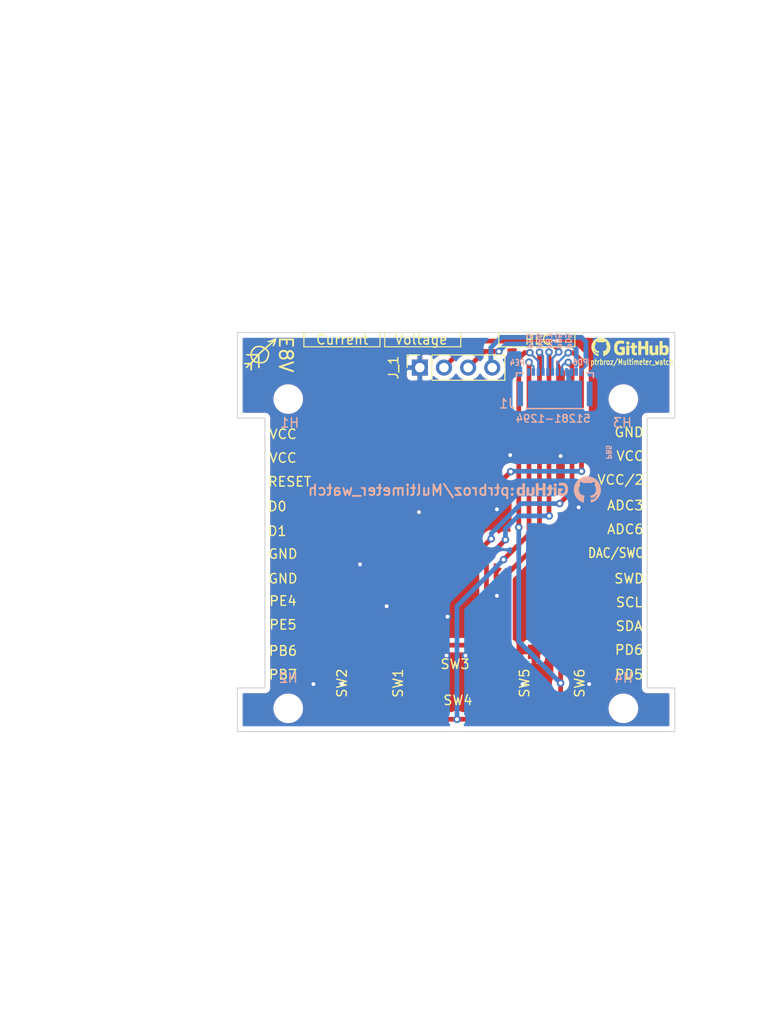
<source format=kicad_pcb>
(kicad_pcb (version 20171130) (host pcbnew "(5.1.6)-1")

  (general
    (thickness 1.6)
    (drawings 85)
    (tracks 123)
    (zones 0)
    (modules 15)
    (nets 14)
  )

  (page A4)
  (layers
    (0 F.Cu signal)
    (31 B.Cu signal)
    (32 B.Adhes user)
    (33 F.Adhes user)
    (34 B.Paste user)
    (35 F.Paste user)
    (36 B.SilkS user)
    (37 F.SilkS user)
    (38 B.Mask user)
    (39 F.Mask user)
    (40 Dwgs.User user)
    (41 Cmts.User user)
    (42 Eco1.User user)
    (43 Eco2.User user)
    (44 Edge.Cuts user)
    (45 Margin user)
    (46 B.CrtYd user)
    (47 F.CrtYd user)
    (48 B.Fab user)
    (49 F.Fab user)
  )

  (setup
    (last_trace_width 0.25)
    (user_trace_width 0.23)
    (user_trace_width 0.5)
    (user_trace_width 0.6)
    (user_trace_width 0.75)
    (user_trace_width 1)
    (user_trace_width 1.2)
    (user_trace_width 1.5)
    (user_trace_width 1.75)
    (user_trace_width 2)
    (trace_clearance 0.15)
    (zone_clearance 0.508)
    (zone_45_only no)
    (trace_min 0.15)
    (via_size 0.8)
    (via_drill 0.4)
    (via_min_size 0.4)
    (via_min_drill 0.3)
    (uvia_size 0.3)
    (uvia_drill 0.1)
    (uvias_allowed no)
    (uvia_min_size 0.2)
    (uvia_min_drill 0.1)
    (edge_width 0.05)
    (segment_width 0.2)
    (pcb_text_width 0.3)
    (pcb_text_size 1.5 1.5)
    (mod_edge_width 0.12)
    (mod_text_size 1 1)
    (mod_text_width 0.15)
    (pad_size 1.15 1.4)
    (pad_drill 0)
    (pad_to_mask_clearance 0.05)
    (solder_mask_min_width 0.25)
    (aux_axis_origin 0 0)
    (grid_origin 102 54)
    (visible_elements 7FFFFFFF)
    (pcbplotparams
      (layerselection 0x010fc_ffffffff)
      (usegerberextensions false)
      (usegerberattributes true)
      (usegerberadvancedattributes true)
      (creategerberjobfile true)
      (excludeedgelayer true)
      (linewidth 0.100000)
      (plotframeref false)
      (viasonmask false)
      (mode 1)
      (useauxorigin false)
      (hpglpennumber 1)
      (hpglpenspeed 20)
      (hpglpendiameter 15.000000)
      (psnegative false)
      (psa4output false)
      (plotreference true)
      (plotvalue true)
      (plotinvisibletext false)
      (padsonsilk false)
      (subtractmaskfromsilk false)
      (outputformat 1)
      (mirror false)
      (drillshape 0)
      (scaleselection 1)
      (outputdirectory "gerbers/"))
  )

  (net 0 "")
  (net 1 /SDA)
  (net 2 /SCL)
  (net 3 /PE4)
  (net 4 /GND)
  (net 5 /PD6)
  (net 6 /PD5)
  (net 7 /PB7)
  (net 8 /PB6)
  (net 9 /PE5)
  (net 10 "Net-(J1-PadMP2)")
  (net 11 "Net-(J1-PadMP1)")
  (net 12 /PB5)
  (net 13 /VCC)

  (net_class Default "This is the default net class."
    (clearance 0.15)
    (trace_width 0.25)
    (via_dia 0.8)
    (via_drill 0.4)
    (uvia_dia 0.3)
    (uvia_drill 0.1)
    (add_net /GND)
    (add_net /PB5)
    (add_net /PB6)
    (add_net /PB7)
    (add_net /PD5)
    (add_net /PD6)
    (add_net /PE4)
    (add_net /PE5)
    (add_net /SCL)
    (add_net /SDA)
    (add_net /VCC)
    (add_net "Net-(J1-PadMP1)")
    (add_net "Net-(J1-PadMP2)")
  )

  (module Multimeter_Watch_Custom_Footprints:github_logo_smaller (layer F.Cu) (tedit 0) (tstamp 5F735853)
    (at 143.3 59.5)
    (fp_text reference G*** (at 0 0) (layer F.SilkS) hide
      (effects (font (size 1.524 1.524) (thickness 0.3)))
    )
    (fp_text value LOGO (at 0.75 0) (layer F.SilkS) hide
      (effects (font (size 1.524 1.524) (thickness 0.3)))
    )
    (fp_poly (pts (xy -2.974669 -0.965914) (xy -2.873675 -0.952274) (xy -2.857552 -0.949181) (xy -2.764149 -0.925425)
      (xy -2.673941 -0.892394) (xy -2.58755 -0.850644) (xy -2.505596 -0.800728) (xy -2.4287 -0.7432)
      (xy -2.357482 -0.678615) (xy -2.292563 -0.607527) (xy -2.234563 -0.530489) (xy -2.184104 -0.448057)
      (xy -2.141805 -0.360784) (xy -2.113147 -0.28448) (xy -2.086725 -0.187934) (xy -2.070161 -0.090309)
      (xy -2.063328 0.007701) (xy -2.0661 0.105404) (xy -2.07835 0.202106) (xy -2.099952 0.297115)
      (xy -2.130778 0.389737) (xy -2.170703 0.47928) (xy -2.2196 0.565051) (xy -2.277342 0.646356)
      (xy -2.28488 0.655806) (xy -2.310034 0.684869) (xy -2.340787 0.717152) (xy -2.374836 0.750481)
      (xy -2.409875 0.782681) (xy -2.4436 0.811577) (xy -2.473708 0.834993) (xy -2.477879 0.837976)
      (xy -2.519623 0.865928) (xy -2.562856 0.89219) (xy -2.606101 0.916047) (xy -2.647879 0.936783)
      (xy -2.686713 0.953682) (xy -2.721126 0.966029) (xy -2.749641 0.973108) (xy -2.759356 0.974327)
      (xy -2.776652 0.975079) (xy -2.787667 0.973375) (xy -2.796173 0.968237) (xy -2.801266 0.963475)
      (xy -2.81432 0.950421) (xy -2.814359 0.79144) (xy -2.814622 0.733686) (xy -2.815502 0.684965)
      (xy -2.817179 0.644161) (xy -2.819832 0.610157) (xy -2.823643 0.581837) (xy -2.82879 0.558083)
      (xy -2.835454 0.537779) (xy -2.843815 0.519807) (xy -2.854054 0.503051) (xy -2.86281 0.490954)
      (xy -2.88046 0.467839) (xy -2.86136 0.464757) (xy -2.787712 0.450708) (xy -2.723087 0.433568)
      (xy -2.666699 0.412889) (xy -2.617763 0.388227) (xy -2.575492 0.359135) (xy -2.5391 0.325166)
      (xy -2.507801 0.285874) (xy -2.486959 0.252218) (xy -2.466177 0.207126) (xy -2.449501 0.155033)
      (xy -2.43727 0.098371) (xy -2.429825 0.039576) (xy -2.427506 -0.018918) (xy -2.430653 -0.074678)
      (xy -2.436274 -0.110705) (xy -2.447696 -0.150932) (xy -2.465266 -0.1935) (xy -2.487166 -0.234442)
      (xy -2.505561 -0.261992) (xy -2.528497 -0.292844) (xy -2.518606 -0.330572) (xy -2.513703 -0.35221)
      (xy -2.511113 -0.372705) (xy -2.51053 -0.39595) (xy -2.511426 -0.42164) (xy -2.514204 -0.454198)
      (xy -2.518901 -0.485102) (xy -2.525051 -0.512445) (xy -2.532187 -0.534322) (xy -2.539843 -0.548825)
      (xy -2.54342 -0.552502) (xy -2.557299 -0.557052) (xy -2.578387 -0.5565) (xy -2.605378 -0.551289)
      (xy -2.636968 -0.541863) (xy -2.67185 -0.528664) (xy -2.708721 -0.512135) (xy -2.746274 -0.49272)
      (xy -2.782288 -0.47144) (xy -2.799278 -0.461105) (xy -2.810754 -0.455666) (xy -2.819566 -0.454256)
      (xy -2.828566 -0.45601) (xy -2.830767 -0.456705) (xy -2.862207 -0.464959) (xy -2.90144 -0.472042)
      (xy -2.946136 -0.477676) (xy -2.993966 -0.481582) (xy -3.042602 -0.483481) (xy -3.05562 -0.483614)
      (xy -3.109341 -0.482977) (xy -3.156142 -0.480436) (xy -3.199139 -0.475679) (xy -3.241449 -0.468394)
      (xy -3.270298 -0.462098) (xy -3.312256 -0.452288) (xy -3.34521 -0.472459) (xy -3.403243 -0.505167)
      (xy -3.458014 -0.530365) (xy -3.508697 -0.54771) (xy -3.546917 -0.555877) (xy -3.564701 -0.557417)
      (xy -3.577395 -0.554964) (xy -3.586669 -0.547038) (xy -3.59419 -0.532158) (xy -3.601629 -0.508845)
      (xy -3.602187 -0.50687) (xy -3.608589 -0.476491) (xy -3.612601 -0.441352) (xy -3.614173 -0.404484)
      (xy -3.613259 -0.368921) (xy -3.609811 -0.337695) (xy -3.60515 -0.317731) (xy -3.597009 -0.292561)
      (xy -3.616651 -0.266931) (xy -3.648952 -0.218791) (xy -3.67243 -0.169461) (xy -3.687816 -0.116893)
      (xy -3.695843 -0.05904) (xy -3.69681 -0.042997) (xy -3.696511 0.029336) (xy -3.688999 0.097946)
      (xy -3.674559 0.162016) (xy -3.653477 0.22073) (xy -3.626039 0.273273) (xy -3.592531 0.318827)
      (xy -3.558279 0.352464) (xy -3.510482 0.386324) (xy -3.454525 0.41509) (xy -3.391211 0.438447)
      (xy -3.321345 0.456083) (xy -3.270255 0.464682) (xy -3.246129 0.467981) (xy -3.263725 0.491025)
      (xy -3.281172 0.519184) (xy -3.295563 0.55254) (xy -3.30465 0.585536) (xy -3.308984 0.597322)
      (xy -3.317951 0.60654) (xy -3.332992 0.613941) (xy -3.35555 0.620275) (xy -3.38099 0.625256)
      (xy -3.4273 0.629224) (xy -3.469618 0.624129) (xy -3.508354 0.609782) (xy -3.543922 0.585992)
      (xy -3.576734 0.552569) (xy -3.596574 0.525894) (xy -3.611446 0.505587) (xy -3.628133 0.485407)
      (xy -3.643245 0.46943) (xy -3.64449 0.468265) (xy -3.671927 0.447104) (xy -3.701723 0.431155)
      (xy -3.731639 0.421224) (xy -3.759437 0.418117) (xy -3.77698 0.420586) (xy -3.790544 0.427264)
      (xy -3.794375 0.43684) (xy -3.788473 0.449317) (xy -3.772838 0.464696) (xy -3.750393 0.481055)
      (xy -3.724124 0.502105) (xy -3.700034 0.529346) (xy -3.67708 0.564134) (xy -3.65655 0.602975)
      (xy -3.633995 0.644489) (xy -3.610255 0.677217) (xy -3.583742 0.702526) (xy -3.552872 0.721784)
      (xy -3.516059 0.736357) (xy -3.494912 0.742318) (xy -3.472049 0.747537) (xy -3.452193 0.750398)
      (xy -3.431276 0.751224) (xy -3.405225 0.750338) (xy -3.398599 0.749958) (xy -3.374523 0.748318)
      (xy -3.352661 0.746483) (xy -3.336013 0.744722) (xy -3.329446 0.743752) (xy -3.313712 0.740754)
      (xy -3.31013 0.834721) (xy -3.308946 0.874232) (xy -3.308915 0.904909) (xy -3.310241 0.928033)
      (xy -3.313129 0.944886) (xy -3.317783 0.956751) (xy -3.324408 0.964908) (xy -3.331716 0.969871)
      (xy -3.349868 0.974621) (xy -3.374267 0.973634) (xy -3.402918 0.967116) (xy -3.42138 0.960612)
      (xy -3.513744 0.919044) (xy -3.59913 0.870497) (xy -3.678463 0.814377) (xy -3.752665 0.750093)
      (xy -3.758172 0.744808) (xy -3.827435 0.670991) (xy -3.888096 0.591776) (xy -3.940124 0.507221)
      (xy -3.983491 0.417381) (xy -4.018167 0.322312) (xy -4.044122 0.222071) (xy -4.049831 0.19304)
      (xy -4.055041 0.15606) (xy -4.05871 0.112056) (xy -4.06082 0.063768) (xy -4.06135 0.013941)
      (xy -4.060281 -0.034685) (xy -4.057592 -0.079365) (xy -4.053265 -0.117359) (xy -4.052112 -0.124429)
      (xy -4.029525 -0.226909) (xy -3.998414 -0.32389) (xy -3.958718 -0.415495) (xy -3.910373 -0.501849)
      (xy -3.853317 -0.583077) (xy -3.787488 -0.659303) (xy -3.780489 -0.666584) (xy -3.706941 -0.735273)
      (xy -3.628069 -0.795511) (xy -3.544443 -0.847123) (xy -3.456631 -0.889936) (xy -3.365201 -0.923775)
      (xy -3.270721 -0.948467) (xy -3.17376 -0.963836) (xy -3.074887 -0.96971) (xy -2.974669 -0.965914)) (layer F.SilkS) (width 0.01))
    (fp_poly (pts (xy -0.925448 -0.653046) (xy -0.864178 -0.648511) (xy -0.806272 -0.64183) (xy -0.754362 -0.633117)
      (xy -0.737757 -0.62953) (xy -0.707042 -0.621507) (xy -0.677363 -0.612113) (xy -0.65059 -0.602093)
      (xy -0.628595 -0.592196) (xy -0.613249 -0.583168) (xy -0.607229 -0.577417) (xy -0.605183 -0.573045)
      (xy -0.604263 -0.566945) (xy -0.60467 -0.557863) (xy -0.606606 -0.544544) (xy -0.610273 -0.525735)
      (xy -0.615873 -0.50018) (xy -0.623606 -0.466625) (xy -0.628199 -0.44704) (xy -0.638258 -0.405198)
      (xy -0.646613 -0.372548) (xy -0.653496 -0.348312) (xy -0.659137 -0.331707) (xy -0.663767 -0.321954)
      (xy -0.666003 -0.319194) (xy -0.67152 -0.315193) (xy -0.677798 -0.313702) (xy -0.687324 -0.314898)
      (xy -0.702581 -0.318959) (xy -0.71505 -0.322701) (xy -0.750748 -0.332904) (xy -0.783519 -0.340591)
      (xy -0.815825 -0.346077) (xy -0.85013 -0.349672) (xy -0.888896 -0.351689) (xy -0.934586 -0.35244)
      (xy -0.94996 -0.352465) (xy -0.986933 -0.352305) (xy -1.015639 -0.351809) (xy -1.037971 -0.350832)
      (xy -1.055821 -0.34923) (xy -1.071081 -0.346859) (xy -1.085643 -0.343575) (xy -1.093199 -0.341561)
      (xy -1.145828 -0.323254) (xy -1.191365 -0.299098) (xy -1.230286 -0.268538) (xy -1.263067 -0.231013)
      (xy -1.290187 -0.185966) (xy -1.312121 -0.132839) (xy -1.329347 -0.071074) (xy -1.331099 -0.063154)
      (xy -1.336223 -0.032559) (xy -1.340343 0.005674) (xy -1.343377 0.049062) (xy -1.345244 0.095124)
      (xy -1.345861 0.141379) (xy -1.345146 0.185345) (xy -1.343019 0.224542) (xy -1.341211 0.243215)
      (xy -1.329683 0.314877) (xy -1.31287 0.378177) (xy -1.290811 0.433009) (xy -1.26355 0.479265)
      (xy -1.237212 0.510853) (xy -1.203619 0.540002) (xy -1.166119 0.562498) (xy -1.123811 0.578585)
      (xy -1.075791 0.588507) (xy -1.021157 0.592506) (xy -0.959006 0.590826) (xy -0.944336 0.589726)
      (xy -0.919232 0.587461) (xy -0.897341 0.585131) (xy -0.880916 0.582998) (xy -0.87221 0.581329)
      (xy -0.871946 0.581235) (xy -0.869494 0.579437) (xy -0.867571 0.575409) (xy -0.866111 0.568048)
      (xy -0.865054 0.556252) (xy -0.864337 0.538916) (xy -0.863898 0.51494) (xy -0.863674 0.48322)
      (xy -0.863602 0.442655) (xy -0.8636 0.433796) (xy -0.8636 0.28956) (xy -0.959333 0.28956)
      (xy -0.993132 0.289477) (xy -1.018234 0.289141) (xy -1.036101 0.288422) (xy -1.048197 0.287189)
      (xy -1.055984 0.285311) (xy -1.060924 0.282659) (xy -1.063473 0.280269) (xy -1.066126 0.276273)
      (xy -1.068165 0.270055) (xy -1.069667 0.260369) (xy -1.070711 0.245972) (xy -1.071374 0.225619)
      (xy -1.071735 0.198066) (xy -1.071871 0.162068) (xy -1.07188 0.146012) (xy -1.071801 0.106317)
      (xy -1.071515 0.075569) (xy -1.070948 0.052556) (xy -1.070029 0.036068) (xy -1.068684 0.024892)
      (xy -1.066842 0.017818) (xy -1.064428 0.013632) (xy -1.063898 0.013062) (xy -1.061121 0.011215)
      (xy -1.056244 0.009671) (xy -1.048418 0.008406) (xy -1.036798 0.007391) (xy -1.020534 0.006601)
      (xy -0.99878 0.006009) (xy -0.970689 0.005588) (xy -0.935412 0.005311) (xy -0.892104 0.005153)
      (xy -0.839915 0.005087) (xy -0.809564 0.00508) (xy -0.745422 0.005191) (xy -0.69009 0.005522)
      (xy -0.643792 0.006069) (xy -0.606753 0.006826) (xy -0.579197 0.00779) (xy -0.561347 0.008955)
      (xy -0.553427 0.010317) (xy -0.553387 0.010338) (xy -0.551548 0.011569) (xy -0.549954 0.013613)
      (xy -0.548588 0.017157) (xy -0.547431 0.022888) (xy -0.546467 0.031491) (xy -0.545678 0.043655)
      (xy -0.545046 0.060065) (xy -0.544554 0.081409) (xy -0.544184 0.108371) (xy -0.54392 0.14164)
      (xy -0.543743 0.181902) (xy -0.543636 0.229842) (xy -0.543582 0.286149) (xy -0.543562 0.351508)
      (xy -0.54356 0.396355) (xy -0.54356 0.777112) (xy -0.56515 0.790854) (xy -0.597338 0.808677)
      (xy -0.637261 0.826552) (xy -0.682533 0.843642) (xy -0.730768 0.859111) (xy -0.77958 0.872122)
      (xy -0.82296 0.881206) (xy -0.84373 0.884022) (xy -0.8718 0.886594) (xy -0.904848 0.888828)
      (xy -0.940553 0.890635) (xy -0.976593 0.891922) (xy -1.010646 0.892599) (xy -1.040391 0.892573)
      (xy -1.063506 0.891753) (xy -1.07188 0.891013) (xy -1.109877 0.886372) (xy -1.139773 0.882457)
      (xy -1.163576 0.878951) (xy -1.183292 0.875539) (xy -1.200926 0.871903) (xy -1.21666 0.868182)
      (xy -1.289799 0.845975) (xy -1.355417 0.81738) (xy -1.414159 0.782061) (xy -1.466667 0.739678)
      (xy -1.473576 0.733143) (xy -1.5158 0.688307) (xy -1.551934 0.640631) (xy -1.582559 0.588891)
      (xy -1.608252 0.531865) (xy -1.629592 0.468327) (xy -1.647159 0.397055) (xy -1.656923 0.34544)
      (xy -1.661653 0.310402) (xy -1.665461 0.267673) (xy -1.668276 0.219684) (xy -1.670028 0.168866)
      (xy -1.670646 0.117652) (xy -1.67006 0.068473) (xy -1.668201 0.023763) (xy -1.666792 0.004095)
      (xy -1.655201 -0.093955) (xy -1.637563 -0.18387) (xy -1.613821 -0.265726) (xy -1.583915 -0.339597)
      (xy -1.547787 -0.405556) (xy -1.505377 -0.463678) (xy -1.456628 -0.514038) (xy -1.40148 -0.556709)
      (xy -1.339875 -0.591766) (xy -1.271754 -0.619282) (xy -1.197059 -0.639334) (xy -1.151548 -0.647446)
      (xy -1.103132 -0.652635) (xy -1.047555 -0.655222) (xy -0.98745 -0.655321) (xy -0.925448 -0.653046)) (layer F.SilkS) (width 0.01))
    (fp_poly (pts (xy 2.870239 -0.132205) (xy 2.900895 -0.131593) (xy 2.92728 -0.130672) (xy 2.947789 -0.129438)
      (xy 2.96082 -0.12789) (xy 2.964571 -0.126676) (xy 2.965798 -0.124493) (xy 2.966882 -0.119723)
      (xy 2.967831 -0.111791) (xy 2.968654 -0.100124) (xy 2.96936 -0.084148) (xy 2.969956 -0.063289)
      (xy 2.970451 -0.036974) (xy 2.970854 -0.004629) (xy 2.971172 0.03432) (xy 2.971415 0.080446)
      (xy 2.971591 0.134324) (xy 2.971708 0.196526) (xy 2.971774 0.267627) (xy 2.971799 0.348201)
      (xy 2.9718 0.365366) (xy 2.97177 0.451117) (xy 2.971677 0.527174) (xy 2.971515 0.594003)
      (xy 2.971279 0.65207) (xy 2.970962 0.701839) (xy 2.97056 0.743777) (xy 2.970065 0.778349)
      (xy 2.969472 0.806021) (xy 2.968776 0.82726) (xy 2.967971 0.84253) (xy 2.96705 0.852297)
      (xy 2.966009 0.857027) (xy 2.965703 0.857504) (xy 2.958408 0.859832) (xy 2.942993 0.861645)
      (xy 2.921405 0.862947) (xy 2.895591 0.863741) (xy 2.867496 0.864032) (xy 2.839067 0.863823)
      (xy 2.81225 0.863117) (xy 2.788992 0.86192) (xy 2.771239 0.860234) (xy 2.760936 0.858063)
      (xy 2.759366 0.857096) (xy 2.755407 0.848498) (xy 2.751419 0.833962) (xy 2.749737 0.825346)
      (xy 2.746692 0.811279) (xy 2.743509 0.802764) (xy 2.741874 0.801496) (xy 2.736106 0.804166)
      (xy 2.723194 0.810358) (xy 2.705117 0.819119) (xy 2.686111 0.828388) (xy 2.611486 0.859543)
      (xy 2.535527 0.88073) (xy 2.458545 0.891898) (xy 2.380849 0.892994) (xy 2.333086 0.888674)
      (xy 2.272567 0.877066) (xy 2.219317 0.859003) (xy 2.17357 0.834622) (xy 2.13556 0.80406)
      (xy 2.105522 0.767453) (xy 2.094726 0.749157) (xy 2.077924 0.712253) (xy 2.065596 0.672804)
      (xy 2.057075 0.628231) (xy 2.052445 0.585874) (xy 2.051416 0.568164) (xy 2.050501 0.542456)
      (xy 2.049699 0.509782) (xy 2.04901 0.471172) (xy 2.048437 0.427656) (xy 2.047978 0.380267)
      (xy 2.047634 0.330033) (xy 2.047405 0.277987) (xy 2.047293 0.225158) (xy 2.047296 0.172578)
      (xy 2.047416 0.121278) (xy 2.047653 0.072287) (xy 2.048008 0.026638) (xy 2.04848 -0.01464)
      (xy 2.04907 -0.050516) (xy 2.049779 -0.079959) (xy 2.050606 -0.101937) (xy 2.051552 -0.115422)
      (xy 2.052194 -0.11905) (xy 2.057148 -0.13208) (xy 2.209374 -0.13208) (xy 2.255404 -0.131978)
      (xy 2.292125 -0.131649) (xy 2.320389 -0.131058) (xy 2.341046 -0.13017) (xy 2.354946 -0.128952)
      (xy 2.362939 -0.127368) (xy 2.36571 -0.12573) (xy 2.366443 -0.119692) (xy 2.367209 -0.104342)
      (xy 2.36799 -0.080529) (xy 2.368772 -0.049101) (xy 2.369537 -0.010907) (xy 2.37027 0.033206)
      (xy 2.370955 0.082388) (xy 2.371575 0.135791) (xy 2.372114 0.192568) (xy 2.37236 0.22352)
      (xy 2.372878 0.291335) (xy 2.373371 0.349734) (xy 2.373863 0.399457) (xy 2.374377 0.441247)
      (xy 2.374937 0.475847) (xy 2.375565 0.503998) (xy 2.376287 0.526443) (xy 2.377125 0.543925)
      (xy 2.378103 0.557185) (xy 2.379245 0.566966) (xy 2.380574 0.57401) (xy 2.382114 0.579059)
      (xy 2.383784 0.582667) (xy 2.401587 0.605013) (xy 2.426534 0.620983) (xy 2.457745 0.630429)
      (xy 2.494337 0.633205) (xy 2.535429 0.629163) (xy 2.58014 0.618156) (xy 2.58572 0.616356)
      (xy 2.606548 0.608856) (xy 2.625766 0.600886) (xy 2.639489 0.59407) (xy 2.64033 0.593564)
      (xy 2.65684 0.583371) (xy 2.65684 0.231347) (xy 2.656871 0.160802) (xy 2.656974 0.09978)
      (xy 2.65716 0.047648) (xy 2.657442 0.003769) (xy 2.65783 -0.032493) (xy 2.658337 -0.061772)
      (xy 2.658975 -0.084704) (xy 2.659756 -0.101925) (xy 2.660692 -0.11407) (xy 2.661794 -0.121775)
      (xy 2.663074 -0.125675) (xy 2.663541 -0.126238) (xy 2.67067 -0.128018) (xy 2.68635 -0.129508)
      (xy 2.708978 -0.130704) (xy 2.736952 -0.131605) (xy 2.768667 -0.132208) (xy 2.802522 -0.13251)
      (xy 2.836914 -0.13251) (xy 2.870239 -0.132205)) (layer F.SilkS) (width 0.01))
    (fp_poly (pts (xy 3.314934 -0.599313) (xy 3.352296 -0.59891) (xy 3.380954 -0.598205) (xy 3.401635 -0.597168)
      (xy 3.415066 -0.59577) (xy 3.421972 -0.593983) (xy 3.422903 -0.593345) (xy 3.424407 -0.589165)
      (xy 3.425668 -0.579468) (xy 3.426701 -0.563628) (xy 3.427521 -0.541018) (xy 3.428145 -0.511013)
      (xy 3.428587 -0.472985) (xy 3.428863 -0.42631) (xy 3.428988 -0.37036) (xy 3.429 -0.344425)
      (xy 3.429054 -0.295841) (xy 3.42921 -0.250499) (xy 3.429456 -0.209382) (xy 3.429782 -0.173474)
      (xy 3.430177 -0.143759) (xy 3.43063 -0.12122) (xy 3.43113 -0.106841) (xy 3.431666 -0.101606)
      (xy 3.431684 -0.1016) (xy 3.437254 -0.103723) (xy 3.449228 -0.10928) (xy 3.464468 -0.116794)
      (xy 3.506463 -0.13441) (xy 3.554904 -0.148816) (xy 3.606405 -0.159355) (xy 3.657576 -0.165372)
      (xy 3.705031 -0.16621) (xy 3.716017 -0.165525) (xy 3.77198 -0.158594) (xy 3.820174 -0.147173)
      (xy 3.862248 -0.130576) (xy 3.899854 -0.10812) (xy 3.93464 -0.079119) (xy 3.942176 -0.071695)
      (xy 3.976984 -0.030683) (xy 4.005583 0.015905) (xy 4.028362 0.068957) (xy 4.045712 0.12936)
      (xy 4.056676 0.188456) (xy 4.060281 0.222178) (xy 4.062593 0.263596) (xy 4.06366 0.310336)
      (xy 4.063525 0.360021) (xy 4.062234 0.410278) (xy 4.059831 0.458731) (xy 4.056362 0.503004)
      (xy 4.051873 0.540723) (xy 4.049751 0.55372) (xy 4.034131 0.623528) (xy 4.013921 0.684456)
      (xy 3.988809 0.736839) (xy 3.958482 0.781012) (xy 3.922626 0.817312) (xy 3.88093 0.846073)
      (xy 3.83308 0.867631) (xy 3.778763 0.882322) (xy 3.737499 0.888614) (xy 3.705342 0.891771)
      (xy 3.678776 0.893114) (xy 3.653396 0.892635) (xy 3.624795 0.890325) (xy 3.606808 0.888353)
      (xy 3.552175 0.878868) (xy 3.497331 0.863504) (xy 3.445227 0.843312) (xy 3.398814 0.819341)
      (xy 3.381484 0.808232) (xy 3.368442 0.799525) (xy 3.35913 0.793804) (xy 3.35628 0.79248)
      (xy 3.354446 0.797052) (xy 3.352133 0.808851) (xy 3.350479 0.820423) (xy 3.348666 0.834078)
      (xy 3.346239 0.844501) (xy 3.341935 0.852129) (xy 3.334493 0.857396) (xy 3.322651 0.860741)
      (xy 3.305147 0.862598) (xy 3.28072 0.863405) (xy 3.248106 0.863597) (xy 3.225615 0.8636)
      (xy 3.190101 0.863547) (xy 3.163402 0.863312) (xy 3.144173 0.862774) (xy 3.131071 0.861817)
      (xy 3.12275 0.860319) (xy 3.117866 0.858165) (xy 3.115074 0.855233) (xy 3.114218 0.853773)
      (xy 3.113373 0.847435) (xy 3.112604 0.831672) (xy 3.11191 0.80642) (xy 3.11129 0.771611)
      (xy 3.110745 0.727179) (xy 3.110273 0.673058) (xy 3.109874 0.609182) (xy 3.109548 0.535482)
      (xy 3.109294 0.451894) (xy 3.109111 0.358351) (xy 3.109 0.254786) (xy 3.10896 0.141133)
      (xy 3.10896 0.138547) (xy 3.42392 0.138547) (xy 3.42392 0.589839) (xy 3.451098 0.601858)
      (xy 3.496686 0.618287) (xy 3.543841 0.628487) (xy 3.590147 0.632203) (xy 3.633187 0.629179)
      (xy 3.6576 0.623679) (xy 3.684218 0.611461) (xy 3.705653 0.591945) (xy 3.72248 0.564401)
      (xy 3.735271 0.528098) (xy 3.736549 0.523171) (xy 3.740028 0.503684) (xy 3.742996 0.47629)
      (xy 3.745386 0.44323) (xy 3.747132 0.406747) (xy 3.748167 0.369083) (xy 3.748424 0.332481)
      (xy 3.747835 0.299183) (xy 3.746334 0.271432) (xy 3.744536 0.255385) (xy 3.734273 0.21015)
      (xy 3.71884 0.171625) (xy 3.698705 0.140546) (xy 3.674337 0.117651) (xy 3.64871 0.104493)
      (xy 3.615632 0.097502) (xy 3.576956 0.096428) (xy 3.535146 0.101004) (xy 3.492667 0.110966)
      (xy 3.45313 0.125535) (xy 3.42392 0.138547) (xy 3.10896 0.138547) (xy 3.10896 0.13208)
      (xy 3.108995 0.017657) (xy 3.1091 -0.086673) (xy 3.109277 -0.180975) (xy 3.109526 -0.265318)
      (xy 3.109847 -0.339766) (xy 3.11024 -0.404387) (xy 3.110706 -0.459248) (xy 3.111246 -0.504414)
      (xy 3.11186 -0.539951) (xy 3.112549 -0.565928) (xy 3.113312 -0.582409) (xy 3.114151 -0.589462)
      (xy 3.114218 -0.589614) (xy 3.116172 -0.592443) (xy 3.119407 -0.59467) (xy 3.125043 -0.596367)
      (xy 3.134204 -0.597607) (xy 3.14801 -0.59846) (xy 3.167582 -0.598998) (xy 3.194043 -0.599293)
      (xy 3.228513 -0.599417) (xy 3.268142 -0.599441) (xy 3.314934 -0.599313)) (layer F.SilkS) (width 0.01))
    (fp_poly (pts (xy 0.379987 -0.421535) (xy 0.414529 -0.421238) (xy 0.444615 -0.420777) (xy 0.468873 -0.42018)
      (xy 0.485931 -0.419474) (xy 0.494417 -0.418687) (xy 0.494884 -0.418557) (xy 0.49729 -0.416632)
      (xy 0.49917 -0.412179) (xy 0.500587 -0.404089) (xy 0.501603 -0.39125) (xy 0.502282 -0.372551)
      (xy 0.502685 -0.346881) (xy 0.502877 -0.313129) (xy 0.50292 -0.276317) (xy 0.50292 -0.13716)
      (xy 0.608812 -0.13716) (xy 0.644524 -0.137091) (xy 0.671458 -0.136808) (xy 0.690992 -0.136198)
      (xy 0.704509 -0.135151) (xy 0.713388 -0.133553) (xy 0.71901 -0.131293) (xy 0.722755 -0.128257)
      (xy 0.723112 -0.12787) (xy 0.725878 -0.123689) (xy 0.727973 -0.117191) (xy 0.729488 -0.107068)
      (xy 0.730511 -0.092012) (xy 0.731131 -0.070715) (xy 0.731438 -0.041868) (xy 0.73152 -0.004381)
      (xy 0.731339 0.036572) (xy 0.730769 0.068241) (xy 0.729764 0.091493) (xy 0.728278 0.107198)
      (xy 0.726268 0.116225) (xy 0.72517 0.118353) (xy 0.721933 0.121251) (xy 0.716219 0.123465)
      (xy 0.706707 0.12511) (xy 0.692074 0.126302) (xy 0.670997 0.127156) (xy 0.642155 0.127787)
      (xy 0.61214 0.128214) (xy 0.50546 0.12954) (xy 0.503903 0.32766) (xy 0.503523 0.385869)
      (xy 0.503483 0.434835) (xy 0.503949 0.475473) (xy 0.505082 0.508696) (xy 0.507047 0.53542)
      (xy 0.510008 0.556559) (xy 0.514127 0.573028) (xy 0.519568 0.585742) (xy 0.526495 0.595616)
      (xy 0.535072 0.603565) (xy 0.545461 0.610503) (xy 0.55547 0.616091) (xy 0.56498 0.620637)
      (xy 0.575013 0.623822) (xy 0.587637 0.62591) (xy 0.604918 0.627166) (xy 0.628926 0.627856)
      (xy 0.649466 0.62813) (xy 0.682978 0.628901) (xy 0.707662 0.630412) (xy 0.723042 0.632622)
      (xy 0.728206 0.634734) (xy 0.730278 0.641782) (xy 0.731927 0.657112) (xy 0.733152 0.678852)
      (xy 0.733954 0.705131) (xy 0.734334 0.73408) (xy 0.734293 0.763828) (xy 0.733831 0.792505)
      (xy 0.732949 0.81824) (xy 0.731647 0.839162) (xy 0.729927 0.853402) (xy 0.728126 0.858865)
      (xy 0.715578 0.866218) (xy 0.694591 0.872671) (xy 0.666858 0.878109) (xy 0.634069 0.882419)
      (xy 0.597916 0.885486) (xy 0.56009 0.887198) (xy 0.522282 0.887439) (xy 0.486184 0.886096)
      (xy 0.453487 0.883055) (xy 0.42936 0.878991) (xy 0.374266 0.862959) (xy 0.326708 0.840368)
      (xy 0.286535 0.811031) (xy 0.253594 0.774763) (xy 0.227735 0.731378) (xy 0.208804 0.680691)
      (xy 0.196651 0.622515) (xy 0.193019 0.589968) (xy 0.19191 0.571376) (xy 0.190884 0.544167)
      (xy 0.189972 0.509883) (xy 0.189202 0.470067) (xy 0.188605 0.42626) (xy 0.188208 0.380007)
      (xy 0.188042 0.332848) (xy 0.18804 0.32893) (xy 0.18796 0.127) (xy 0.112776 0.127)
      (xy 0.078466 0.126627) (xy 0.05379 0.125483) (xy 0.038248 0.123532) (xy 0.031496 0.120904)
      (xy 0.029165 0.113568) (xy 0.027355 0.098068) (xy 0.026065 0.076384) (xy 0.025291 0.050499)
      (xy 0.025031 0.022393) (xy 0.025283 -0.005951) (xy 0.026044 -0.032552) (xy 0.027311 -0.055429)
      (xy 0.029083 -0.0726) (xy 0.031356 -0.082083) (xy 0.03175 -0.082733) (xy 0.039808 -0.087851)
      (xy 0.056359 -0.094047) (xy 0.079867 -0.100789) (xy 0.09398 -0.104253) (xy 0.118686 -0.110074)
      (xy 0.141687 -0.115588) (xy 0.160006 -0.120077) (xy 0.16891 -0.122345) (xy 0.18796 -0.127392)
      (xy 0.18796 -0.261486) (xy 0.188144 -0.298824) (xy 0.188665 -0.332991) (xy 0.189474 -0.362544)
      (xy 0.190522 -0.386039) (xy 0.191761 -0.402031) (xy 0.192914 -0.40861) (xy 0.197868 -0.42164)
      (xy 0.342358 -0.42164) (xy 0.379987 -0.421535)) (layer F.SilkS) (width 0.01))
    (fp_poly (pts (xy -0.188285 -0.137118) (xy -0.155302 -0.136944) (xy -0.13014 -0.136565) (xy -0.11163 -0.13591)
      (xy -0.098602 -0.134906) (xy -0.089887 -0.133481) (xy -0.084314 -0.131564) (xy -0.080716 -0.129082)
      (xy -0.079528 -0.12787) (xy -0.078109 -0.125687) (xy -0.076858 -0.122059) (xy -0.075765 -0.11638)
      (xy -0.074818 -0.10804) (xy -0.074009 -0.096432) (xy -0.073325 -0.080947) (xy -0.072757 -0.060978)
      (xy -0.072294 -0.035916) (xy -0.071926 -0.005153) (xy -0.071642 0.031919) (xy -0.071432 0.075908)
      (xy -0.071285 0.127422) (xy -0.071192 0.187069) (xy -0.071141 0.255458) (xy -0.071122 0.333197)
      (xy -0.07112 0.361219) (xy -0.071134 0.442587) (xy -0.071182 0.514397) (xy -0.071273 0.577254)
      (xy -0.071418 0.631761) (xy -0.071626 0.67852) (xy -0.071907 0.718134) (xy -0.07227 0.751208)
      (xy -0.072726 0.778343) (xy -0.073283 0.800144) (xy -0.073953 0.817212) (xy -0.074743 0.830152)
      (xy -0.075665 0.839567) (xy -0.076727 0.846059) (xy -0.07794 0.850232) (xy -0.079029 0.852309)
      (xy -0.08157 0.85562) (xy -0.084791 0.858211) (xy -0.089864 0.860169) (xy -0.097962 0.861585)
      (xy -0.110256 0.862545) (xy -0.127919 0.863138) (xy -0.152122 0.863453) (xy -0.184038 0.863577)
      (xy -0.224839 0.863599) (xy -0.228889 0.8636) (xy -0.270665 0.863567) (xy -0.303473 0.863416)
      (xy -0.328503 0.863068) (xy -0.346947 0.862443) (xy -0.359994 0.861461) (xy -0.368836 0.860043)
      (xy -0.374665 0.858108) (xy -0.378671 0.855579) (xy -0.381 0.85344) (xy -0.382703 0.851563)
      (xy -0.384204 0.849139) (xy -0.385516 0.845552) (xy -0.386651 0.840187) (xy -0.387623 0.832429)
      (xy -0.388445 0.821663) (xy -0.389128 0.807273) (xy -0.389686 0.788645) (xy -0.390131 0.765163)
      (xy -0.390476 0.736212) (xy -0.390734 0.701178) (xy -0.390918 0.659445) (xy -0.391039 0.610398)
      (xy -0.391111 0.553421) (xy -0.391147 0.487901) (xy -0.391159 0.413221) (xy -0.39116 0.361467)
      (xy -0.391154 0.280624) (xy -0.391126 0.209331) (xy -0.391065 0.146974) (xy -0.39096 0.092942)
      (xy -0.390799 0.046625) (xy -0.39057 0.007411) (xy -0.390263 -0.025313) (xy -0.389864 -0.052156)
      (xy -0.389364 -0.073732) (xy -0.388749 -0.090651) (xy -0.388009 -0.103524) (xy -0.387132 -0.112964)
      (xy -0.386106 -0.119582) (xy -0.38492 -0.123988) (xy -0.383562 -0.126796) (xy -0.382021 -0.128615)
      (xy -0.38187 -0.128753) (xy -0.378122 -0.131252) (xy -0.372271 -0.133208) (xy -0.36316 -0.134687)
      (xy -0.349631 -0.135752) (xy -0.330525 -0.136468) (xy -0.304683 -0.136898) (xy -0.270947 -0.137108)
      (xy -0.230258 -0.13716) (xy -0.188285 -0.137118)) (layer F.SilkS) (width 0.01))
    (fp_poly (pts (xy 1.041973 -0.599811) (xy 1.075433 -0.599458) (xy 1.10634 -0.598785) (xy 1.133105 -0.597792)
      (xy 1.15414 -0.59648) (xy 1.167856 -0.594849) (xy 1.172463 -0.593345) (xy 1.173903 -0.589284)
      (xy 1.17512 -0.579811) (xy 1.176129 -0.564319) (xy 1.176942 -0.542204) (xy 1.177574 -0.512861)
      (xy 1.178038 -0.475686) (xy 1.178348 -0.430073) (xy 1.178517 -0.375419) (xy 1.17856 -0.321565)
      (xy 1.17856 -0.05588) (xy 1.6002 -0.05588) (xy 1.6002 -0.321565) (xy 1.60026 -0.384356)
      (xy 1.600449 -0.437594) (xy 1.600781 -0.481881) (xy 1.60127 -0.517824) (xy 1.601929 -0.546026)
      (xy 1.602771 -0.567093) (xy 1.603811 -0.581628) (xy 1.605061 -0.590238) (xy 1.606296 -0.593345)
      (xy 1.611324 -0.595258) (xy 1.622651 -0.596773) (xy 1.641003 -0.59792) (xy 1.667107 -0.598725)
      (xy 1.701688 -0.599219) (xy 1.745475 -0.599429) (xy 1.761057 -0.59944) (xy 1.803862 -0.599411)
      (xy 1.837628 -0.599276) (xy 1.863478 -0.598964) (xy 1.882532 -0.598402) (xy 1.895912 -0.59752)
      (xy 1.904739 -0.596245) (xy 1.910135 -0.594507) (xy 1.913221 -0.592233) (xy 1.914981 -0.589614)
      (xy 1.915826 -0.583276) (xy 1.916595 -0.567513) (xy 1.917289 -0.542261) (xy 1.917909 -0.507452)
      (xy 1.918454 -0.46302) (xy 1.918926 -0.408899) (xy 1.919325 -0.345023) (xy 1.919651 -0.271323)
      (xy 1.919905 -0.187735) (xy 1.920088 -0.094192) (xy 1.920199 0.009373) (xy 1.920239 0.123026)
      (xy 1.92024 0.132079) (xy 1.920204 0.246502) (xy 1.920099 0.350832) (xy 1.919922 0.445134)
      (xy 1.919673 0.529477) (xy 1.919352 0.603925) (xy 1.918959 0.668546) (xy 1.918493 0.723407)
      (xy 1.917953 0.768573) (xy 1.917339 0.80411) (xy 1.91665 0.830087) (xy 1.915887 0.846568)
      (xy 1.915048 0.853621) (xy 1.914981 0.853773) (xy 1.913027 0.856602) (xy 1.909792 0.858829)
      (xy 1.904156 0.860526) (xy 1.894995 0.861766) (xy 1.881189 0.862619) (xy 1.861617 0.863157)
      (xy 1.835156 0.863452) (xy 1.800686 0.863576) (xy 1.761057 0.8636) (xy 1.714265 0.863472)
      (xy 1.676903 0.863069) (xy 1.648245 0.862364) (xy 1.627564 0.861327) (xy 1.614133 0.859929)
      (xy 1.607227 0.858142) (xy 1.606296 0.857504) (xy 1.604957 0.853626) (xy 1.603811 0.844488)
      (xy 1.602844 0.829522) (xy 1.602048 0.808159) (xy 1.601409 0.779831) (xy 1.600918 0.743968)
      (xy 1.600563 0.700002) (xy 1.600333 0.647364) (xy 1.600218 0.585486) (xy 1.6002 0.542487)
      (xy 1.6002 0.233567) (xy 1.39065 0.234893) (xy 1.1811 0.23622) (xy 1.17979 0.543087)
      (xy 1.179418 0.613961) (xy 1.178945 0.675023) (xy 1.178365 0.726618) (xy 1.177668 0.769094)
      (xy 1.176848 0.802797) (xy 1.175896 0.828074) (xy 1.174805 0.845272) (xy 1.173567 0.854737)
      (xy 1.172818 0.856777) (xy 1.166183 0.858811) (xy 1.150974 0.860524) (xy 1.128768 0.861912)
      (xy 1.101147 0.862972) (xy 1.069689 0.863699) (xy 1.035974 0.864091) (xy 1.001582 0.864143)
      (xy 0.968093 0.863852) (xy 0.937085 0.863213) (xy 0.910139 0.862223) (xy 0.888835 0.860878)
      (xy 0.874751 0.859174) (xy 0.869696 0.857504) (xy 0.868811 0.851624) (xy 0.867989 0.836285)
      (xy 0.867231 0.812188) (xy 0.866535 0.780033) (xy 0.865903 0.74052) (xy 0.865334 0.694351)
      (xy 0.864829 0.642226) (xy 0.864386 0.584845) (xy 0.864007 0.52291) (xy 0.863691 0.45712)
      (xy 0.863438 0.388177) (xy 0.863249 0.316781) (xy 0.863122 0.243632) (xy 0.863059 0.169432)
      (xy 0.863059 0.094881) (xy 0.863122 0.02068) (xy 0.863248 -0.052472) (xy 0.863438 -0.123872)
      (xy 0.86369 -0.192821) (xy 0.864006 -0.258618) (xy 0.864386 -0.320562) (xy 0.864828 -0.377953)
      (xy 0.865333 -0.43009) (xy 0.865902 -0.476272) (xy 0.866534 -0.515799) (xy 0.867229 -0.54797)
      (xy 0.867987 -0.572085) (xy 0.868809 -0.587443) (xy 0.869694 -0.593343) (xy 0.869696 -0.593345)
      (xy 0.87655 -0.595226) (xy 0.891971 -0.596789) (xy 0.914369 -0.598032) (xy 0.942157 -0.598956)
      (xy 0.973746 -0.59956) (xy 1.007548 -0.599845) (xy 1.041973 -0.599811)) (layer F.SilkS) (width 0.01))
    (fp_poly (pts (xy -3.400764 0.647594) (xy -3.395253 0.652844) (xy -3.395885 0.663244) (xy -3.403226 0.672154)
      (xy -3.413412 0.67564) (xy -3.42426 0.67275) (xy -3.431648 0.668569) (xy -3.438124 0.662044)
      (xy -3.436259 0.655529) (xy -3.434537 0.653329) (xy -3.424873 0.647276) (xy -3.412185 0.645346)
      (xy -3.400764 0.647594)) (layer F.SilkS) (width 0.01))
    (fp_poly (pts (xy -3.490976 0.632961) (xy -3.480093 0.640047) (xy -3.475304 0.649661) (xy -3.477793 0.658615)
      (xy -3.480571 0.660983) (xy -3.487137 0.664437) (xy -3.493464 0.66413) (xy -3.503224 0.660503)
      (xy -3.514373 0.652616) (xy -3.517373 0.64334) (xy -3.513402 0.635317) (xy -3.503634 0.631194)
      (xy -3.490976 0.632961)) (layer F.SilkS) (width 0.01))
    (fp_poly (pts (xy -3.325758 0.636699) (xy -3.319053 0.642684) (xy -3.31933 0.653043) (xy -3.326604 0.66099)
      (xy -3.337762 0.665122) (xy -3.349689 0.664034) (xy -3.356627 0.659621) (xy -3.359739 0.650677)
      (xy -3.357464 0.644381) (xy -3.349359 0.63761) (xy -3.337341 0.634985) (xy -3.325758 0.636699)) (layer F.SilkS) (width 0.01))
    (fp_poly (pts (xy -3.556906 0.593484) (xy -3.548831 0.603511) (xy -3.547194 0.615482) (xy -3.54783 0.617616)
      (xy -3.554593 0.624029) (xy -3.564938 0.623617) (xy -3.575476 0.616948) (xy -3.579181 0.612363)
      (xy -3.584478 0.599748) (xy -3.580906 0.591952) (xy -3.568607 0.58928) (xy -3.568579 0.58928)
      (xy -3.556906 0.593484)) (layer F.SilkS) (width 0.01))
    (fp_poly (pts (xy -3.612172 0.532087) (xy -3.604046 0.541021) (xy -3.599259 0.55234) (xy -3.599609 0.560624)
      (xy -3.606159 0.568116) (xy -3.615753 0.566419) (xy -3.624238 0.559177) (xy -3.630581 0.547491)
      (xy -3.630021 0.536588) (xy -3.622919 0.529839) (xy -3.621033 0.529337) (xy -3.612172 0.532087)) (layer F.SilkS) (width 0.01))
    (fp_poly (pts (xy -3.653426 0.480063) (xy -3.646312 0.486551) (xy -3.639001 0.49492) (xy -3.63873 0.500604)
      (xy -3.643247 0.505984) (xy -3.649679 0.51096) (xy -3.655566 0.509407) (xy -3.66268 0.50292)
      (xy -3.669991 0.49455) (xy -3.670262 0.488866) (xy -3.665745 0.483486) (xy -3.659313 0.47851)
      (xy -3.653426 0.480063)) (layer F.SilkS) (width 0.01))
    (fp_poly (pts (xy -3.685432 0.452924) (xy -3.683 0.45958) (xy -3.686755 0.465798) (xy -3.6954 0.466937)
      (xy -3.705007 0.462962) (xy -3.708351 0.4598) (xy -3.711787 0.453119) (xy -3.706485 0.449116)
      (xy -3.706433 0.449096) (xy -3.694392 0.44797) (xy -3.685432 0.452924)) (layer F.SilkS) (width 0.01))
    (fp_poly (pts (xy -0.198016 -0.564588) (xy -0.165955 -0.556647) (xy -0.156482 -0.552746) (xy -0.121582 -0.531293)
      (xy -0.093034 -0.503122) (xy -0.071578 -0.469753) (xy -0.057952 -0.432704) (xy -0.052895 -0.393494)
      (xy -0.057149 -0.353642) (xy -0.057948 -0.350334) (xy -0.072369 -0.311951) (xy -0.094185 -0.278739)
      (xy -0.12206 -0.251487) (xy -0.154656 -0.230982) (xy -0.190638 -0.218012) (xy -0.228669 -0.213363)
      (xy -0.267412 -0.217823) (xy -0.277947 -0.22073) (xy -0.316084 -0.237528) (xy -0.348373 -0.261538)
      (xy -0.374059 -0.291444) (xy -0.392388 -0.325931) (xy -0.402605 -0.363683) (xy -0.403956 -0.403385)
      (xy -0.399135 -0.431974) (xy -0.383917 -0.473076) (xy -0.360996 -0.507555) (xy -0.33032 -0.535473)
      (xy -0.296314 -0.554916) (xy -0.266946 -0.563781) (xy -0.23293 -0.566985) (xy -0.198016 -0.564588)) (layer F.SilkS) (width 0.01))
  )

  (module Multimeter_Watch_Custom_Footprints:github_logo (layer B.Cu) (tedit 0) (tstamp 5F6B35B2)
    (at 135.8 74.59 180)
    (fp_text reference G*** (at 0 0) (layer B.SilkS) hide
      (effects (font (size 1.524 1.524) (thickness 0.3)) (justify mirror))
    )
    (fp_text value LOGO (at 0.75 0) (layer B.SilkS) hide
      (effects (font (size 1.524 1.524) (thickness 0.3)) (justify mirror))
    )
    (fp_poly (pts (xy -2.828628 1.442946) (xy -2.687854 1.416879) (xy -2.551024 1.377111) (xy -2.419155 1.324148)
      (xy -2.293266 1.258496) (xy -2.174376 1.18066) (xy -2.063501 1.091145) (xy -1.961662 0.990459)
      (xy -1.869876 0.879105) (xy -1.789162 0.757591) (xy -1.720538 0.626421) (xy -1.665022 0.486101)
      (xy -1.638483 0.397933) (xy -1.607858 0.251016) (xy -1.593585 0.102873) (xy -1.595276 -0.045159)
      (xy -1.612542 -0.191743) (xy -1.644997 -0.335543) (xy -1.692253 -0.475222) (xy -1.753923 -0.609443)
      (xy -1.829619 -0.736871) (xy -1.918953 -0.856169) (xy -2.021539 -0.965999) (xy -2.038525 -0.982018)
      (xy -2.144741 -1.071342) (xy -2.25969 -1.151215) (xy -2.379636 -1.219311) (xy -2.500844 -1.273302)
      (xy -2.513989 -1.278242) (xy -2.559192 -1.293078) (xy -2.592935 -1.299248) (xy -2.618322 -1.296723)
      (xy -2.638457 -1.285477) (xy -2.647072 -1.277079) (xy -2.651954 -1.270606) (xy -2.655659 -1.261961)
      (xy -2.658308 -1.24901) (xy -2.660026 -1.22962) (xy -2.660935 -1.201657) (xy -2.661159 -1.162989)
      (xy -2.660821 -1.111482) (xy -2.660121 -1.051076) (xy -2.6597 -0.983358) (xy -2.660136 -0.919988)
      (xy -2.66136 -0.86392) (xy -2.663299 -0.818107) (xy -2.665884 -0.785504) (xy -2.666645 -0.779603)
      (xy -2.675925 -0.734582) (xy -2.689861 -0.68952) (xy -2.706635 -0.649034) (xy -2.724425 -0.617742)
      (xy -2.735689 -0.604502) (xy -2.747804 -0.591629) (xy -2.751667 -0.584584) (xy -2.743906 -0.581013)
      (xy -2.723173 -0.576136) (xy -2.693294 -0.570792) (xy -2.679091 -0.568632) (xy -2.569973 -0.546154)
      (xy -2.470592 -0.511956) (xy -2.381937 -0.466596) (xy -2.305 -0.41063) (xy -2.240771 -0.344615)
      (xy -2.212647 -0.306388) (xy -2.177369 -0.241368) (xy -2.148619 -0.164047) (xy -2.12721 -0.078063)
      (xy -2.113958 0.012944) (xy -2.109675 0.105335) (xy -2.110989 0.148167) (xy -2.124295 0.246432)
      (xy -2.152419 0.337304) (xy -2.195076 0.420008) (xy -2.228127 0.466134) (xy -2.252553 0.496528)
      (xy -2.238569 0.550947) (xy -2.230474 0.601271) (xy -2.228377 0.661012) (xy -2.232012 0.723852)
      (xy -2.241117 0.783477) (xy -2.249692 0.817033) (xy -2.258951 0.844917) (xy -2.267043 0.860472)
      (xy -2.27732 0.867692) (xy -2.293133 0.870567) (xy -2.294764 0.870732) (xy -2.339244 0.869089)
      (xy -2.393805 0.857143) (xy -2.455836 0.835796) (xy -2.522723 0.805951) (xy -2.591856 0.768514)
      (xy -2.594107 0.767182) (xy -2.660914 0.727553) (xy -2.75074 0.746749) (xy -2.784752 0.753533)
      (xy -2.816567 0.758545) (xy -2.849747 0.76204) (xy -2.887858 0.764276) (xy -2.934462 0.76551)
      (xy -2.993125 0.765999) (xy -3.018367 0.766042) (xy -3.081545 0.765857) (xy -3.131307 0.765051)
      (xy -3.171169 0.763368) (xy -3.204644 0.76055) (xy -3.235248 0.756339) (xy -3.266493 0.750478)
      (xy -3.285067 0.746492) (xy -3.373967 0.726844) (xy -3.439745 0.766397) (xy -3.511084 0.805422)
      (xy -3.581144 0.836433) (xy -3.646489 0.858106) (xy -3.703685 0.869123) (xy -3.707832 0.869506)
      (xy -3.766264 0.874405) (xy -3.784438 0.816086) (xy -3.800659 0.745696) (xy -3.807753 0.67151)
      (xy -3.805387 0.599985) (xy -3.797903 0.554869) (xy -3.790924 0.523919) (xy -3.7882 0.504503)
      (xy -3.789927 0.491714) (xy -3.796303 0.480645) (xy -3.801126 0.474436) (xy -3.855277 0.393335)
      (xy -3.894215 0.304878) (xy -3.917951 0.209022) (xy -3.926497 0.105725) (xy -3.920733 0.002193)
      (xy -3.90565 -0.094122) (xy -3.883746 -0.177231) (xy -3.853822 -0.249903) (xy -3.814677 -0.314907)
      (xy -3.765113 -0.375009) (xy -3.750906 -0.38964) (xy -3.677624 -0.451019) (xy -3.592313 -0.500832)
      (xy -3.495564 -0.538803) (xy -3.387965 -0.564659) (xy -3.367233 -0.568045) (xy -3.328582 -0.574041)
      (xy -3.304411 -0.578771) (xy -3.292478 -0.58363) (xy -3.29054 -0.590012) (xy -3.296356 -0.599312)
      (xy -3.303379 -0.607759) (xy -3.328068 -0.646124) (xy -3.350986 -0.699999) (xy -3.362775 -0.736318)
      (xy -3.369906 -0.757364) (xy -3.378783 -0.770387) (xy -3.394064 -0.779406) (xy -3.420409 -0.78844)
      (xy -3.424767 -0.789787) (xy -3.470873 -0.800107) (xy -3.522083 -0.803184) (xy -3.5433 -0.802683)
      (xy -3.600976 -0.796133) (xy -3.650514 -0.780398) (xy -3.69475 -0.753703) (xy -3.736519 -0.714271)
      (xy -3.778655 -0.660325) (xy -3.784888 -0.651303) (xy -3.829319 -0.596326) (xy -3.878337 -0.55382)
      (xy -3.930064 -0.524835) (xy -3.982625 -0.510423) (xy -4.03414 -0.511633) (xy -4.034367 -0.511675)
      (xy -4.056897 -0.520175) (xy -4.063488 -0.534045) (xy -4.054165 -0.553012) (xy -4.028953 -0.576804)
      (xy -4.028229 -0.577372) (xy -3.966361 -0.631357) (xy -3.917324 -0.687541) (xy -3.877205 -0.750652)
      (xy -3.864752 -0.774832) (xy -3.824399 -0.844145) (xy -3.778356 -0.898209) (xy -3.725617 -0.938046)
      (xy -3.685089 -0.957661) (xy -3.659944 -0.966354) (xy -3.634452 -0.972066) (xy -3.603975 -0.975403)
      (xy -3.563874 -0.976972) (xy -3.534833 -0.977309) (xy -3.491917 -0.977192) (xy -3.452415 -0.976427)
      (xy -3.421002 -0.975144) (xy -3.4036 -0.973667) (xy -3.373967 -0.969434) (xy -3.371649 -1.110544)
      (xy -3.370891 -1.162601) (xy -3.370785 -1.200506) (xy -3.371618 -1.227035) (xy -3.373681 -1.244966)
      (xy -3.377262 -1.257076) (xy -3.38265 -1.266142) (xy -3.388582 -1.273208) (xy -3.410688 -1.291615)
      (xy -3.436395 -1.298904) (xy -3.46938 -1.295502) (xy -3.500967 -1.28624) (xy -3.561016 -1.262881)
      (xy -3.62872 -1.232011) (xy -3.698362 -1.196513) (xy -3.764227 -1.159268) (xy -3.809763 -1.13055)
      (xy -3.935969 -1.036292) (xy -4.048931 -0.931542) (xy -4.148471 -0.816576) (xy -4.234413 -0.691674)
      (xy -4.306579 -0.557112) (xy -4.36479 -0.41317) (xy -4.408871 -0.260123) (xy -4.429013 -0.160867)
      (xy -4.434509 -0.115377) (xy -4.437996 -0.057578) (xy -4.439518 0.008031) (xy -4.439118 0.076953)
      (xy -4.43684 0.144687) (xy -4.432727 0.206735) (xy -4.426824 0.258598) (xy -4.424812 0.270933)
      (xy -4.389386 0.423443) (xy -4.339043 0.568953) (xy -4.274476 0.7066) (xy -4.19638 0.835521)
      (xy -4.105451 0.954853) (xy -4.002382 1.063732) (xy -3.887869 1.161297) (xy -3.762607 1.246684)
      (xy -3.62729 1.31903) (xy -3.556 1.350074) (xy -3.410786 1.400095) (xy -3.264424 1.433887)
      (xy -3.117931 1.451956) (xy -2.972326 1.454807) (xy -2.828628 1.442946)) (layer B.SilkS) (width 0.01))
    (fp_poly (pts (xy -3.49973 -0.839435) (xy -3.496198 -0.843079) (xy -3.48951 -0.855086) (xy -3.496429 -0.86357)
      (xy -3.497278 -0.864116) (xy -3.518643 -0.871507) (xy -3.536941 -0.867802) (xy -3.5448 -0.858512)
      (xy -3.544401 -0.843) (xy -3.533099 -0.833488) (xy -3.51638 -0.831719) (xy -3.49973 -0.839435)) (layer B.SilkS) (width 0.01))
    (fp_poly (pts (xy -3.628024 -0.816263) (xy -3.610865 -0.825234) (xy -3.608441 -0.836386) (xy -3.617932 -0.849344)
      (xy -3.63506 -0.853219) (xy -3.652645 -0.847118) (xy -3.657559 -0.842483) (xy -3.663514 -0.827364)
      (xy -3.655745 -0.817171) (xy -3.637319 -0.814625) (xy -3.628024 -0.816263)) (layer B.SilkS) (width 0.01))
    (fp_poly (pts (xy -3.389989 -0.824459) (xy -3.382707 -0.836207) (xy -3.383655 -0.842563) (xy -3.393924 -0.851636)
      (xy -3.410948 -0.85515) (xy -3.427683 -0.853067) (xy -3.437083 -0.84535) (xy -3.437467 -0.842854)
      (xy -3.430838 -0.82887) (xy -3.422869 -0.822405) (xy -3.405393 -0.818822) (xy -3.389989 -0.824459)) (layer B.SilkS) (width 0.01))
    (fp_poly (pts (xy -3.724176 -0.759783) (xy -3.710655 -0.774573) (xy -3.7084 -0.783954) (xy -3.715082 -0.795838)
      (xy -3.730847 -0.799045) (xy -3.744895 -0.794564) (xy -3.756518 -0.781915) (xy -3.758753 -0.766701)
      (xy -3.75175 -0.755543) (xy -3.74396 -0.753534) (xy -3.724176 -0.759783)) (layer B.SilkS) (width 0.01))
    (fp_poly (pts (xy -3.791785 -0.683799) (xy -3.784794 -0.700567) (xy -3.7846 -0.70377) (xy -3.790123 -0.717076)
      (xy -3.803407 -0.71829) (xy -3.816773 -0.709507) (xy -3.826234 -0.692292) (xy -3.822586 -0.67677)
      (xy -3.818096 -0.672871) (xy -3.804746 -0.67285) (xy -3.791785 -0.683799)) (layer B.SilkS) (width 0.01))
    (fp_poly (pts (xy -3.848656 -0.610632) (xy -3.84671 -0.614403) (xy -3.846038 -0.629997) (xy -3.85438 -0.638076)
      (xy -3.866733 -0.634107) (xy -3.867573 -0.633307) (xy -3.876604 -0.6183) (xy -3.877734 -0.61214)
      (xy -3.872027 -0.602673) (xy -3.859858 -0.602351) (xy -3.848656 -0.610632)) (layer B.SilkS) (width 0.01))
    (fp_poly (pts (xy -0.277963 0.778963) (xy -0.215397 0.773158) (xy -0.156042 0.764947) (xy -0.102374 0.754704)
      (xy -0.056873 0.742806) (xy -0.022016 0.729627) (xy -0.000282 0.715542) (xy 0.005107 0.707741)
      (xy 0.004839 0.695423) (xy 0.000951 0.670748) (xy -0.005628 0.637669) (xy -0.013968 0.60014)
      (xy -0.023141 0.562116) (xy -0.032219 0.52755) (xy -0.040273 0.500396) (xy -0.046374 0.484608)
      (xy -0.047769 0.482596) (xy -0.058858 0.481387) (xy -0.081665 0.48443) (xy -0.111701 0.491073)
      (xy -0.118533 0.492871) (xy -0.164405 0.502118) (xy -0.219839 0.508414) (xy -0.280184 0.511698)
      (xy -0.340789 0.51191) (xy -0.397002 0.508991) (xy -0.444173 0.502878) (xy -0.467054 0.497392)
      (xy -0.526514 0.470395) (xy -0.577423 0.429459) (xy -0.618781 0.375803) (xy -0.64959 0.310643)
      (xy -0.664894 0.256284) (xy -0.67122 0.213346) (xy -0.675192 0.158826) (xy -0.676815 0.097912)
      (xy -0.676095 0.03579) (xy -0.673037 -0.022354) (xy -0.667648 -0.071333) (xy -0.664517 -0.088752)
      (xy -0.643169 -0.159994) (xy -0.612035 -0.221115) (xy -0.572331 -0.270543) (xy -0.525269 -0.306703)
      (xy -0.482109 -0.325328) (xy -0.449782 -0.3318) (xy -0.406549 -0.336288) (xy -0.358341 -0.338583)
      (xy -0.311091 -0.338478) (xy -0.270732 -0.335763) (xy -0.254849 -0.333333) (xy -0.228181 -0.328)
      (xy -0.232833 -0.0635) (xy -0.3175 -0.060995) (xy -0.354544 -0.059579) (xy -0.385723 -0.057795)
      (xy -0.406817 -0.055916) (xy -0.41299 -0.054819) (xy -0.417493 -0.049015) (xy -0.420392 -0.033848)
      (xy -0.421834 -0.007234) (xy -0.421967 0.032908) (xy -0.421457 0.065443) (xy -0.4191 0.182033)
      (xy 0.0635 0.182033) (xy 0.0635 -0.503767) (xy 0 -0.53539) (xy -0.090774 -0.571761)
      (xy -0.191173 -0.595815) (xy -0.29887 -0.607234) (xy -0.411541 -0.605695) (xy -0.469079 -0.599958)
      (xy -0.571811 -0.580428) (xy -0.66236 -0.549599) (xy -0.740971 -0.507192) (xy -0.807892 -0.452928)
      (xy -0.863368 -0.386527) (xy -0.907647 -0.307712) (xy -0.940973 -0.216201) (xy -0.963594 -0.111716)
      (xy -0.973397 -0.028228) (xy -0.976032 0.026181) (xy -0.976141 0.088793) (xy -0.97397 0.154585)
      (xy -0.969766 0.218532) (xy -0.963774 0.275608) (xy -0.956301 0.320514) (xy -0.927457 0.423892)
      (xy -0.888793 0.51355) (xy -0.839974 0.589798) (xy -0.780668 0.652943) (xy -0.710541 0.703292)
      (xy -0.629259 0.741153) (xy -0.53649 0.766834) (xy -0.460141 0.778187) (xy -0.402813 0.781853)
      (xy -0.341261 0.781986) (xy -0.277963 0.778963)) (layer B.SilkS) (width 0.01))
    (fp_poly (pts (xy 1.0414 0.313788) (xy 1.145117 0.31141) (xy 1.248833 0.309033) (xy 1.251227 0.203289)
      (xy 1.251968 0.158401) (xy 1.251591 0.127434) (xy 1.249783 0.107393) (xy 1.246228 0.095285)
      (xy 1.240613 0.088117) (xy 1.239025 0.086872) (xy 1.221369 0.081113) (xy 1.187451 0.07754)
      (xy 1.137809 0.076208) (xy 1.132915 0.0762) (xy 1.0414 0.0762) (xy 1.0414 -0.313)
      (xy 1.065964 -0.340492) (xy 1.07836 -0.353429) (xy 1.090372 -0.361761) (xy 1.106254 -0.366796)
      (xy 1.130257 -0.369842) (xy 1.166635 -0.372206) (xy 1.169681 -0.372375) (xy 1.248833 -0.376767)
      (xy 1.251219 -0.476357) (xy 1.253606 -0.575948) (xy 1.231217 -0.58446) (xy 1.202307 -0.59187)
      (xy 1.16185 -0.597577) (xy 1.115186 -0.601155) (xy 1.067655 -0.60218) (xy 1.0287 -0.60058)
      (xy 0.963828 -0.591564) (xy 0.911013 -0.575138) (xy 0.866424 -0.549748) (xy 0.833613 -0.521451)
      (xy 0.813636 -0.500748) (xy 0.797578 -0.481394) (xy 0.784977 -0.461252) (xy 0.775376 -0.438186)
      (xy 0.768312 -0.410057) (xy 0.763328 -0.374731) (xy 0.759962 -0.330069) (xy 0.757755 -0.273936)
      (xy 0.756247 -0.204194) (xy 0.755541 -0.15875) (xy 0.752138 0.0762) (xy 0.695685 0.076315)
      (xy 0.655882 0.076539) (xy 0.629169 0.078894) (xy 0.61294 0.086191) (xy 0.604591 0.101246)
      (xy 0.60152 0.126871) (xy 0.601121 0.165878) (xy 0.601133 0.178461) (xy 0.601133 0.27028)
      (xy 0.632883 0.278272) (xy 0.660576 0.285029) (xy 0.694199 0.292954) (xy 0.709083 0.296376)
      (xy 0.753533 0.306489) (xy 0.753533 0.567266) (xy 1.0414 0.567266) (xy 1.0414 0.313788)) (layer B.SilkS) (width 0.01))
    (fp_poly (pts (xy 3.335486 0.312004) (xy 3.360886 0.310921) (xy 3.377161 0.308618) (xy 3.386913 0.304876)
      (xy 3.39274 0.299478) (xy 3.392965 0.299174) (xy 3.395554 0.287278) (xy 3.397816 0.260457)
      (xy 3.399751 0.220712) (xy 3.40136 0.170049) (xy 3.402642 0.11047) (xy 3.403597 0.04398)
      (xy 3.404227 -0.027418) (xy 3.40453 -0.101719) (xy 3.404508 -0.176921) (xy 3.40416 -0.25102)
      (xy 3.403486 -0.322011) (xy 3.402487 -0.387891) (xy 3.401163 -0.446656) (xy 3.399513 -0.496303)
      (xy 3.397539 -0.534827) (xy 3.39524 -0.560226) (xy 3.392897 -0.5702) (xy 3.385766 -0.576844)
      (xy 3.373943 -0.580924) (xy 3.354101 -0.582853) (xy 3.322909 -0.583042) (xy 3.294102 -0.582402)
      (xy 3.206008 -0.579967) (xy 3.197812 -0.554567) (xy 3.191465 -0.536103) (xy 3.187449 -0.526567)
      (xy 3.187383 -0.526481) (xy 3.179296 -0.528468) (xy 3.160828 -0.536425) (xy 3.144092 -0.544567)
      (xy 3.060506 -0.578244) (xy 2.97016 -0.599088) (xy 2.908351 -0.605146) (xy 2.871516 -0.606225)
      (xy 2.83898 -0.606267) (xy 2.816038 -0.6053) (xy 2.810933 -0.604672) (xy 2.755914 -0.59242)
      (xy 2.70622 -0.576686) (xy 2.666652 -0.559097) (xy 2.6543 -0.55161) (xy 2.622298 -0.522154)
      (xy 2.592924 -0.48144) (xy 2.569679 -0.43512) (xy 2.557168 -0.394687) (xy 2.554702 -0.373272)
      (xy 2.552741 -0.335904) (xy 2.551302 -0.283556) (xy 2.550404 -0.217201) (xy 2.550064 -0.137813)
      (xy 2.550298 -0.046364) (xy 2.550453 -0.021167) (xy 2.5527 0.309033) (xy 2.691766 0.311367)
      (xy 2.746987 0.311954) (xy 2.787243 0.311513) (xy 2.814482 0.309933) (xy 2.830648 0.3071)
      (xy 2.837686 0.3029) (xy 2.839265 0.292203) (xy 2.840722 0.266546) (xy 2.842014 0.227904)
      (xy 2.843099 0.178249) (xy 2.843932 0.119556) (xy 2.844471 0.053798) (xy 2.84467 -0.014345)
      (xy 2.844722 -0.094404) (xy 2.844873 -0.159272) (xy 2.845222 -0.210693) (xy 2.845873 -0.250408)
      (xy 2.846927 -0.280161) (xy 2.848486 -0.301695) (xy 2.850651 -0.316751) (xy 2.853524 -0.327073)
      (xy 2.857207 -0.334403) (xy 2.861802 -0.340484) (xy 2.86385 -0.342878) (xy 2.8931 -0.364269)
      (xy 2.933151 -0.374868) (xy 2.981682 -0.374584) (xy 3.03637 -0.363328) (xy 3.071933 -0.350966)
      (xy 3.107067 -0.336908) (xy 3.109283 -0.013937) (xy 3.1115 0.309033) (xy 3.246915 0.311375)
      (xy 3.298363 0.312083) (xy 3.335486 0.312004)) (layer B.SilkS) (width 0.01))
    (fp_poly (pts (xy 3.752139 0.73603) (xy 3.786494 0.735021) (xy 3.811361 0.733345) (xy 3.822007 0.731461)
      (xy 3.826112 0.728181) (xy 3.829296 0.720606) (xy 3.831673 0.706836) (xy 3.833354 0.684971)
      (xy 3.834454 0.653109) (xy 3.835084 0.609351) (xy 3.835359 0.551796) (xy 3.8354 0.506107)
      (xy 3.835464 0.439355) (xy 3.83574 0.387682) (xy 3.836356 0.34923) (xy 3.83744 0.322146)
      (xy 3.839119 0.304573) (xy 3.841522 0.294656) (xy 3.844775 0.290539) (xy 3.849006 0.290368)
      (xy 3.850217 0.290719) (xy 3.865707 0.296188) (xy 3.891042 0.305542) (xy 3.915833 0.314895)
      (xy 3.940184 0.323252) (xy 3.964087 0.32885) (xy 3.99188 0.332215) (xy 4.027901 0.333869)
      (xy 4.076488 0.334338) (xy 4.0767 0.334338) (xy 4.122588 0.33416) (xy 4.155624 0.333118)
      (xy 4.179889 0.330592) (xy 4.199462 0.32596) (xy 4.218425 0.318602) (xy 4.23657 0.310005)
      (xy 4.295587 0.27228) (xy 4.342952 0.222478) (xy 4.376485 0.166085) (xy 4.395207 0.120734)
      (xy 4.408761 0.073443) (xy 4.418123 0.019629) (xy 4.424267 -0.04529) (xy 4.425399 -0.0635)
      (xy 4.426485 -0.14984) (xy 4.42033 -0.234777) (xy 4.407546 -0.315166) (xy 4.388744 -0.387864)
      (xy 4.364536 -0.449727) (xy 4.342888 -0.487577) (xy 4.303623 -0.531063) (xy 4.252683 -0.566584)
      (xy 4.206198 -0.587151) (xy 4.16504 -0.597001) (xy 4.113715 -0.60326) (xy 4.058683 -0.605533)
      (xy 4.006404 -0.603427) (xy 3.983966 -0.60071) (xy 3.933647 -0.591204) (xy 3.891508 -0.578648)
      (xy 3.849178 -0.560213) (xy 3.821294 -0.545741) (xy 3.769088 -0.517569) (xy 3.76171 -0.548768)
      (xy 3.754331 -0.579967) (xy 3.551767 -0.579967) (xy 3.549597 0.071434) (xy 3.549591 0.073788)
      (xy 3.835109 0.073788) (xy 3.837371 -0.134319) (xy 3.839633 -0.342427) (xy 3.877733 -0.35702)
      (xy 3.916824 -0.366847) (xy 3.967905 -0.371683) (xy 3.985389 -0.372073) (xy 4.020487 -0.37187)
      (xy 4.043644 -0.369866) (xy 4.059842 -0.364811) (xy 4.074062 -0.355461) (xy 4.08341 -0.34754)
      (xy 4.10262 -0.3266) (xy 4.116742 -0.300492) (xy 4.12671 -0.266171) (xy 4.133455 -0.22059)
      (xy 4.137312 -0.17139) (xy 4.137862 -0.091969) (xy 4.129615 -0.024531) (xy 4.112785 0.030108)
      (xy 4.087588 0.071131) (xy 4.069148 0.08842) (xy 4.04352 0.099587) (xy 4.006853 0.105573)
      (xy 3.96424 0.106342) (xy 3.920774 0.101857) (xy 3.881551 0.092081) (xy 3.875471 0.089811)
      (xy 3.835109 0.073788) (xy 3.549591 0.073788) (xy 3.549232 0.196717) (xy 3.549035 0.306019)
      (xy 3.549019 0.400294) (xy 3.549195 0.480493) (xy 3.549577 0.547569) (xy 3.550175 0.602475)
      (xy 3.551003 0.646162) (xy 3.552073 0.679583) (xy 3.553396 0.703691) (xy 3.554986 0.719438)
      (xy 3.556854 0.727775) (xy 3.558064 0.729588) (xy 3.570106 0.732015) (xy 3.595301 0.733937)
      (xy 3.629876 0.735326) (xy 3.670056 0.736156) (xy 3.712068 0.736399) (xy 3.752139 0.73603)) (layer B.SilkS) (width 0.01))
    (fp_poly (pts (xy 0.514427 -0.130686) (xy 0.514853 -0.232489) (xy 0.51502 -0.318514) (xy 0.514906 -0.389916)
      (xy 0.514487 -0.447848) (xy 0.513744 -0.493464) (xy 0.512653 -0.527919) (xy 0.511193 -0.552365)
      (xy 0.509342 -0.567958) (xy 0.507078 -0.575852) (xy 0.50596 -0.577173) (xy 0.494035 -0.579588)
      (xy 0.468509 -0.581622) (xy 0.432712 -0.583107) (xy 0.389975 -0.583873) (xy 0.372533 -0.583941)
      (xy 0.328027 -0.583493) (xy 0.289188 -0.582263) (xy 0.259349 -0.580418) (xy 0.24184 -0.578129)
      (xy 0.239106 -0.577173) (xy 0.236656 -0.572264) (xy 0.234628 -0.560157) (xy 0.233001 -0.539697)
      (xy 0.231753 -0.509731) (xy 0.230861 -0.469104) (xy 0.230304 -0.416662) (xy 0.23006 -0.351252)
      (xy 0.230107 -0.271719) (xy 0.230424 -0.17691) (xy 0.230639 -0.130686) (xy 0.232833 0.309033)
      (xy 0.512233 0.309033) (xy 0.514427 -0.130686)) (layer B.SilkS) (width 0.01))
    (fp_poly (pts (xy 2.300157 0.735977) (xy 2.338865 0.734271) (xy 2.368814 0.731726) (xy 2.386326 0.728588)
      (xy 2.388156 0.727835) (xy 2.391205 0.725795) (xy 2.393851 0.722406) (xy 2.396121 0.716529)
      (xy 2.398044 0.707027) (xy 2.39965 0.692762) (xy 2.400966 0.672595) (xy 2.402023 0.64539)
      (xy 2.402847 0.610007) (xy 2.403468 0.565309) (xy 2.403914 0.510158) (xy 2.404215 0.443416)
      (xy 2.404399 0.363944) (xy 2.404494 0.270606) (xy 2.404529 0.162262) (xy 2.404533 0.077595)
      (xy 2.404469 -0.049089) (xy 2.404266 -0.159703) (xy 2.403912 -0.255108) (xy 2.403394 -0.336166)
      (xy 2.402697 -0.40374) (xy 2.401808 -0.458692) (xy 2.400714 -0.501883) (xy 2.399402 -0.534177)
      (xy 2.397857 -0.556434) (xy 2.396067 -0.569518) (xy 2.394373 -0.57404) (xy 2.382925 -0.577385)
      (xy 2.358209 -0.580183) (xy 2.323885 -0.582369) (xy 2.283611 -0.583875) (xy 2.241046 -0.584633)
      (xy 2.199849 -0.584575) (xy 2.163679 -0.583636) (xy 2.136196 -0.581747) (xy 2.121592 -0.579061)
      (xy 2.117902 -0.576084) (xy 2.114948 -0.569161) (xy 2.112651 -0.556605) (xy 2.110932 -0.536726)
      (xy 2.10971 -0.507837) (xy 2.108907 -0.468248) (xy 2.108441 -0.416271) (xy 2.108234 -0.350218)
      (xy 2.1082 -0.295428) (xy 2.1082 -0.016933) (xy 1.684866 -0.016933) (xy 1.684866 -0.28419)
      (xy 1.684582 -0.365309) (xy 1.683748 -0.434258) (xy 1.682395 -0.490047) (xy 1.680555 -0.531685)
      (xy 1.678257 -0.55818) (xy 1.676102 -0.567823) (xy 1.67156 -0.574106) (xy 1.663988 -0.57852)
      (xy 1.650716 -0.58137) (xy 1.629072 -0.582961) (xy 1.596386 -0.583598) (xy 1.549988 -0.583587)
      (xy 1.538519 -0.583532) (xy 1.492932 -0.583029) (xy 1.452995 -0.582089) (xy 1.421939 -0.580827)
      (xy 1.402998 -0.579356) (xy 1.399117 -0.578593) (xy 1.397072 -0.574482) (xy 1.39529 -0.563283)
      (xy 1.393756 -0.544055) (xy 1.392453 -0.515858) (xy 1.391367 -0.477751) (xy 1.390483 -0.428795)
      (xy 1.389784 -0.368049) (xy 1.389256 -0.294573) (xy 1.388884 -0.207426) (xy 1.388652 -0.105668)
      (xy 1.388545 0.01164) (xy 1.388533 0.072374) (xy 1.388543 0.192325) (xy 1.388593 0.296475)
      (xy 1.388711 0.385958) (xy 1.388924 0.461908) (xy 1.389263 0.525458) (xy 1.389753 0.57774)
      (xy 1.390425 0.619889) (xy 1.391306 0.653038) (xy 1.392425 0.678319) (xy 1.39381 0.696866)
      (xy 1.395489 0.709812) (xy 1.397491 0.718291) (xy 1.399844 0.723436) (xy 1.402576 0.72638)
      (xy 1.40491 0.727835) (xy 1.41915 0.731053) (xy 1.446747 0.733734) (xy 1.484131 0.735646)
      (xy 1.527729 0.736556) (xy 1.539772 0.7366) (xy 1.589062 0.736263) (xy 1.624141 0.735068)
      (xy 1.647723 0.732743) (xy 1.662521 0.729013) (xy 1.671246 0.723605) (xy 1.671562 0.723295)
      (xy 1.675572 0.717327) (xy 1.678705 0.707121) (xy 1.681064 0.69077) (xy 1.682752 0.666368)
      (xy 1.683871 0.63201) (xy 1.684526 0.585788) (xy 1.68482 0.525798) (xy 1.684866 0.477762)
      (xy 1.684866 0.245533) (xy 2.1082 0.245533) (xy 2.1082 0.482302) (xy 2.108252 0.551878)
      (xy 2.108495 0.606437) (xy 2.109055 0.647892) (xy 2.11006 0.678159) (xy 2.111638 0.699152)
      (xy 2.113918 0.712787) (xy 2.117026 0.720979) (xy 2.12109 0.725642) (xy 2.124577 0.727835)
      (xy 2.138829 0.731072) (xy 2.166335 0.73377) (xy 2.203417 0.735683) (xy 2.246396 0.736568)
      (xy 2.256366 0.7366) (xy 2.300157 0.735977)) (layer B.SilkS) (width 0.01))
    (fp_poly (pts (xy -3.908772 -0.5589) (xy -3.905619 -0.568683) (xy -3.914297 -0.575266) (xy -3.919361 -0.575734)
      (xy -3.933916 -0.570355) (xy -3.937 -0.562413) (xy -3.930652 -0.55224) (xy -3.922885 -0.551829)
      (xy -3.908772 -0.5589)) (layer B.SilkS) (width 0.01))
    (fp_poly (pts (xy 0.394368 0.699041) (xy 0.439204 0.685587) (xy 0.477847 0.660829) (xy 0.506771 0.626075)
      (xy 0.515903 0.606932) (xy 0.525235 0.562315) (xy 0.52244 0.515278) (xy 0.508478 0.471604)
      (xy 0.488386 0.441266) (xy 0.454072 0.414869) (xy 0.410856 0.39755) (xy 0.364376 0.390535)
      (xy 0.320271 0.39505) (xy 0.303092 0.400994) (xy 0.260886 0.427731) (xy 0.230912 0.463086)
      (xy 0.2132 0.504104) (xy 0.207781 0.547833) (xy 0.214683 0.591319) (xy 0.233936 0.631606)
      (xy 0.265571 0.665741) (xy 0.300216 0.686819) (xy 0.346864 0.699887) (xy 0.394368 0.699041)) (layer B.SilkS) (width 0.01))
  )

  (module Multimeter_Watch_Custom_Footprints:nouth_signature3_4by3_4 (layer F.Cu) (tedit 0) (tstamp 5F6B291E)
    (at 104.4 60.3)
    (fp_text reference G*** (at -5.7 -1.3) (layer F.SilkS) hide
      (effects (font (size 1.524 1.524) (thickness 0.3)))
    )
    (fp_text value LOGO (at -5.4 -3.4) (layer F.SilkS) hide
      (effects (font (size 1.524 1.524) (thickness 0.3)))
    )
    (fp_poly (pts (xy 1.662789 -1.694529) (xy 1.685137 -1.663532) (xy 1.691497 -1.60908) (xy 1.684301 -1.530249)
      (xy 1.676814 -1.483861) (xy 1.649303 -1.358204) (xy 1.612082 -1.233018) (xy 1.56793 -1.115028)
      (xy 1.519624 -1.010959) (xy 1.469946 -0.927535) (xy 1.424907 -0.874335) (xy 1.380976 -0.853634)
      (xy 1.336638 -0.86289) (xy 1.303662 -0.897848) (xy 1.298919 -0.919105) (xy 1.305315 -0.950684)
      (xy 1.324863 -0.998349) (xy 1.359572 -1.067863) (xy 1.369728 -1.087201) (xy 1.417559 -1.178932)
      (xy 1.448332 -1.242618) (xy 1.461432 -1.279824) (xy 1.456241 -1.292114) (xy 1.432143 -1.281052)
      (xy 1.388521 -1.248202) (xy 1.326574 -1.196663) (xy 1.263599 -1.143659) (xy 1.182115 -1.075481)
      (xy 1.08975 -0.998491) (xy 0.994134 -0.91905) (xy 0.918061 -0.856051) (xy 0.659256 -0.642096)
      (xy 0.717128 -0.570814) (xy 0.75284 -0.524391) (xy 0.799389 -0.460539) (xy 0.848944 -0.39009)
      (xy 0.8701 -0.359179) (xy 0.913386 -0.29437) (xy 0.941019 -0.247804) (xy 0.956505 -0.209797)
      (xy 0.963348 -0.170663) (xy 0.965052 -0.120718) (xy 0.965081 -0.096712) (xy 0.954937 0.036424)
      (xy 0.926969 0.183834) (xy 0.884514 0.334015) (xy 0.830912 0.475465) (xy 0.7695 0.596679)
      (xy 0.75883 0.613964) (xy 0.70876 0.675953) (xy 0.637162 0.743622) (xy 0.55346 0.809828)
      (xy 0.467077 0.867424) (xy 0.387436 0.909264) (xy 0.352243 0.922295) (xy 0.284661 0.936066)
      (xy 0.195873 0.945145) (xy 0.10276 0.948239) (xy -0.059267 0.948212) (xy -0.054166 1.183229)
      (xy -0.052608 1.279342) (xy -0.053138 1.347398) (xy -0.056268 1.393166) (xy -0.062507 1.422419)
      (xy -0.072365 1.440928) (xy -0.077443 1.446624) (xy -0.114285 1.467221) (xy -0.141387 1.469868)
      (xy -0.170504 1.458978) (xy -0.191817 1.433198) (xy -0.20636 1.388409) (xy -0.215163 1.320495)
      (xy -0.219259 1.225339) (xy -0.219884 1.1567) (xy -0.221008 1.073191) (xy -0.223908 1.002492)
      (xy -0.228169 0.95118) (xy -0.233379 0.92583) (xy -0.234506 0.92445) (xy -0.257224 0.91758)
      (xy -0.303934 0.90764) (xy -0.365145 0.896622) (xy -0.374206 0.895128) (xy -0.450066 0.878548)
      (xy -0.517914 0.856304) (xy -0.5588 0.836308) (xy -0.621827 0.799806) (xy -0.669367 0.786643)
      (xy -0.711144 0.797546) (xy -0.756884 0.833246) (xy -0.776486 0.852606) (xy -0.850239 0.927789)
      (xy -0.859038 1.289394) (xy -0.862517 1.414689) (xy -0.866312 1.51027) (xy -0.870792 1.580289)
      (xy -0.876326 1.6289) (xy -0.88328 1.660254) (xy -0.892024 1.678504) (xy -0.893743 1.680633)
      (xy -0.935248 1.707277) (xy -0.980696 1.701652) (xy -1.008781 1.6812) (xy -1.019455 1.667313)
      (xy -1.026791 1.647069) (xy -1.031113 1.615245) (xy -1.032745 1.566616) (xy -1.03201 1.495957)
      (xy -1.029234 1.398044) (xy -1.028225 1.367707) (xy -1.018603 1.083281) (xy -1.067203 1.117887)
      (xy -1.09722 1.143401) (xy -1.143834 1.18789) (xy -1.200866 1.245268) (xy -1.262135 1.309448)
      (xy -1.266999 1.314656) (xy -1.331325 1.382445) (xy -1.377862 1.427989) (xy -1.41089 1.454732)
      (xy -1.434685 1.46612) (xy -1.453525 1.465598) (xy -1.454182 1.465395) (xy -1.491561 1.441677)
      (xy -1.507599 1.421406) (xy -1.515024 1.392697) (xy -1.506854 1.357769) (xy -1.480715 1.312534)
      (xy -1.434228 1.252901) (xy -1.36502 1.174782) (xy -1.363048 1.172634) (xy -1.250324 1.049867)
      (xy -1.451509 1.049867) (xy -1.547291 1.048718) (xy -1.61423 1.044209) (xy -1.657302 1.034745)
      (xy -1.681485 1.018729) (xy -1.691756 0.994567) (xy -1.693333 0.972354) (xy -1.690411 0.944741)
      (xy -1.678867 0.923839) (xy -1.65454 0.908609) (xy -1.613267 0.89801) (xy -1.550884 0.891001)
      (xy -1.463228 0.886542) (xy -1.346138 0.883592) (xy -1.337555 0.88343) (xy -1.037694 0.87786)
      (xy -0.83852 0.676586) (xy -0.860671 0.637179) (xy -0.587863 0.637179) (xy -0.576011 0.650249)
      (xy -0.565338 0.654548) (xy -0.526824 0.672757) (xy -0.492225 0.693001) (xy -0.445553 0.713761)
      (xy -0.37095 0.735131) (xy -0.274281 0.755496) (xy -0.249767 0.759829) (xy -0.245507 0.744591)
      (xy -0.241856 0.70106) (xy -0.239072 0.634811) (xy -0.237416 0.551415) (xy -0.237067 0.48768)
      (xy -0.237888 0.397082) (xy -0.24016 0.321072) (xy -0.243596 0.264851) (xy -0.247908 0.233618)
      (xy -0.251329 0.229447) (xy -0.267082 0.247943) (xy -0.299942 0.286997) (xy -0.345328 0.34115)
      (xy -0.398661 0.404948) (xy -0.406942 0.414867) (xy -0.462273 0.481147) (xy -0.51149 0.540095)
      (xy -0.549585 0.585713) (xy -0.571548 0.612002) (xy -0.572785 0.61348) (xy -0.587863 0.637179)
      (xy -0.860671 0.637179) (xy -0.886396 0.591417) (xy -0.911081 0.539404) (xy -0.940278 0.465572)
      (xy -0.969869 0.380852) (xy -0.98988 0.316624) (xy -1.044503 0.13036) (xy -0.880533 0.13036)
      (xy -0.875403 0.155708) (xy -0.861871 0.204279) (xy -0.842724 0.26733) (xy -0.820749 0.336118)
      (xy -0.798733 0.401902) (xy -0.779463 0.455938) (xy -0.76668 0.487497) (xy -0.746732 0.522622)
      (xy -0.730737 0.53838) (xy -0.728545 0.538297) (xy -0.714146 0.52422) (xy -0.682184 0.488517)
      (xy -0.636596 0.435725) (xy -0.581321 0.370383) (xy -0.544252 0.325967) (xy -0.371994 0.118533)
      (xy -0.626264 0.118533) (xy -0.714706 0.119276) (xy -0.789773 0.121321) (xy -0.845615 0.124397)
      (xy -0.876382 0.128232) (xy -0.880533 0.13036) (xy -1.044503 0.13036) (xy -1.045489 0.127)
      (xy -1.246644 0.122421) (xy -1.335951 0.119578) (xy -1.397274 0.115259) (xy -1.43649 0.108596)
      (xy -1.459477 0.09872) (xy -1.468967 0.089552) (xy -1.488523 0.048484) (xy -1.4847 0.033139)
      (xy -0.0762 0.033139) (xy -0.071343 0.40501) (xy -0.066485 0.776881) (xy -0.012076 0.784626)
      (xy 0.066644 0.790743) (xy 0.154143 0.789581) (xy 0.239475 0.782053) (xy 0.311694 0.769075)
      (xy 0.3556 0.753927) (xy 0.399919 0.72749) (xy 0.45761 0.688539) (xy 0.512225 0.648484)
      (xy 0.565301 0.604214) (xy 0.60517 0.559985) (xy 0.640206 0.504842) (xy 0.675371 0.43505)
      (xy 0.719069 0.331141) (xy 0.755734 0.221071) (xy 0.784109 0.111301) (xy 0.802939 0.008293)
      (xy 0.810969 -0.081493) (xy 0.806942 -0.151595) (xy 0.796043 -0.185937) (xy 0.777387 -0.21634)
      (xy 0.744324 -0.266133) (xy 0.702276 -0.327252) (xy 0.674507 -0.366685) (xy 0.619911 -0.439631)
      (xy 0.578816 -0.485238) (xy 0.548781 -0.506045) (xy 0.538745 -0.508) (xy 0.509588 -0.495972)
      (xy 0.459357 -0.461101) (xy 0.390188 -0.405204) (xy 0.304217 -0.330097) (xy 0.203582 -0.237599)
      (xy 0.09042 -0.129527) (xy 0.067733 -0.107435) (xy -0.0762 0.033139) (xy -1.4847 0.033139)
      (xy -1.478498 0.008253) (xy -1.473609 0) (xy -1.458114 -0.011684) (xy -1.425242 -0.020449)
      (xy -1.370102 -0.027035) (xy -1.287801 -0.03218) (xy -1.249501 -0.033867) (xy -1.0414 -0.042333)
      (xy -1.0367 -0.080961) (xy -0.880533 -0.080961) (xy -0.880533 -0.037579) (xy -0.554567 -0.046055)
      (xy -0.2286 -0.054531) (xy -0.1016 -0.176615) (xy -0.036039 -0.238809) (xy 0.043859 -0.313367)
      (xy 0.127145 -0.390126) (xy 0.190853 -0.448092) (xy 0.356305 -0.597485) (xy 0.251854 -0.661719)
      (xy 0.184939 -0.698192) (xy 0.114662 -0.729224) (xy 0.062887 -0.746229) (xy -0.009875 -0.756034)
      (xy -0.10288 -0.75789) (xy -0.203639 -0.752543) (xy -0.299663 -0.740739) (xy -0.378465 -0.723227)
      (xy -0.391115 -0.719085) (xy -0.444242 -0.691937) (xy -0.511054 -0.645858) (xy -0.583382 -0.587786)
      (xy -0.653055 -0.52466) (xy -0.711902 -0.463417) (xy -0.749352 -0.414866) (xy -0.783067 -0.354499)
      (xy -0.816893 -0.281828) (xy -0.846935 -0.206761) (xy -0.869301 -0.139211) (xy -0.880096 -0.089085)
      (xy -0.880533 -0.080961) (xy -1.0367 -0.080961) (xy -1.032127 -0.118533) (xy -1.016138 -0.192126)
      (xy -0.986454 -0.281562) (xy -0.948032 -0.374418) (xy -0.905829 -0.45827) (xy -0.879576 -0.500817)
      (xy -0.838556 -0.551929) (xy -0.778635 -0.615895) (xy -0.70777 -0.684938) (xy -0.633918 -0.751285)
      (xy -0.569427 -0.803834) (xy -0.504515 -0.844356) (xy -0.42826 -0.873454) (xy -0.334854 -0.892406)
      (xy -0.218491 -0.902493) (xy -0.110067 -0.90502) (xy 0.110066 -0.905933) (xy 0.318069 -0.823855)
      (xy 0.526072 -0.741776) (xy 0.673669 -0.866931) (xy 0.740328 -0.922942) (xy 0.824358 -0.992789)
      (xy 0.916775 -1.069043) (xy 1.008592 -1.144274) (xy 1.045633 -1.174445) (xy 1.119221 -1.234619)
      (xy 1.182673 -1.287197) (xy 1.23171 -1.328578) (xy 1.262056 -1.355161) (xy 1.27 -1.363338)
      (xy 1.256336 -1.361984) (xy 1.222685 -1.350237) (xy 1.214967 -1.347109) (xy 1.163632 -1.330045)
      (xy 1.09389 -1.312215) (xy 1.015968 -1.295615) (xy 0.940095 -1.282241) (xy 0.876498 -1.274089)
      (xy 0.835761 -1.273112) (xy 0.793149 -1.291645) (xy 0.773745 -1.32768) (xy 0.78147 -1.37088)
      (xy 0.792484 -1.387202) (xy 0.825456 -1.409967) (xy 0.886861 -1.432238) (xy 0.979365 -1.454976)
      (xy 0.982133 -1.455566) (xy 1.067435 -1.476667) (xy 1.150561 -1.504378) (xy 1.241309 -1.54246)
      (xy 1.349475 -1.594674) (xy 1.364877 -1.602466) (xy 1.475497 -1.65604) (xy 1.560401 -1.689859)
      (xy 1.622021 -1.702997) (xy 1.662789 -1.694529)) (layer F.SilkS) (width 0.01))
  )

  (module Multimeter_Watch_Custom_Footprints:Molex-51281-1294-Manufacturer_Recommended (layer B.Cu) (tedit 5F6A44C0) (tstamp 5F6A4729)
    (at 135.4 63.3 180)
    (path /5F77100F)
    (fp_text reference J1 (at 5.98 -2.18 180) (layer B.SilkS)
      (effects (font (size 1 1) (thickness 0.15)) (justify right mirror))
    )
    (fp_text value 51281-1294 (at 0.19 -3.76 180) (layer B.SilkS)
      (effects (font (size 0.8 0.8) (thickness 0.15)) (justify mirror))
    )
    (fp_line (start -4.074999 -2.724999) (end -4.074999 1.574999) (layer B.CrtYd) (width 0.15))
    (fp_line (start 4.074999 -2.724999) (end -4.074999 -2.724999) (layer B.CrtYd) (width 0.15))
    (fp_line (start 4.074999 1.574999) (end 4.074999 -2.724999) (layer B.CrtYd) (width 0.15))
    (fp_line (start -4.074999 1.574999) (end 4.074999 1.574999) (layer B.CrtYd) (width 0.15))
    (fp_line (start -4.074999 1.574999) (end -4.074999 1.574999) (layer B.CrtYd) (width 0.15))
    (fp_line (start 3.038 -2.7) (end -3.038 -2.7) (layer B.SilkS) (width 0.15))
    (fp_line (start 4.05 1.04998) (end 3.325 1.04998) (layer B.SilkS) (width 0.15))
    (fp_line (start 4.05 0.536999) (end 4.05 1.04998) (layer B.SilkS) (width 0.15))
    (fp_line (start -3.325 1.05) (end -4.049984 1.05) (layer B.SilkS) (width 0.15))
    (fp_line (start -4.049984 0.536999) (end -4.049984 1.05) (layer B.SilkS) (width 0.15))
    (fp_line (start 4.05 1.04998) (end 3.650021 1.04998) (layer B.Fab) (width 0.1))
    (fp_line (start 3.650021 0.84995) (end 3.650021 1.04998) (layer B.Fab) (width 0.1))
    (fp_line (start 3.650021 0.84995) (end -3.650026 0.84995) (layer B.Fab) (width 0.1))
    (fp_line (start -3.650026 0.84995) (end -3.650026 1.04998) (layer B.Fab) (width 0.1))
    (fp_line (start -3.650026 1.04998) (end -4.050005 1.04998) (layer B.Fab) (width 0.1))
    (fp_line (start 4.05 -2.7) (end 4.05 1.04998) (layer B.Fab) (width 0.1))
    (fp_line (start 4.05 -2.7) (end -4.050005 -2.7) (layer B.Fab) (width 0.1))
    (fp_line (start -4.050005 -2.7) (end -4.050005 1.04998) (layer B.Fab) (width 0.1))
    (fp_circle (center 2.75 2.100001) (end 2.624999 2.100001) (layer B.SilkS) (width 0.249999))
    (pad MP2 smd rect (at -3.65 -1.15 180) (size 0.599999 2.6) (layers B.Cu B.Paste B.Mask)
      (net 10 "Net-(J1-PadMP2)"))
    (pad MP1 smd rect (at 3.65 -1.15 180) (size 0.599999 2.6) (layers B.Cu B.Paste B.Mask)
      (net 11 "Net-(J1-PadMP1)"))
    (pad 11 smd rect (at -2.250001 1.15 180) (size 0.349999 0.800001) (layers B.Cu B.Paste B.Mask)
      (net 2 /SCL))
    (pad 10 smd rect (at -1.750002 1.15 180) (size 0.349999 0.800001) (layers B.Cu B.Paste B.Mask)
      (net 4 /GND))
    (pad 9 smd rect (at -1.25 1.15 180) (size 0.349999 0.800001) (layers B.Cu B.Paste B.Mask)
      (net 4 /GND))
    (pad 8 smd rect (at -0.750001 1.15 180) (size 0.349999 0.800001) (layers B.Cu B.Paste B.Mask)
      (net 5 /PD6))
    (pad 7 smd rect (at -0.250002 1.15 180) (size 0.349999 0.800001) (layers B.Cu B.Paste B.Mask)
      (net 6 /PD5))
    (pad 6 smd rect (at 0.249999 1.15 180) (size 0.349999 0.800001) (layers B.Cu B.Paste B.Mask)
      (net 12 /PB5))
    (pad 5 smd rect (at 0.749999 1.15 180) (size 0.349999 0.800001) (layers B.Cu B.Paste B.Mask)
      (net 7 /PB7))
    (pad 4 smd rect (at 1.25 1.15 180) (size 0.349999 0.800001) (layers B.Cu B.Paste B.Mask)
      (net 8 /PB6))
    (pad 3 smd rect (at 1.749999 1.15 180) (size 0.349999 0.800001) (layers B.Cu B.Paste B.Mask)
      (net 9 /PE5))
    (pad 2 smd rect (at 2.249998 1.15 180) (size 0.349999 0.800001) (layers B.Cu B.Paste B.Mask)
      (net 3 /PE4))
    (pad 1 smd rect (at 2.75 1.15 180) (size 0.349999 0.800001) (layers B.Cu B.Paste B.Mask)
      (net 13 /VCC))
    (pad 12 smd rect (at -2.75 1.15 180) (size 0.349999 0.800001) (layers B.Cu B.Paste B.Mask)
      (net 1 /SDA))
  )

  (module Multimeter_Watch_Custom_Footprints:TVCM04N (layer F.Cu) (tedit 5F20749E) (tstamp 5F6AB96F)
    (at 137.5 94.8 90)
    (path /5F215E9C)
    (fp_text reference SW6 (at -0.1 0.5 90) (layer F.SilkS)
      (effects (font (size 1 1) (thickness 0.15)))
    )
    (fp_text value SW_Push (at -0.1 -0.5 90) (layer F.Fab)
      (effects (font (size 1 1) (thickness 0.15)))
    )
    (pad 1 smd rect (at -3.1 -1.5 90) (size 1.5 1.3) (layers F.Cu F.Paste F.Mask)
      (net 9 /PE5))
    (pad 2 smd rect (at -3.1 1.5 90) (size 1.5 1.3) (layers F.Cu F.Paste F.Mask)
      (net 4 /GND))
    (pad 2 smd rect (at 3.2 1.5 90) (size 1.5 1.3) (layers F.Cu F.Paste F.Mask)
      (net 4 /GND))
    (pad 1 smd rect (at 3.2 -1.5 90) (size 1.5 1.3) (layers F.Cu F.Paste F.Mask)
      (net 9 /PE5))
  )

  (module Multimeter_Watch_Custom_Footprints:TVCM04N (layer F.Cu) (tedit 5F20749E) (tstamp 5F6AC23A)
    (at 112.5 94.8 90)
    (path /5F215EA6)
    (fp_text reference SW2 (at -0.1 0.5 90) (layer F.SilkS)
      (effects (font (size 1 1) (thickness 0.15)))
    )
    (fp_text value SW_Push (at -0.1 -0.5 90) (layer F.Fab)
      (effects (font (size 1 1) (thickness 0.15)))
    )
    (pad 1 smd rect (at -3.1 -1.5 90) (size 1.5 1.3) (layers F.Cu F.Paste F.Mask)
      (net 6 /PD5))
    (pad 2 smd rect (at -3.1 1.5 90) (size 1.5 1.3) (layers F.Cu F.Paste F.Mask)
      (net 4 /GND))
    (pad 2 smd rect (at 3.2 1.5 90) (size 1.5 1.3) (layers F.Cu F.Paste F.Mask)
      (net 4 /GND))
    (pad 1 smd rect (at 3.2 -1.5 90) (size 1.5 1.3) (layers F.Cu F.Paste F.Mask)
      (net 6 /PD5))
  )

  (module Multimeter_Watch_Custom_Footprints:TVCM04N (layer F.Cu) (tedit 5F20749E) (tstamp 5F6ABFF6)
    (at 118.4 94.8 90)
    (path /5F2149A0)
    (fp_text reference SW1 (at -0.1 0.5 90) (layer F.SilkS)
      (effects (font (size 1 1) (thickness 0.15)))
    )
    (fp_text value SW_Push (at -0.1 -0.5 90) (layer F.Fab)
      (effects (font (size 1 1) (thickness 0.15)))
    )
    (pad 1 smd rect (at -3.1 -1.5 90) (size 1.5 1.3) (layers F.Cu F.Paste F.Mask)
      (net 5 /PD6))
    (pad 2 smd rect (at -3.1 1.5 90) (size 1.5 1.3) (layers F.Cu F.Paste F.Mask)
      (net 4 /GND))
    (pad 2 smd rect (at 3.2 1.5 90) (size 1.5 1.3) (layers F.Cu F.Paste F.Mask)
      (net 4 /GND))
    (pad 1 smd rect (at 3.2 -1.5 90) (size 1.5 1.3) (layers F.Cu F.Paste F.Mask)
      (net 5 /PD6))
  )

  (module Multimeter_Watch_Custom_Footprints:TVCM04N (layer F.Cu) (tedit 5F20749E) (tstamp 5F6AB17C)
    (at 131.7 94.8 90)
    (path /5F212C00)
    (fp_text reference SW5 (at -0.1 0.5 90) (layer F.SilkS)
      (effects (font (size 1 1) (thickness 0.15)))
    )
    (fp_text value SW_Push (at -0.1 -0.5 90) (layer F.Fab)
      (effects (font (size 1 1) (thickness 0.15)))
    )
    (pad 1 smd rect (at -3.1 -1.5 90) (size 1.5 1.3) (layers F.Cu F.Paste F.Mask)
      (net 8 /PB6))
    (pad 2 smd rect (at -3.1 1.5 90) (size 1.5 1.3) (layers F.Cu F.Paste F.Mask)
      (net 4 /GND))
    (pad 2 smd rect (at 3.2 1.5 90) (size 1.5 1.3) (layers F.Cu F.Paste F.Mask)
      (net 4 /GND))
    (pad 1 smd rect (at 3.2 -1.5 90) (size 1.5 1.3) (layers F.Cu F.Paste F.Mask)
      (net 8 /PB6))
  )

  (module Multimeter_Watch_Custom_Footprints:TVCM04N (layer F.Cu) (tedit 5F20749E) (tstamp 5F6AB174)
    (at 125.1 97.2 180)
    (path /5F213BA8)
    (fp_text reference SW4 (at -0.1 0.5) (layer F.SilkS)
      (effects (font (size 1 1) (thickness 0.15)))
    )
    (fp_text value SW_Push (at -0.1 -0.5) (layer F.Fab)
      (effects (font (size 1 1) (thickness 0.15)))
    )
    (pad 1 smd rect (at -3.1 -1.5 180) (size 1.5 1.3) (layers F.Cu F.Paste F.Mask)
      (net 3 /PE4))
    (pad 2 smd rect (at -3.1 1.5 180) (size 1.5 1.3) (layers F.Cu F.Paste F.Mask)
      (net 4 /GND))
    (pad 2 smd rect (at 3.2 1.5 180) (size 1.5 1.3) (layers F.Cu F.Paste F.Mask)
      (net 4 /GND))
    (pad 1 smd rect (at 3.2 -1.5 180) (size 1.5 1.3) (layers F.Cu F.Paste F.Mask)
      (net 3 /PE4))
  )

  (module Multimeter_Watch_Custom_Footprints:TVCM04N (layer F.Cu) (tedit 5F20749E) (tstamp 5F6B26EE)
    (at 125 92.4)
    (path /5F214996)
    (fp_text reference SW3 (at -0.1 0.5) (layer F.SilkS)
      (effects (font (size 1 1) (thickness 0.15)))
    )
    (fp_text value SW_Push (at -0.1 -0.5) (layer F.Fab)
      (effects (font (size 1 1) (thickness 0.15)))
    )
    (pad 1 smd rect (at -3.1 -1.5) (size 1.5 1.3) (layers F.Cu F.Paste F.Mask)
      (net 7 /PB7))
    (pad 2 smd rect (at -3.1 1.5) (size 1.5 1.3) (layers F.Cu F.Paste F.Mask)
      (net 4 /GND))
    (pad 2 smd rect (at 3.2 1.5) (size 1.5 1.3) (layers F.Cu F.Paste F.Mask)
      (net 4 /GND))
    (pad 1 smd rect (at 3.2 -1.5) (size 1.5 1.3) (layers F.Cu F.Paste F.Mask)
      (net 7 /PB7))
  )

  (module MountingHole:MountingHole_2.1mm (layer F.Cu) (tedit 5B924765) (tstamp 5F6B26D9)
    (at 107.35 65)
    (descr "Mounting Hole 2.1mm, no annular")
    (tags "mounting hole 2.1mm no annular")
    (path /5F70AA51)
    (attr virtual)
    (fp_text reference H1 (at 0.15 2.5) (layer B.SilkS)
      (effects (font (size 1 1) (thickness 0.15)) (justify mirror))
    )
    (fp_text value MountingHole (at 0 3.2) (layer F.Fab)
      (effects (font (size 1 1) (thickness 0.15)))
    )
    (fp_circle (center 0 0) (end 2.35 0) (layer F.CrtYd) (width 0.05))
    (fp_circle (center 0 0) (end 2.1 0) (layer Cmts.User) (width 0.15))
    (fp_text user %R (at 0.3 0) (layer F.Fab)
      (effects (font (size 1 1) (thickness 0.15)))
    )
    (pad "" np_thru_hole circle (at 0 0) (size 2.1 2.1) (drill 2.1) (layers *.Cu *.Mask))
  )

  (module MountingHole:MountingHole_2.1mm (layer F.Cu) (tedit 5B924765) (tstamp 5F6B25C8)
    (at 142.6 65)
    (descr "Mounting Hole 2.1mm, no annular")
    (tags "mounting hole 2.1mm no annular")
    (path /5F70B240)
    (attr virtual)
    (fp_text reference H3 (at -0.1 2.5) (layer B.SilkS)
      (effects (font (size 1 1) (thickness 0.15)) (justify mirror))
    )
    (fp_text value MountingHole (at 0 3.2) (layer F.Fab)
      (effects (font (size 1 1) (thickness 0.15)))
    )
    (fp_circle (center 0 0) (end 2.35 0) (layer F.CrtYd) (width 0.05))
    (fp_circle (center 0 0) (end 2.1 0) (layer Cmts.User) (width 0.15))
    (fp_text user %R (at 0.3 0) (layer F.Fab)
      (effects (font (size 1 1) (thickness 0.15)))
    )
    (pad "" np_thru_hole circle (at 0 0) (size 2.1 2.1) (drill 2.1) (layers *.Cu *.Mask))
  )

  (module Connector_PinSocket_2.54mm:PinSocket_1x04_P2.54mm_Vertical (layer F.Cu) (tedit 5A19A429) (tstamp 5F6B25ED)
    (at 121.19 61.69 90)
    (descr "Through hole straight socket strip, 1x04, 2.54mm pitch, single row (from Kicad 4.0.7), script generated")
    (tags "Through hole socket strip THT 1x04 2.54mm single row")
    (path /5F234314)
    (fp_text reference J_1 (at 0 -2.77 90) (layer F.SilkS)
      (effects (font (size 1 1) (thickness 0.15)))
    )
    (fp_text value Conn_01x04_Male (at 0 10.39 90) (layer F.Fab)
      (effects (font (size 1 1) (thickness 0.15)))
    )
    (fp_line (start -1.8 9.4) (end -1.8 -1.8) (layer F.CrtYd) (width 0.05))
    (fp_line (start 1.75 9.4) (end -1.8 9.4) (layer F.CrtYd) (width 0.05))
    (fp_line (start 1.75 -1.8) (end 1.75 9.4) (layer F.CrtYd) (width 0.05))
    (fp_line (start -1.8 -1.8) (end 1.75 -1.8) (layer F.CrtYd) (width 0.05))
    (fp_line (start 0 -1.33) (end 1.33 -1.33) (layer F.SilkS) (width 0.12))
    (fp_line (start 1.33 -1.33) (end 1.33 0) (layer F.SilkS) (width 0.12))
    (fp_line (start 1.33 1.27) (end 1.33 8.95) (layer F.SilkS) (width 0.12))
    (fp_line (start -1.33 8.95) (end 1.33 8.95) (layer F.SilkS) (width 0.12))
    (fp_line (start -1.33 1.27) (end -1.33 8.95) (layer F.SilkS) (width 0.12))
    (fp_line (start -1.33 1.27) (end 1.33 1.27) (layer F.SilkS) (width 0.12))
    (fp_line (start -1.27 8.89) (end -1.27 -1.27) (layer F.Fab) (width 0.1))
    (fp_line (start 1.27 8.89) (end -1.27 8.89) (layer F.Fab) (width 0.1))
    (fp_line (start 1.27 -0.635) (end 1.27 8.89) (layer F.Fab) (width 0.1))
    (fp_line (start 0.635 -1.27) (end 1.27 -0.635) (layer F.Fab) (width 0.1))
    (fp_line (start -1.27 -1.27) (end 0.635 -1.27) (layer F.Fab) (width 0.1))
    (fp_text user %R (at 0 3.81) (layer F.Fab)
      (effects (font (size 1 1) (thickness 0.15)))
    )
    (pad 4 thru_hole oval (at 0 7.62 90) (size 1.7 1.7) (drill 1) (layers *.Cu *.Mask)
      (net 1 /SDA))
    (pad 3 thru_hole oval (at 0 5.08 90) (size 1.7 1.7) (drill 1) (layers *.Cu *.Mask)
      (net 2 /SCL))
    (pad 2 thru_hole oval (at 0 2.54 90) (size 1.7 1.7) (drill 1) (layers *.Cu *.Mask)
      (net 12 /PB5))
    (pad 1 thru_hole rect (at 0 0 90) (size 1.7 1.7) (drill 1) (layers *.Cu *.Mask)
      (net 4 /GND))
    (model ${KISYS3DMOD}/Connector_PinSocket_2.54mm.3dshapes/PinSocket_1x04_P2.54mm_Vertical.wrl
      (at (xyz 0 0 0))
      (scale (xyz 1 1 1))
      (rotate (xyz 0 0 0))
    )
  )

  (module MountingHole:MountingHole_2.1mm (layer F.Cu) (tedit 5B924765) (tstamp 5F6848A5)
    (at 142.6 97.55)
    (descr "Mounting Hole 2.1mm, no annular")
    (tags "mounting hole 2.1mm no annular")
    (path /5F718882)
    (attr virtual)
    (fp_text reference H4 (at 0 -3.2) (layer B.SilkS)
      (effects (font (size 1 1) (thickness 0.15)) (justify mirror))
    )
    (fp_text value MountingHole (at 0 3.2) (layer F.Fab)
      (effects (font (size 1 1) (thickness 0.15)))
    )
    (fp_circle (center 0 0) (end 2.35 0) (layer F.CrtYd) (width 0.05))
    (fp_circle (center 0 0) (end 2.1 0) (layer Cmts.User) (width 0.15))
    (fp_text user %R (at 0.3 0) (layer F.Fab)
      (effects (font (size 1 1) (thickness 0.15)))
    )
    (pad "" np_thru_hole circle (at 0 0) (size 2.1 2.1) (drill 2.1) (layers *.Cu *.Mask))
  )

  (module MountingHole:MountingHole_2.1mm (layer F.Cu) (tedit 5B924765) (tstamp 5F689EE8)
    (at 107.35 97.55)
    (descr "Mounting Hole 2.1mm, no annular")
    (tags "mounting hole 2.1mm no annular")
    (path /5F718878)
    (attr virtual)
    (fp_text reference H2 (at 0 -3.2) (layer B.SilkS)
      (effects (font (size 1 1) (thickness 0.15)) (justify mirror))
    )
    (fp_text value MountingHole (at 0 3.2) (layer F.Fab)
      (effects (font (size 1 1) (thickness 0.15)))
    )
    (fp_circle (center 0 0) (end 2.35 0) (layer F.CrtYd) (width 0.05))
    (fp_circle (center 0 0) (end 2.1 0) (layer Cmts.User) (width 0.15))
    (fp_text user %R (at 0.3 0) (layer F.Fab)
      (effects (font (size 1 1) (thickness 0.15)))
    )
    (pad "" np_thru_hole circle (at 0 0) (size 2.1 2.1) (drill 2.1) (layers *.Cu *.Mask))
  )

  (gr_text PE4 (at 106.8 86.25) (layer F.SilkS) (tstamp 5F7F3DEC)
    (effects (font (size 1 1) (thickness 0.15)))
  )
  (gr_text PE5 (at 106.8 88.75) (layer F.SilkS) (tstamp 5F7F3DEB)
    (effects (font (size 1 1) (thickness 0.15)))
  )
  (gr_text ptrbroz/Multimeter_watch (at 143.5 61.1) (layer F.SilkS)
    (effects (font (size 0.6 0.45) (thickness 0.1)))
  )
  (gr_text PE4 (at 131.45 61.17) (layer B.SilkS) (tstamp 5F6C5A6F)
    (effects (font (size 0.6 0.55) (thickness 0.1375)) (justify mirror))
  )
  (gr_text PD6 (at 138.07 61.12) (layer B.SilkS) (tstamp 5F6C5A5E)
    (effects (font (size 0.6 0.55) (thickness 0.1375)) (justify mirror))
  )
  (gr_text PD5 (at 136.79 58.88 270) (layer B.SilkS) (tstamp 5F6C5A56)
    (effects (font (size 0.6 0.55) (thickness 0.1375)) (justify mirror))
  )
  (gr_text PB5 (at 135.75 58.88 270) (layer B.SilkS) (tstamp 5F6C5A54)
    (effects (font (size 0.6 0.55) (thickness 0.1375)) (justify mirror))
  )
  (gr_text PB7 (at 134.74 58.88 270) (layer B.SilkS) (tstamp 5F6C5A52)
    (effects (font (size 0.6 0.55) (thickness 0.1375)) (justify mirror))
  )
  (gr_text PB6 (at 133.75 58.88 270) (layer B.SilkS) (tstamp 5F6C5A4E)
    (effects (font (size 0.6 0.55) (thickness 0.1375)) (justify mirror))
  )
  (gr_text PE5 (at 132.72 58.9 270) (layer B.SilkS)
    (effects (font (size 0.6 0.55) (thickness 0.1375)) (justify mirror))
  )
  (gr_line (start 142.6 66.3) (end 94.1 66.3) (layer Dwgs.User) (width 0.15))
  (gr_text VCC (at 106.8 68.7) (layer F.SilkS) (tstamp 5F6B6246)
    (effects (font (size 1 1) (thickness 0.15)))
  )
  (gr_text VCC (at 106.8 71.2) (layer F.SilkS) (tstamp 5F6B6242)
    (effects (font (size 1 1) (thickness 0.15)))
  )
  (gr_text RESET (at 107.5 73.7) (layer F.SilkS) (tstamp 5F6B623E)
    (effects (font (size 1 1) (thickness 0.15)))
  )
  (gr_text D0 (at 106.2 76.3) (layer F.SilkS) (tstamp 5F6B623B)
    (effects (font (size 1 1) (thickness 0.15)))
  )
  (gr_text D1 (at 106.2 78.9) (layer F.SilkS) (tstamp 5F6B6237)
    (effects (font (size 1 1) (thickness 0.15)))
  )
  (gr_text GND (at 106.8 81.3) (layer F.SilkS) (tstamp 5F6B6235)
    (effects (font (size 1 1) (thickness 0.15)))
  )
  (gr_text GND (at 106.8 83.9) (layer F.SilkS) (tstamp 5F6B6233)
    (effects (font (size 1 1) (thickness 0.15)))
  )
  (gr_text PB6 (at 106.8 91.5) (layer F.SilkS) (tstamp 5F6B6231)
    (effects (font (size 1 1) (thickness 0.15)))
  )
  (gr_text PB7 (at 106.8 94) (layer F.SilkS) (tstamp 5F6B5E40)
    (effects (font (size 1 1) (thickness 0.15)))
  )
  (gr_text PD5 (at 143.2 94) (layer F.SilkS) (tstamp 5F6B65C1)
    (effects (font (size 1 1) (thickness 0.15)))
  )
  (gr_text PD6 (at 143.2 91.4) (layer F.SilkS) (tstamp 5F6B65BE)
    (effects (font (size 1 1) (thickness 0.15)))
  )
  (gr_text SDA (at 143.2 88.9) (layer F.SilkS) (tstamp 5F6B65C4)
    (effects (font (size 1 1) (thickness 0.15)))
  )
  (gr_text SCL (at 143.2 86.4) (layer F.SilkS) (tstamp 5F6B65BB)
    (effects (font (size 1 1) (thickness 0.15)))
  )
  (gr_text SWD (at 143.2 83.9) (layer F.SilkS) (tstamp 5F6B65B8)
    (effects (font (size 1 1) (thickness 0.15)))
  )
  (gr_text DAC/SWC (at 141.8 81.2) (layer F.SilkS) (tstamp 5F6B65D3)
    (effects (font (size 1 0.83) (thickness 0.15)))
  )
  (gr_text ADC6 (at 142.8 78.7) (layer F.SilkS) (tstamp 5F6B65C7)
    (effects (font (size 1 1) (thickness 0.15)))
  )
  (gr_text ADC3 (at 142.8 76.2) (layer F.SilkS) (tstamp 5F6B65CA)
    (effects (font (size 1 1) (thickness 0.15)))
  )
  (gr_text VCC/2 (at 142.3 73.5) (layer F.SilkS) (tstamp 5F6B65D6)
    (effects (font (size 1 1) (thickness 0.15)))
  )
  (gr_text VCC (at 143.3 71) (layer F.SilkS) (tstamp 5F6B65D0)
    (effects (font (size 1 1) (thickness 0.15)))
  )
  (gr_text GND (at 143.2 68.5) (layer F.SilkS) (tstamp 5F6B65CD)
    (effects (font (size 1 1) (thickness 0.15)))
  )
  (gr_text :ptrbroz/Multimeter_watch (at 120.3 74.59) (layer B.SilkS)
    (effects (font (size 1.1 1.1) (thickness 0.2)) (justify mirror))
  )
  (gr_text PB5 (at 141.05 70.6 270) (layer B.SilkS) (tstamp 5F6B3297)
    (effects (font (size 0.5 0.5) (thickness 0.125)) (justify mirror))
  )
  (gr_text E8V (at 107.1 60.3 270) (layer F.SilkS)
    (effects (font (size 1.4 1.4) (thickness 0.2)))
  )
  (gr_line (start 137.5 59.5) (end 137.5 58) (layer F.SilkS) (width 0.12))
  (gr_line (start 129.5 59.5) (end 137.5 59.5) (layer F.SilkS) (width 0.12))
  (gr_line (start 129.5 58) (end 129.5 59.5) (layer F.SilkS) (width 0.12))
  (gr_line (start 109 59.5) (end 109 58) (layer F.SilkS) (width 0.12))
  (gr_line (start 117 59.5) (end 109 59.5) (layer F.SilkS) (width 0.12))
  (gr_line (start 117 58) (end 117 59.5) (layer F.SilkS) (width 0.12))
  (gr_line (start 125.5 59.5) (end 125.5 58) (layer F.SilkS) (width 0.12))
  (gr_line (start 117.5 59.5) (end 125.5 59.5) (layer F.SilkS) (width 0.12))
  (gr_line (start 117.5 58) (end 117.5 59.5) (layer F.SilkS) (width 0.12))
  (gr_text RLC (at 133.63 58.75) (layer F.SilkS)
    (effects (font (size 1 1) (thickness 0.15)))
  )
  (gr_text Voltage (at 121.33 58.75) (layer F.SilkS)
    (effects (font (size 1 1) (thickness 0.15)))
  )
  (gr_text Current (at 113.03 58.75) (layer F.SilkS)
    (effects (font (size 1 1) (thickness 0.15)))
  )
  (gr_text LCD (at 125 76.97) (layer Eco1.User) (tstamp 5F6B27BB)
    (effects (font (size 1 1) (thickness 0.15)))
  )
  (gr_line (start 138.82 88.77) (end 111.2 61.15) (layer Eco1.User) (width 0.15) (tstamp 5F6B2788))
  (gr_line (start 111.19 88.77) (end 138.8 61.17) (layer Eco1.User) (width 0.15) (tstamp 5F6B27AC))
  (gr_line (start 111.19 61.69) (end 111.19 88.77) (layer Eco1.User) (width 0.15) (tstamp 5F6B2782))
  (gr_line (start 138.82 88.77) (end 138.4 88.77) (layer Eco1.User) (width 0.15) (tstamp 5F6B27A3))
  (gr_line (start 138.82 85.27) (end 138.82 88.77) (layer Eco1.User) (width 0.15) (tstamp 5F6B277F))
  (gr_line (start 121.19 88.77) (end 138.4 88.77) (layer Eco1.User) (width 0.15) (tstamp 5F6B27AF))
  (gr_line (start 138.82 61.69) (end 138.82 85.27) (layer Eco1.User) (width 0.15) (tstamp 5F6B277C))
  (dimension 5 (width 0.15) (layer Dwgs.User)
    (gr_text "5.000 mm" (at 135 101.3) (layer Dwgs.User)
      (effects (font (size 1 1) (thickness 0.15)))
    )
    (feature1 (pts (xy 132.5 94.8) (xy 132.5 100.586421)))
    (feature2 (pts (xy 137.5 94.8) (xy 137.5 100.586421)))
    (crossbar (pts (xy 137.5 100) (xy 132.5 100)))
    (arrow1a (pts (xy 132.5 100) (xy 133.626504 99.413579)))
    (arrow1b (pts (xy 132.5 100) (xy 133.626504 100.586421)))
    (arrow2a (pts (xy 137.5 100) (xy 136.373496 99.413579)))
    (arrow2b (pts (xy 137.5 100) (xy 136.373496 100.586421)))
  )
  (dimension 7.5 (width 0.15) (layer Dwgs.User)
    (gr_text "7.500 mm" (at 128.75 102.6) (layer Dwgs.User)
      (effects (font (size 1 1) (thickness 0.15)))
    )
    (feature1 (pts (xy 125 94.8) (xy 125 101.886421)))
    (feature2 (pts (xy 132.5 94.8) (xy 132.5 101.886421)))
    (crossbar (pts (xy 132.5 101.3) (xy 125 101.3)))
    (arrow1a (pts (xy 125 101.3) (xy 126.126504 100.713579)))
    (arrow1b (pts (xy 125 101.3) (xy 126.126504 101.886421)))
    (arrow2a (pts (xy 132.5 101.3) (xy 131.373496 100.713579)))
    (arrow2b (pts (xy 132.5 101.3) (xy 131.373496 101.886421)))
  )
  (dimension 5 (width 0.15) (layer Dwgs.User)
    (gr_text "5.000 mm" (at 115 101.3) (layer Dwgs.User)
      (effects (font (size 1 1) (thickness 0.15)))
    )
    (feature1 (pts (xy 112.5 94.8) (xy 112.5 100.586421)))
    (feature2 (pts (xy 117.5 94.8) (xy 117.5 100.586421)))
    (crossbar (pts (xy 117.5 100) (xy 112.5 100)))
    (arrow1a (pts (xy 112.5 100) (xy 113.626504 99.413579)))
    (arrow1b (pts (xy 112.5 100) (xy 113.626504 100.586421)))
    (arrow2a (pts (xy 117.5 100) (xy 116.373496 99.413579)))
    (arrow2b (pts (xy 117.5 100) (xy 116.373496 100.586421)))
  )
  (dimension 7.5 (width 0.15) (layer Dwgs.User)
    (gr_text "7.500 mm" (at 121.25 102.6) (layer Dwgs.User)
      (effects (font (size 1 1) (thickness 0.15)))
    )
    (feature1 (pts (xy 125 94.8) (xy 125 101.886421)))
    (feature2 (pts (xy 117.5 94.8) (xy 117.5 101.886421)))
    (crossbar (pts (xy 117.5 101.3) (xy 125 101.3)))
    (arrow1a (pts (xy 125 101.3) (xy 123.873496 101.886421)))
    (arrow1b (pts (xy 125 101.3) (xy 123.873496 100.713579)))
    (arrow2a (pts (xy 117.5 101.3) (xy 118.626504 101.886421)))
    (arrow2b (pts (xy 117.5 101.3) (xy 118.626504 100.713579)))
  )
  (dimension 27.08 (width 0.15) (layer Eco1.User) (tstamp 5F6B27A7)
    (gr_text "27.080 mm" (at 96 75.23 270) (layer Eco1.User) (tstamp 5F6B27A7)
      (effects (font (size 1 1) (thickness 0.15)))
    )
    (feature1 (pts (xy 121.19 88.77) (xy 96.713579 88.77)))
    (feature2 (pts (xy 121.19 61.69) (xy 96.713579 61.69)))
    (crossbar (pts (xy 97.3 61.69) (xy 97.3 88.77)))
    (arrow1a (pts (xy 97.3 88.77) (xy 96.713579 87.643496)))
    (arrow1b (pts (xy 97.3 88.77) (xy 97.886421 87.643496)))
    (arrow2a (pts (xy 97.3 61.69) (xy 96.713579 62.816504)))
    (arrow2b (pts (xy 97.3 61.69) (xy 97.886421 62.816504)))
  )
  (dimension 10 (width 0.15) (layer Eco1.User) (tstamp 5F6B27B3)
    (gr_text "10.000 mm" (at 133.82 53.98) (layer Eco1.User) (tstamp 5F6B27B3)
      (effects (font (size 1 1) (thickness 0.15)))
    )
    (feature1 (pts (xy 138.82 61.69) (xy 138.82 54.693579)))
    (feature2 (pts (xy 128.82 61.69) (xy 128.82 54.693579)))
    (crossbar (pts (xy 128.82 55.28) (xy 138.82 55.28)))
    (arrow1a (pts (xy 138.82 55.28) (xy 137.693496 55.866421)))
    (arrow1b (pts (xy 138.82 55.28) (xy 137.693496 54.693579)))
    (arrow2a (pts (xy 128.82 55.28) (xy 129.946504 55.866421)))
    (arrow2b (pts (xy 128.82 55.28) (xy 129.946504 54.693579)))
  )
  (dimension 10 (width 0.15) (layer Eco1.User) (tstamp 5F6B279B)
    (gr_text "10.000 mm" (at 116.19 53.95) (layer Eco1.User) (tstamp 5F6B279B)
      (effects (font (size 1 1) (thickness 0.15)))
    )
    (feature1 (pts (xy 111.19 61.69) (xy 111.19 54.663579)))
    (feature2 (pts (xy 121.19 61.69) (xy 121.19 54.663579)))
    (crossbar (pts (xy 121.19 55.25) (xy 111.19 55.25)))
    (arrow1a (pts (xy 111.19 55.25) (xy 112.316504 54.663579)))
    (arrow1b (pts (xy 111.19 55.25) (xy 112.316504 55.836421)))
    (arrow2a (pts (xy 121.19 55.25) (xy 120.063496 54.663579)))
    (arrow2b (pts (xy 121.19 55.25) (xy 120.063496 55.836421)))
  )
  (dimension 3.81 (width 0.15) (layer Eco1.User) (tstamp 5F6B278C)
    (gr_text "3.810 mm" (at 123.095 58.16) (layer Eco1.User) (tstamp 5F6B278C)
      (effects (font (size 1 1) (thickness 0.15)))
    )
    (feature1 (pts (xy 125 61.69) (xy 125 58.873579)))
    (feature2 (pts (xy 121.19 61.69) (xy 121.19 58.873579)))
    (crossbar (pts (xy 121.19 59.46) (xy 125 59.46)))
    (arrow1a (pts (xy 125 59.46) (xy 123.873496 60.046421)))
    (arrow1b (pts (xy 125 59.46) (xy 123.873496 58.873579)))
    (arrow2a (pts (xy 121.19 59.46) (xy 122.316504 60.046421)))
    (arrow2b (pts (xy 121.19 59.46) (xy 122.316504 58.873579)))
  )
  (dimension 7.63 (width 0.15) (layer Eco1.User) (tstamp 5F6B2792)
    (gr_text "7.630 mm" (at 125.005 56.56) (layer Eco1.User) (tstamp 5F6B2792)
      (effects (font (size 1 1) (thickness 0.15)))
    )
    (feature1 (pts (xy 128.82 61.69) (xy 128.82 57.273579)))
    (feature2 (pts (xy 121.19 61.69) (xy 121.19 57.273579)))
    (crossbar (pts (xy 121.19 57.86) (xy 128.82 57.86)))
    (arrow1a (pts (xy 128.82 57.86) (xy 127.693496 58.446421)))
    (arrow1b (pts (xy 128.82 57.86) (xy 127.693496 57.273579)))
    (arrow2a (pts (xy 121.19 57.86) (xy 122.316504 58.446421)))
    (arrow2b (pts (xy 121.19 57.86) (xy 122.316504 57.273579)))
  )
  (dimension 23 (width 0.15) (layer Dwgs.User)
    (gr_text "23.000 mm" (at 113.5 51.2) (layer Dwgs.User)
      (effects (font (size 1 1) (thickness 0.15)))
    )
    (feature1 (pts (xy 125 62.5) (xy 125 51.913579)))
    (feature2 (pts (xy 102 62.5) (xy 102 51.913579)))
    (crossbar (pts (xy 102 52.5) (xy 125 52.5)))
    (arrow1a (pts (xy 125 52.5) (xy 123.873496 53.086421)))
    (arrow1b (pts (xy 125 52.5) (xy 123.873496 51.913579)))
    (arrow2a (pts (xy 102 52.5) (xy 103.126504 53.086421)))
    (arrow2b (pts (xy 102 52.5) (xy 103.126504 51.913579)))
  )
  (gr_line (start 148 95.4) (end 145.1 95.4) (layer Edge.Cuts) (width 0.1) (tstamp 5F6ABA17))
  (gr_line (start 148 100) (end 148 95.4) (layer Edge.Cuts) (width 0.1))
  (gr_line (start 145.1 67) (end 145.1 95.4) (layer Edge.Cuts) (width 0.1) (tstamp 5F6B25B3))
  (gr_line (start 148 67) (end 145.1 67) (layer Edge.Cuts) (width 0.1) (tstamp 5F6B2583))
  (gr_line (start 148 58) (end 148 67) (layer Edge.Cuts) (width 0.1))
  (gr_line (start 102 95.4) (end 104.9 95.4) (layer Edge.Cuts) (width 0.1) (tstamp 5F6AB9A1))
  (gr_line (start 102 100) (end 102 95.4) (layer Edge.Cuts) (width 0.1))
  (gr_line (start 104.9 67) (end 104.9 95.4) (layer Edge.Cuts) (width 0.1) (tstamp 5F6B27A0))
  (gr_line (start 102 67) (end 104.9 67) (layer Edge.Cuts) (width 0.1) (tstamp 5F6B2797))
  (gr_line (start 102 58) (end 102 67) (layer Edge.Cuts) (width 0.1) (tstamp 5F6B2785))
  (gr_line (start 101.7 95.4) (end 156.8 95.4) (layer Dwgs.User) (width 0.15))
  (gr_line (start 101.9 67) (end 156.5 67) (layer Dwgs.User) (width 0.15))
  (dimension 30 (width 0.15) (layer Dwgs.User) (tstamp 5F6B65E0)
    (gr_text "30.000 mm" (at 153.4 81.3 90) (layer Dwgs.User) (tstamp 5F6B65E0)
      (effects (font (size 1 1) (thickness 0.15)))
    )
    (feature1 (pts (xy 142.6 66.3) (xy 152.686421 66.3)))
    (feature2 (pts (xy 142.6 96.3) (xy 152.686421 96.3)))
    (crossbar (pts (xy 152.1 96.3) (xy 152.1 66.3)))
    (arrow1a (pts (xy 152.1 66.3) (xy 152.686421 67.426504)))
    (arrow1b (pts (xy 152.1 66.3) (xy 151.513579 67.426504)))
    (arrow2a (pts (xy 152.1 96.3) (xy 152.686421 95.173496)))
    (arrow2b (pts (xy 152.1 96.3) (xy 151.513579 95.173496)))
  )
  (dimension 40.5 (width 0.15) (layer Dwgs.User) (tstamp 5F6B65DA)
    (gr_text "40.500 mm" (at 125 105.3) (layer Dwgs.User) (tstamp 5F6B65DA)
      (effects (font (size 1 1) (thickness 0.15)))
    )
    (feature1 (pts (xy 145.25 77.5) (xy 145.25 104.586421)))
    (feature2 (pts (xy 104.75 77.5) (xy 104.75 104.586421)))
    (crossbar (pts (xy 104.75 104) (xy 145.25 104)))
    (arrow1a (pts (xy 145.25 104) (xy 144.123496 104.586421)))
    (arrow1b (pts (xy 145.25 104) (xy 144.123496 103.413579)))
    (arrow2a (pts (xy 104.75 104) (xy 105.876504 104.586421)))
    (arrow2b (pts (xy 104.75 104) (xy 105.876504 103.413579)))
  )
  (dimension 10 (width 0.15) (layer Dwgs.User) (tstamp 5F6B65E6)
    (gr_text "10.000 mm" (at 90.7 95 90) (layer Dwgs.User) (tstamp 5F6B65E6)
      (effects (font (size 1 1) (thickness 0.15)))
    )
    (feature1 (pts (xy 148 90) (xy 91.413579 90)))
    (feature2 (pts (xy 148 100) (xy 91.413579 100)))
    (crossbar (pts (xy 92 100) (xy 92 90)))
    (arrow1a (pts (xy 92 90) (xy 92.586421 91.126504)))
    (arrow1b (pts (xy 92 90) (xy 91.413579 91.126504)))
    (arrow2a (pts (xy 92 100) (xy 92.586421 98.873496)))
    (arrow2b (pts (xy 92 100) (xy 91.413579 98.873496)))
  )
  (dimension 23 (width 0.15) (layer Dwgs.User) (tstamp 5F6959BD)
    (gr_text "23.000 mm" (at 113.5 131.3) (layer Dwgs.User) (tstamp 5F6959BD)
      (effects (font (size 1 1) (thickness 0.15)))
    )
    (feature1 (pts (xy 125 78.5) (xy 125 130.586421)))
    (feature2 (pts (xy 102 78.5) (xy 102 130.586421)))
    (crossbar (pts (xy 102 130) (xy 125 130)))
    (arrow1a (pts (xy 125 130) (xy 123.873496 130.586421)))
    (arrow1b (pts (xy 125 130) (xy 123.873496 129.413579)))
    (arrow2a (pts (xy 102 130) (xy 103.126504 130.586421)))
    (arrow2b (pts (xy 102 130) (xy 103.126504 129.413579)))
  )
  (dimension 42 (width 0.15) (layer Dwgs.User)
    (gr_text "42.000 mm" (at 86.7 79 270) (layer Dwgs.User)
      (effects (font (size 1 1) (thickness 0.15)))
    )
    (feature1 (pts (xy 102 100) (xy 87.413579 100)))
    (feature2 (pts (xy 102 58) (xy 87.413579 58)))
    (crossbar (pts (xy 88 58) (xy 88 100)))
    (arrow1a (pts (xy 88 100) (xy 87.413579 98.873496)))
    (arrow1b (pts (xy 88 100) (xy 88.586421 98.873496)))
    (arrow2a (pts (xy 88 58) (xy 87.413579 59.126504)))
    (arrow2b (pts (xy 88 58) (xy 88.586421 59.126504)))
  )
  (gr_line (start 102 58) (end 148 58) (layer Edge.Cuts) (width 0.1) (tstamp 5F6B27B8))
  (gr_line (start 148 100) (end 102 100) (layer Edge.Cuts) (width 0.1))
  (dimension 46 (width 0.15) (layer Dwgs.User)
    (gr_text "46.000 mm" (at 80.7 77 270) (layer Dwgs.User)
      (effects (font (size 1 1) (thickness 0.15)))
    )
    (feature1 (pts (xy 102 100) (xy 81.413579 100)))
    (feature2 (pts (xy 102 54) (xy 81.413579 54)))
    (crossbar (pts (xy 82 54) (xy 82 100)))
    (arrow1a (pts (xy 82 100) (xy 81.413579 98.873496)))
    (arrow1b (pts (xy 82 100) (xy 82.586421 98.873496)))
    (arrow2a (pts (xy 82 54) (xy 81.413579 55.126504)))
    (arrow2b (pts (xy 82 54) (xy 82.586421 55.126504)))
  )
  (dimension 46 (width 0.15) (layer Dwgs.User)
    (gr_text "46.000 mm" (at 125 23.7) (layer Dwgs.User)
      (effects (font (size 1 1) (thickness 0.15)))
    )
    (feature1 (pts (xy 148 54) (xy 148 24.413579)))
    (feature2 (pts (xy 102 54) (xy 102 24.413579)))
    (crossbar (pts (xy 102 25) (xy 148 25)))
    (arrow1a (pts (xy 148 25) (xy 146.873496 25.586421)))
    (arrow1b (pts (xy 148 25) (xy 146.873496 24.413579)))
    (arrow2a (pts (xy 102 25) (xy 103.126504 25.586421)))
    (arrow2b (pts (xy 102 25) (xy 103.126504 24.413579)))
  )

  (segment (start 138.15 62.14) (end 138.146755 62.136755) (width 0.23) (layer B.Cu) (net 1))
  (segment (start 138.15 62.15) (end 138.15 62.14) (width 0.23) (layer B.Cu) (net 1))
  (segment (start 138.15 62.04) (end 138.66 61.53) (width 0.23) (layer B.Cu) (net 1))
  (segment (start 138.15 62.15) (end 138.15 62.04) (width 0.23) (layer B.Cu) (net 1))
  (segment (start 138.66 61.53) (end 138.66 61.37) (width 0.23) (layer B.Cu) (net 1))
  (segment (start 128.659999 61.539999) (end 128.81 61.69) (width 0.5) (layer B.Cu) (net 1))
  (segment (start 138.66 58.97) (end 138.19001 58.50001) (width 0.5) (layer B.Cu) (net 1))
  (segment (start 138.19001 58.50001) (end 129.741988 58.50001) (width 0.5) (layer B.Cu) (net 1))
  (segment (start 138.66 61.37) (end 138.66 58.97) (width 0.5) (layer B.Cu) (net 1))
  (segment (start 129.741988 58.50001) (end 128.659999 59.581999) (width 0.5) (layer B.Cu) (net 1))
  (segment (start 128.659999 59.581999) (end 128.659999 61.539999) (width 0.5) (layer B.Cu) (net 1))
  (segment (start 137.650001 62.15) (end 137.65 61.519999) (width 0.23) (layer B.Cu) (net 2))
  (segment (start 137.65 61.519999) (end 137.65 61.37) (width 0.23) (layer B.Cu) (net 2))
  (segment (start 137.65 61.37) (end 137.65 59.72) (width 0.5) (layer B.Cu) (net 2))
  (segment (start 137.65 59.72) (end 137.13002 59.20002) (width 0.5) (layer B.Cu) (net 2))
  (segment (start 137.13002 59.20002) (end 133.223982 59.20002) (width 0.5) (layer B.Cu) (net 2))
  (segment (start 133.223982 59.20002) (end 130.29998 59.20002) (width 0.5) (layer B.Cu) (net 2))
  (via (at 129.51 59.99) (size 0.8) (drill 0.4) (layers F.Cu B.Cu) (net 2))
  (segment (start 130.29998 59.20002) (end 129.51 59.99) (width 0.5) (layer B.Cu) (net 2))
  (segment (start 127.97 59.99) (end 126.27 61.69) (width 0.5) (layer F.Cu) (net 2))
  (segment (start 129.51 59.99) (end 127.97 59.99) (width 0.5) (layer F.Cu) (net 2))
  (via (at 132.674691 61.11545) (size 0.8) (drill 0.4) (layers F.Cu B.Cu) (net 3))
  (segment (start 133.150002 62.15) (end 133.150002 61.590761) (width 0.23) (layer B.Cu) (net 3))
  (segment (start 133.150002 61.590761) (end 132.674691 61.11545) (width 0.23) (layer B.Cu) (net 3))
  (via (at 130 81.9) (size 0.8) (drill 0.4) (layers F.Cu B.Cu) (net 3))
  (segment (start 132.674691 61.11545) (end 132.674691 79.225309) (width 0.5) (layer F.Cu) (net 3))
  (segment (start 132.674691 79.225309) (end 130 81.9) (width 0.5) (layer F.Cu) (net 3))
  (via (at 125.1 98.7) (size 0.8) (drill 0.4) (layers F.Cu B.Cu) (net 3))
  (segment (start 130 81.9) (end 125.1 86.8) (width 0.5) (layer B.Cu) (net 3))
  (segment (start 125.1 86.8) (end 125.1 98.7) (width 0.5) (layer B.Cu) (net 3))
  (segment (start 125.1 98.7) (end 121.9 98.7) (width 0.5) (layer F.Cu) (net 3))
  (segment (start 128.2 98.7) (end 125.1 98.7) (width 0.5) (layer F.Cu) (net 3))
  (via (at 130.7 70.9) (size 0.8) (drill 0.4) (layers F.Cu B.Cu) (net 4))
  (via (at 136 71) (size 0.8) (drill 0.4) (layers F.Cu B.Cu) (net 4))
  (via (at 113 95) (size 0.8) (drill 0.4) (layers F.Cu B.Cu) (net 4))
  (via (at 132 95) (size 0.8) (drill 0.4) (layers F.Cu B.Cu) (net 4))
  (via (at 139 95) (size 0.8) (drill 0.4) (layers F.Cu B.Cu) (net 4))
  (via (at 110 95) (size 0.8) (drill 0.4) (layers F.Cu B.Cu) (net 4))
  (via (at 124 92) (size 0.8) (drill 0.4) (layers F.Cu B.Cu) (net 4))
  (via (at 126 92) (size 0.8) (drill 0.4) (layers F.Cu B.Cu) (net 4))
  (segment (start 141.599999 59.000001) (end 141.6 59) (width 0.25) (layer F.Cu) (net 4) (tstamp 5F6B2538))
  (segment (start 136.85 70.15) (end 136 71) (width 0.5) (layer B.Cu) (net 4))
  (segment (start 136.85 62.15) (end 137.150002 62.15) (width 0.23) (layer B.Cu) (net 4))
  (segment (start 136.65 62.15) (end 136.85 62.15) (width 0.23) (layer B.Cu) (net 4))
  (segment (start 136.85 62.15) (end 136.85 70.15) (width 0.5) (layer B.Cu) (net 4))
  (via (at 137.9 76.4) (size 0.8) (drill 0.4) (layers F.Cu B.Cu) (net 4) (tstamp 5F72F322))
  (via (at 129.3 76.6) (size 0.8) (drill 0.4) (layers F.Cu B.Cu) (net 4) (tstamp 5F72F324))
  (via (at 129.3 85.7) (size 0.8) (drill 0.4) (layers F.Cu B.Cu) (net 4) (tstamp 5F72F326))
  (via (at 124.1 87.9) (size 0.8) (drill 0.4) (layers F.Cu B.Cu) (net 4) (tstamp 5F72F328))
  (via (at 117.7 86.8) (size 0.8) (drill 0.4) (layers F.Cu B.Cu) (net 4) (tstamp 5F72F32A))
  (via (at 114.9 82.4) (size 0.8) (drill 0.4) (layers F.Cu B.Cu) (net 4) (tstamp 5F72F32C))
  (via (at 121.1 76.9) (size 0.8) (drill 0.4) (layers F.Cu B.Cu) (net 4) (tstamp 5F72F32E))
  (via (at 136.8 61.143081) (size 0.8) (drill 0.4) (layers F.Cu B.Cu) (net 5))
  (segment (start 136.514918 61.143081) (end 136.8 61.143081) (width 0.23) (layer B.Cu) (net 5))
  (segment (start 136.150001 62.15) (end 136.150001 61.507998) (width 0.23) (layer B.Cu) (net 5))
  (segment (start 136.150001 61.507998) (end 136.514918 61.143081) (width 0.23) (layer B.Cu) (net 5))
  (via (at 135.9 76) (size 0.8) (drill 0.4) (layers F.Cu B.Cu) (net 5))
  (segment (start 137.199999 74.700001) (end 135.9 76) (width 0.5) (layer F.Cu) (net 5))
  (segment (start 136.8 61.143081) (end 137.199999 61.54308) (width 0.5) (layer F.Cu) (net 5))
  (segment (start 137.199999 61.54308) (end 137.199999 74.700001) (width 0.5) (layer F.Cu) (net 5))
  (via (at 128.7 79.7) (size 0.8) (drill 0.4) (layers F.Cu B.Cu) (net 5))
  (segment (start 128.7 79.152035) (end 128.7 79.7) (width 0.5) (layer B.Cu) (net 5))
  (segment (start 135.9 76) (end 131.852035 76) (width 0.5) (layer B.Cu) (net 5))
  (segment (start 131.852035 76) (end 128.7 79.152035) (width 0.5) (layer B.Cu) (net 5))
  (segment (start 116.9 91.5) (end 116.9 91.6) (width 0.5) (layer F.Cu) (net 5))
  (segment (start 128.7 79.7) (end 116.9 91.5) (width 0.5) (layer F.Cu) (net 5))
  (segment (start 116.9 91.6) (end 116.9 97.9) (width 0.5) (layer F.Cu) (net 5))
  (segment (start 136.754879 60.13) (end 136.8 60.13) (width 0.23) (layer B.Cu) (net 6))
  (via (at 136.8 60.13) (size 0.8) (drill 0.4) (layers F.Cu B.Cu) (net 6))
  (segment (start 135.650002 62.15) (end 135.650002 61.234877) (width 0.23) (layer B.Cu) (net 6))
  (segment (start 135.650002 61.234877) (end 136.754879 60.13) (width 0.23) (layer B.Cu) (net 6))
  (segment (start 111 90) (end 111 91.6) (width 0.5) (layer F.Cu) (net 6))
  (segment (start 111 91.6) (end 111 97.9) (width 0.5) (layer F.Cu) (net 6))
  (segment (start 136.8 60.13) (end 137.365685 60.13) (width 0.5) (layer F.Cu) (net 6))
  (via (at 138.2 72.6) (size 0.8) (drill 0.4) (layers F.Cu B.Cu) (net 6))
  (segment (start 138.2 60.964315) (end 138.2 72.6) (width 0.5) (layer F.Cu) (net 6))
  (segment (start 137.365685 60.13) (end 138.2 60.964315) (width 0.5) (layer F.Cu) (net 6))
  (via (at 130.75 72.636858) (size 0.8) (drill 0.4) (layers F.Cu B.Cu) (net 6))
  (segment (start 138.2 72.6) (end 130.786858 72.6) (width 0.5) (layer B.Cu) (net 6))
  (segment (start 130.786858 72.6) (end 130.75 72.636858) (width 0.5) (layer B.Cu) (net 6))
  (segment (start 130.75 72.636858) (end 119.286858 84.1) (width 0.5) (layer F.Cu) (net 6))
  (segment (start 116.9 84.1) (end 111 90) (width 0.5) (layer F.Cu) (net 6))
  (segment (start 119.286858 84.1) (end 116.9 84.1) (width 0.5) (layer F.Cu) (net 6))
  (via (at 134.78 60.06) (size 0.8) (drill 0.4) (layers F.Cu B.Cu) (net 7))
  (segment (start 134.650001 62.15) (end 134.650001 60.189999) (width 0.23) (layer B.Cu) (net 7))
  (segment (start 134.650001 60.189999) (end 134.78 60.06) (width 0.23) (layer B.Cu) (net 7))
  (via (at 134.8 77.3) (size 0.8) (drill 0.4) (layers F.Cu B.Cu) (net 7))
  (segment (start 134.78 60.06) (end 134.78 77.28) (width 0.5) (layer F.Cu) (net 7))
  (segment (start 134.78 77.28) (end 134.8 77.3) (width 0.5) (layer F.Cu) (net 7))
  (segment (start 130.2 78.641998) (end 130.2 79.8) (width 0.5) (layer B.Cu) (net 7))
  (via (at 130.2 79.8) (size 0.8) (drill 0.4) (layers F.Cu B.Cu) (net 7))
  (segment (start 134.8 77.3) (end 131.541998 77.3) (width 0.5) (layer B.Cu) (net 7))
  (segment (start 131.541998 77.3) (end 130.2 78.641998) (width 0.5) (layer B.Cu) (net 7))
  (segment (start 128.2 81.8) (end 128.2 90.9) (width 0.5) (layer F.Cu) (net 7))
  (segment (start 130.2 79.8) (end 128.2 81.8) (width 0.5) (layer F.Cu) (net 7))
  (segment (start 128.2 90.9) (end 121.9 90.9) (width 0.5) (layer F.Cu) (net 7))
  (segment (start 134.15 62.15) (end 134.15 60.449996) (width 0.23) (layer B.Cu) (net 8))
  (via (at 133.780201 60.080197) (size 0.8) (drill 0.4) (layers F.Cu B.Cu) (net 8))
  (segment (start 134.15 60.449996) (end 133.780201 60.080197) (width 0.23) (layer B.Cu) (net 8))
  (segment (start 130.2 97.9) (end 130.2 91.6) (width 0.5) (layer F.Cu) (net 8))
  (segment (start 130.2 91.6) (end 130.2 83.6) (width 0.5) (layer F.Cu) (net 8))
  (segment (start 133.780201 80.019799) (end 133.780201 60.080197) (width 0.5) (layer F.Cu) (net 8))
  (segment (start 130.2 83.6) (end 133.780201 80.019799) (width 0.5) (layer F.Cu) (net 8))
  (via (at 132.77 60.12) (size 0.8) (drill 0.4) (layers F.Cu B.Cu) (net 9))
  (segment (start 132.77 60.128198) (end 132.77 60.12) (width 0.23) (layer B.Cu) (net 9))
  (segment (start 133.650001 62.15) (end 133.650001 61.008199) (width 0.23) (layer B.Cu) (net 9))
  (segment (start 133.650001 61.008199) (end 132.77 60.128198) (width 0.23) (layer B.Cu) (net 9))
  (segment (start 131.6 60.724315) (end 131.6 78.5) (width 0.5) (layer F.Cu) (net 9))
  (via (at 131.6 78.5) (size 0.8) (drill 0.4) (layers F.Cu B.Cu) (net 9))
  (segment (start 132.77 60.12) (end 132.204315 60.12) (width 0.5) (layer F.Cu) (net 9))
  (segment (start 132.204315 60.12) (end 131.6 60.724315) (width 0.5) (layer F.Cu) (net 9))
  (segment (start 131.6 78.5) (end 131.6 90.5) (width 0.5) (layer B.Cu) (net 9))
  (via (at 136 94.9) (size 0.8) (drill 0.4) (layers F.Cu B.Cu) (net 9))
  (segment (start 131.6 90.5) (end 136 94.9) (width 0.5) (layer B.Cu) (net 9))
  (segment (start 136 94.9) (end 136 91.6) (width 0.5) (layer F.Cu) (net 9))
  (segment (start 136 97.9) (end 136 94.9) (width 0.5) (layer F.Cu) (net 9))
  (via (at 135.803202 60.05002) (size 0.8) (drill 0.4) (layers F.Cu B.Cu) (net 12))
  (segment (start 135.150001 62.15) (end 135.150001 60.703221) (width 0.23) (layer B.Cu) (net 12))
  (segment (start 135.150001 60.703221) (end 135.803202 60.05002) (width 0.23) (layer B.Cu) (net 12))
  (segment (start 123.73 61.69) (end 126.52 58.9) (width 0.5) (layer F.Cu) (net 12))
  (segment (start 135.803202 59.8252) (end 135.803202 60.05002) (width 0.5) (layer F.Cu) (net 12))
  (segment (start 134.878002 58.9) (end 135.803202 59.8252) (width 0.5) (layer F.Cu) (net 12))
  (segment (start 126.52 58.9) (end 134.878002 58.9) (width 0.5) (layer F.Cu) (net 12))

  (zone (net 4) (net_name /GND) (layer B.Cu) (tstamp 0) (hatch edge 0.508)
    (connect_pads (clearance 0.508))
    (min_thickness 0.254)
    (fill yes (arc_segments 32) (thermal_gap 0.508) (thermal_bridge_width 0.508))
    (polygon
      (pts
        (xy 150.5 102.761709) (xy 98.7 102.761709) (xy 98.7 54.761709) (xy 150.5 54.761709)
      )
    )
    (filled_polygon
      (pts
        (xy 128.064955 58.925465) (xy 128.031182 58.953182) (xy 127.920588 59.087941) (xy 127.83841 59.241687) (xy 127.812661 59.32657)
        (xy 127.795259 59.383936) (xy 127.787804 59.40851) (xy 127.774999 59.538523) (xy 127.774999 59.53853) (xy 127.770718 59.581999)
        (xy 127.774999 59.625468) (xy 127.775 60.624893) (xy 127.656525 60.743368) (xy 127.54 60.91776) (xy 127.423475 60.743368)
        (xy 127.216632 60.536525) (xy 126.973411 60.37401) (xy 126.703158 60.262068) (xy 126.41626 60.205) (xy 126.12374 60.205)
        (xy 125.836842 60.262068) (xy 125.566589 60.37401) (xy 125.323368 60.536525) (xy 125.116525 60.743368) (xy 125 60.91776)
        (xy 124.883475 60.743368) (xy 124.676632 60.536525) (xy 124.433411 60.37401) (xy 124.163158 60.262068) (xy 123.87626 60.205)
        (xy 123.58374 60.205) (xy 123.296842 60.262068) (xy 123.026589 60.37401) (xy 122.783368 60.536525) (xy 122.651513 60.66838)
        (xy 122.629502 60.59582) (xy 122.570537 60.485506) (xy 122.491185 60.388815) (xy 122.394494 60.309463) (xy 122.28418 60.250498)
        (xy 122.164482 60.214188) (xy 122.04 60.201928) (xy 121.47575 60.205) (xy 121.317 60.36375) (xy 121.317 61.563)
        (xy 121.337 61.563) (xy 121.337 61.817) (xy 121.317 61.817) (xy 121.317 63.01625) (xy 121.47575 63.175)
        (xy 122.04 63.178072) (xy 122.164482 63.165812) (xy 122.28418 63.129502) (xy 122.394494 63.070537) (xy 122.491185 62.991185)
        (xy 122.570537 62.894494) (xy 122.629502 62.78418) (xy 122.651513 62.71162) (xy 122.783368 62.843475) (xy 123.026589 63.00599)
        (xy 123.296842 63.117932) (xy 123.58374 63.175) (xy 123.87626 63.175) (xy 124.163158 63.117932) (xy 124.433411 63.00599)
        (xy 124.676632 62.843475) (xy 124.883475 62.636632) (xy 125 62.46224) (xy 125.116525 62.636632) (xy 125.323368 62.843475)
        (xy 125.566589 63.00599) (xy 125.836842 63.117932) (xy 126.12374 63.175) (xy 126.41626 63.175) (xy 126.703158 63.117932)
        (xy 126.973411 63.00599) (xy 127.216632 62.843475) (xy 127.423475 62.636632) (xy 127.54 62.46224) (xy 127.656525 62.636632)
        (xy 127.863368 62.843475) (xy 128.106589 63.00599) (xy 128.376842 63.117932) (xy 128.66374 63.175) (xy 128.95626 63.175)
        (xy 129.243158 63.117932) (xy 129.513411 63.00599) (xy 129.756632 62.843475) (xy 129.963475 62.636632) (xy 130.12599 62.393411)
        (xy 130.237932 62.123158) (xy 130.295 61.83626) (xy 130.295 61.54374) (xy 130.237932 61.256842) (xy 130.12599 60.986589)
        (xy 130.050511 60.873626) (xy 130.169774 60.793937) (xy 130.313937 60.649774) (xy 130.427205 60.480256) (xy 130.505226 60.291898)
        (xy 130.516535 60.235044) (xy 130.666559 60.08502) (xy 131.735 60.08502) (xy 131.735 60.221939) (xy 131.774774 60.421898)
        (xy 131.820141 60.531424) (xy 131.757486 60.625194) (xy 131.679465 60.813552) (xy 131.639691 61.013511) (xy 131.639691 61.217389)
        (xy 131.679465 61.417348) (xy 131.757486 61.605706) (xy 131.839109 61.727864) (xy 131.836929 61.75) (xy 131.836929 62.511928)
        (xy 131.450001 62.511928) (xy 131.325519 62.524188) (xy 131.205821 62.560498) (xy 131.095507 62.619463) (xy 130.998816 62.698815)
        (xy 130.919464 62.795506) (xy 130.860499 62.90582) (xy 130.824189 63.025518) (xy 130.811929 63.15) (xy 130.811929 65.75)
        (xy 130.824189 65.874482) (xy 130.860499 65.99418) (xy 130.919464 66.104494) (xy 130.998816 66.201185) (xy 131.095507 66.280537)
        (xy 131.205821 66.339502) (xy 131.325519 66.375812) (xy 131.450001 66.388072) (xy 132.049999 66.388072) (xy 132.174481 66.375812)
        (xy 132.294179 66.339502) (xy 132.404493 66.280537) (xy 132.501184 66.201185) (xy 132.580536 66.104494) (xy 132.639501 65.99418)
        (xy 132.675811 65.874482) (xy 132.688071 65.75) (xy 132.688071 63.188072) (xy 132.824999 63.188072) (xy 132.900001 63.180685)
        (xy 132.975003 63.188072) (xy 133.325001 63.188072) (xy 133.400002 63.180685) (xy 133.475002 63.188072) (xy 133.825 63.188072)
        (xy 133.900001 63.180685) (xy 133.975001 63.188072) (xy 134.324999 63.188072) (xy 134.400001 63.180685) (xy 134.475002 63.188072)
        (xy 134.825 63.188072) (xy 134.900001 63.180685) (xy 134.975002 63.188072) (xy 135.325 63.188072) (xy 135.400002 63.180685)
        (xy 135.475003 63.188072) (xy 135.825001 63.188072) (xy 135.900002 63.180685) (xy 135.975002 63.188072) (xy 136.325 63.188072)
        (xy 136.402808 63.180409) (xy 136.443251 63.185) (xy 136.453727 63.174524) (xy 136.56918 63.139502) (xy 136.650512 63.096028)
        (xy 136.717843 63.133956) (xy 136.836709 63.172905) (xy 136.845671 63.173922) (xy 136.856749 63.185) (xy 136.900001 63.18009)
        (xy 136.943253 63.185) (xy 136.954331 63.173922) (xy 136.963293 63.172905) (xy 137.082159 63.133956) (xy 137.14949 63.096028)
        (xy 137.230822 63.139502) (xy 137.346275 63.174524) (xy 137.356751 63.185) (xy 137.397194 63.180409) (xy 137.475002 63.188072)
        (xy 137.825 63.188072) (xy 137.900001 63.180685) (xy 137.975001 63.188072) (xy 138.111929 63.188072) (xy 138.111929 65.75)
        (xy 138.124189 65.874482) (xy 138.160499 65.99418) (xy 138.219464 66.104494) (xy 138.298816 66.201185) (xy 138.395507 66.280537)
        (xy 138.505821 66.339502) (xy 138.625519 66.375812) (xy 138.750001 66.388072) (xy 139.349999 66.388072) (xy 139.474481 66.375812)
        (xy 139.594179 66.339502) (xy 139.704493 66.280537) (xy 139.801184 66.201185) (xy 139.880536 66.104494) (xy 139.939501 65.99418)
        (xy 139.975811 65.874482) (xy 139.988071 65.75) (xy 139.988071 64.834042) (xy 140.915 64.834042) (xy 140.915 65.165958)
        (xy 140.979754 65.491496) (xy 141.106772 65.798147) (xy 141.291175 66.074125) (xy 141.525875 66.308825) (xy 141.801853 66.493228)
        (xy 142.108504 66.620246) (xy 142.434042 66.685) (xy 142.765958 66.685) (xy 143.091496 66.620246) (xy 143.398147 66.493228)
        (xy 143.674125 66.308825) (xy 143.908825 66.074125) (xy 144.093228 65.798147) (xy 144.220246 65.491496) (xy 144.285 65.165958)
        (xy 144.285 64.834042) (xy 144.220246 64.508504) (xy 144.093228 64.201853) (xy 143.908825 63.925875) (xy 143.674125 63.691175)
        (xy 143.398147 63.506772) (xy 143.091496 63.379754) (xy 142.765958 63.315) (xy 142.434042 63.315) (xy 142.108504 63.379754)
        (xy 141.801853 63.506772) (xy 141.525875 63.691175) (xy 141.291175 63.925875) (xy 141.106772 64.201853) (xy 140.979754 64.508504)
        (xy 140.915 64.834042) (xy 139.988071 64.834042) (xy 139.988071 63.15) (xy 139.975811 63.025518) (xy 139.939501 62.90582)
        (xy 139.880536 62.795506) (xy 139.801184 62.698815) (xy 139.704493 62.619463) (xy 139.594179 62.560498) (xy 139.474481 62.524188)
        (xy 139.349999 62.511928) (xy 138.963071 62.511928) (xy 138.963071 62.287589) (xy 139.126541 62.124119) (xy 139.154058 62.109411)
        (xy 139.288817 61.998817) (xy 139.399411 61.864059) (xy 139.481589 61.710313) (xy 139.532195 61.54349) (xy 139.545 61.413477)
        (xy 139.545 59.013465) (xy 139.549281 58.969999) (xy 139.545 58.926533) (xy 139.545 58.926523) (xy 139.532195 58.79651)
        (xy 139.498368 58.685) (xy 147.315 58.685) (xy 147.315001 66.315) (xy 145.133647 66.315) (xy 145.1 66.311686)
        (xy 145.066353 66.315) (xy 144.965717 66.324912) (xy 144.836594 66.364081) (xy 144.717593 66.427688) (xy 144.613289 66.513289)
        (xy 144.527688 66.617593) (xy 144.464081 66.736594) (xy 144.424912 66.865717) (xy 144.411686 67) (xy 144.415 67.033647)
        (xy 144.415001 95.366343) (xy 144.411686 95.4) (xy 144.424912 95.534283) (xy 144.464081 95.663406) (xy 144.527688 95.782407)
        (xy 144.613289 95.886711) (xy 144.717593 95.972312) (xy 144.836594 96.035919) (xy 144.965717 96.075088) (xy 145.066353 96.085)
        (xy 145.1 96.088314) (xy 145.133647 96.085) (xy 147.315001 96.085) (xy 147.315 99.315) (xy 125.933854 99.315)
        (xy 126.017205 99.190256) (xy 126.095226 99.001898) (xy 126.135 98.801939) (xy 126.135 98.598061) (xy 126.095226 98.398102)
        (xy 126.017205 98.209744) (xy 125.985 98.161546) (xy 125.985 97.384042) (xy 140.915 97.384042) (xy 140.915 97.715958)
        (xy 140.979754 98.041496) (xy 141.106772 98.348147) (xy 141.291175 98.624125) (xy 141.525875 98.858825) (xy 141.801853 99.043228)
        (xy 142.108504 99.170246) (xy 142.434042 99.235) (xy 142.765958 99.235) (xy 143.091496 99.170246) (xy 143.398147 99.043228)
        (xy 143.674125 98.858825) (xy 143.908825 98.624125) (xy 144.093228 98.348147) (xy 144.220246 98.041496) (xy 144.285 97.715958)
        (xy 144.285 97.384042) (xy 144.220246 97.058504) (xy 144.093228 96.751853) (xy 143.908825 96.475875) (xy 143.674125 96.241175)
        (xy 143.398147 96.056772) (xy 143.091496 95.929754) (xy 142.765958 95.865) (xy 142.434042 95.865) (xy 142.108504 95.929754)
        (xy 141.801853 96.056772) (xy 141.525875 96.241175) (xy 141.291175 96.475875) (xy 141.106772 96.751853) (xy 140.979754 97.058504)
        (xy 140.915 97.384042) (xy 125.985 97.384042) (xy 125.985 87.166578) (xy 130.245044 82.906535) (xy 130.301898 82.895226)
        (xy 130.490256 82.817205) (xy 130.659774 82.703937) (xy 130.715 82.648711) (xy 130.715001 90.456521) (xy 130.710719 90.5)
        (xy 130.727805 90.67349) (xy 130.778412 90.840313) (xy 130.86059 90.994059) (xy 130.943468 91.095046) (xy 130.943471 91.095049)
        (xy 130.971184 91.128817) (xy 131.004951 91.15653) (xy 134.993465 95.145044) (xy 135.004774 95.201898) (xy 135.082795 95.390256)
        (xy 135.196063 95.559774) (xy 135.340226 95.703937) (xy 135.509744 95.817205) (xy 135.698102 95.895226) (xy 135.898061 95.935)
        (xy 136.101939 95.935) (xy 136.301898 95.895226) (xy 136.490256 95.817205) (xy 136.659774 95.703937) (xy 136.803937 95.559774)
        (xy 136.917205 95.390256) (xy 136.995226 95.201898) (xy 137.035 95.001939) (xy 137.035 94.798061) (xy 136.995226 94.598102)
        (xy 136.917205 94.409744) (xy 136.803937 94.240226) (xy 136.659774 94.096063) (xy 136.490256 93.982795) (xy 136.301898 93.904774)
        (xy 136.245044 93.893465) (xy 132.485 90.133422) (xy 132.485 79.038454) (xy 132.517205 78.990256) (xy 132.595226 78.801898)
        (xy 132.635 78.601939) (xy 132.635 78.398061) (xy 132.595226 78.198102) (xy 132.589799 78.185) (xy 134.261546 78.185)
        (xy 134.309744 78.217205) (xy 134.498102 78.295226) (xy 134.698061 78.335) (xy 134.901939 78.335) (xy 135.101898 78.295226)
        (xy 135.290256 78.217205) (xy 135.459774 78.103937) (xy 135.603937 77.959774) (xy 135.717205 77.790256) (xy 135.795226 77.601898)
        (xy 135.835 77.401939) (xy 135.835 77.198061) (xy 135.802565 77.035) (xy 136.001939 77.035) (xy 136.201898 76.995226)
        (xy 136.390256 76.917205) (xy 136.559774 76.803937) (xy 136.703937 76.659774) (xy 136.817205 76.490256) (xy 136.895226 76.301898)
        (xy 136.935 76.101939) (xy 136.935 75.898061) (xy 136.895226 75.698102) (xy 136.817205 75.509744) (xy 136.703937 75.340226)
        (xy 136.559774 75.196063) (xy 136.390256 75.082795) (xy 136.201898 75.004774) (xy 136.001939 74.965) (xy 135.798061 74.965)
        (xy 135.598102 75.004774) (xy 135.409744 75.082795) (xy 135.361546 75.115) (xy 131.895504 75.115) (xy 131.852035 75.110719)
        (xy 131.808566 75.115) (xy 131.808558 75.115) (xy 131.678545 75.127805) (xy 131.511721 75.178411) (xy 131.357976 75.260589)
        (xy 131.256988 75.343468) (xy 131.256986 75.34347) (xy 131.223218 75.371183) (xy 131.195505 75.404951) (xy 128.104956 78.495501)
        (xy 128.071183 78.523218) (xy 127.960589 78.657977) (xy 127.878411 78.811723) (xy 127.827805 78.978546) (xy 127.815 79.108559)
        (xy 127.815 79.108566) (xy 127.810719 79.152035) (xy 127.812085 79.165908) (xy 127.782795 79.209744) (xy 127.704774 79.398102)
        (xy 127.665 79.598061) (xy 127.665 79.801939) (xy 127.704774 80.001898) (xy 127.782795 80.190256) (xy 127.896063 80.359774)
        (xy 128.040226 80.503937) (xy 128.209744 80.617205) (xy 128.398102 80.695226) (xy 128.598061 80.735) (xy 128.801939 80.735)
        (xy 129.001898 80.695226) (xy 129.190256 80.617205) (xy 129.359774 80.503937) (xy 129.4 80.463711) (xy 129.540226 80.603937)
        (xy 129.709744 80.717205) (xy 129.898102 80.795226) (xy 130.098061 80.835) (xy 130.301939 80.835) (xy 130.501898 80.795226)
        (xy 130.690256 80.717205) (xy 130.715 80.700672) (xy 130.715 81.151289) (xy 130.659774 81.096063) (xy 130.490256 80.982795)
        (xy 130.301898 80.904774) (xy 130.101939 80.865) (xy 129.898061 80.865) (xy 129.698102 80.904774) (xy 129.509744 80.982795)
        (xy 129.340226 81.096063) (xy 129.196063 81.240226) (xy 129.082795 81.409744) (xy 129.004774 81.598102) (xy 128.993465 81.654956)
        (xy 124.504956 86.143466) (xy 124.471183 86.171183) (xy 124.360589 86.305942) (xy 124.278411 86.459688) (xy 124.227805 86.626511)
        (xy 124.215 86.756524) (xy 124.215 86.756531) (xy 124.210719 86.8) (xy 124.215 86.843469) (xy 124.215001 98.161544)
        (xy 124.182795 98.209744) (xy 124.104774 98.398102) (xy 124.065 98.598061) (xy 124.065 98.801939) (xy 124.104774 99.001898)
        (xy 124.182795 99.190256) (xy 124.266146 99.315) (xy 102.685 99.315) (xy 102.685 97.384042) (xy 105.665 97.384042)
        (xy 105.665 97.715958) (xy 105.729754 98.041496) (xy 105.856772 98.348147) (xy 106.041175 98.624125) (xy 106.275875 98.858825)
        (xy 106.551853 99.043228) (xy 106.858504 99.170246) (xy 107.184042 99.235) (xy 107.515958 99.235) (xy 107.841496 99.170246)
        (xy 108.148147 99.043228) (xy 108.424125 98.858825) (xy 108.658825 98.624125) (xy 108.843228 98.348147) (xy 108.970246 98.041496)
        (xy 109.035 97.715958) (xy 109.035 97.384042) (xy 108.970246 97.058504) (xy 108.843228 96.751853) (xy 108.658825 96.475875)
        (xy 108.424125 96.241175) (xy 108.148147 96.056772) (xy 107.841496 95.929754) (xy 107.515958 95.865) (xy 107.184042 95.865)
        (xy 106.858504 95.929754) (xy 106.551853 96.056772) (xy 106.275875 96.241175) (xy 106.041175 96.475875) (xy 105.856772 96.751853)
        (xy 105.729754 97.058504) (xy 105.665 97.384042) (xy 102.685 97.384042) (xy 102.685 96.085) (xy 104.866353 96.085)
        (xy 104.9 96.088314) (xy 105.034283 96.075088) (xy 105.163406 96.035919) (xy 105.282407 95.972312) (xy 105.386711 95.886711)
        (xy 105.472312 95.782407) (xy 105.535919 95.663406) (xy 105.575088 95.534283) (xy 105.585 95.433647) (xy 105.588314 95.4)
        (xy 105.585 95.366353) (xy 105.585 72.534919) (xy 129.715 72.534919) (xy 129.715 72.738797) (xy 129.754774 72.938756)
        (xy 129.832795 73.127114) (xy 129.946063 73.296632) (xy 130.090226 73.440795) (xy 130.259744 73.554063) (xy 130.448102 73.632084)
        (xy 130.648061 73.671858) (xy 130.851939 73.671858) (xy 131.051898 73.632084) (xy 131.240256 73.554063) (xy 131.343616 73.485)
        (xy 137.661546 73.485) (xy 137.709744 73.517205) (xy 137.898102 73.595226) (xy 138.098061 73.635) (xy 138.301939 73.635)
        (xy 138.501898 73.595226) (xy 138.690256 73.517205) (xy 138.859774 73.403937) (xy 139.003937 73.259774) (xy 139.117205 73.090256)
        (xy 139.195226 72.901898) (xy 139.235 72.701939) (xy 139.235 72.498061) (xy 139.195226 72.298102) (xy 139.117205 72.109744)
        (xy 139.003937 71.940226) (xy 138.859774 71.796063) (xy 138.690256 71.682795) (xy 138.501898 71.604774) (xy 138.301939 71.565)
        (xy 138.098061 71.565) (xy 137.898102 71.604774) (xy 137.709744 71.682795) (xy 137.661546 71.715) (xy 131.229023 71.715)
        (xy 131.051898 71.641632) (xy 130.851939 71.601858) (xy 130.648061 71.601858) (xy 130.448102 71.641632) (xy 130.259744 71.719653)
        (xy 130.090226 71.832921) (xy 129.946063 71.977084) (xy 129.832795 72.146602) (xy 129.754774 72.33496) (xy 129.715 72.534919)
        (xy 105.585 72.534919) (xy 105.585 67.033647) (xy 105.588314 67) (xy 105.575088 66.865717) (xy 105.535919 66.736594)
        (xy 105.472312 66.617593) (xy 105.386711 66.513289) (xy 105.282407 66.427688) (xy 105.163406 66.364081) (xy 105.034283 66.324912)
        (xy 104.933647 66.315) (xy 104.9 66.311686) (xy 104.866353 66.315) (xy 102.685 66.315) (xy 102.685 64.834042)
        (xy 105.665 64.834042) (xy 105.665 65.165958) (xy 105.729754 65.491496) (xy 105.856772 65.798147) (xy 106.041175 66.074125)
        (xy 106.275875 66.308825) (xy 106.551853 66.493228) (xy 106.858504 66.620246) (xy 107.184042 66.685) (xy 107.515958 66.685)
        (xy 107.841496 66.620246) (xy 108.148147 66.493228) (xy 108.424125 66.308825) (xy 108.658825 66.074125) (xy 108.843228 65.798147)
        (xy 108.970246 65.491496) (xy 109.035 65.165958) (xy 109.035 64.834042) (xy 108.970246 64.508504) (xy 108.843228 64.201853)
        (xy 108.658825 63.925875) (xy 108.424125 63.691175) (xy 108.148147 63.506772) (xy 107.841496 63.379754) (xy 107.515958 63.315)
        (xy 107.184042 63.315) (xy 106.858504 63.379754) (xy 106.551853 63.506772) (xy 106.275875 63.691175) (xy 106.041175 63.925875)
        (xy 105.856772 64.201853) (xy 105.729754 64.508504) (xy 105.665 64.834042) (xy 102.685 64.834042) (xy 102.685 62.54)
        (xy 119.701928 62.54) (xy 119.714188 62.664482) (xy 119.750498 62.78418) (xy 119.809463 62.894494) (xy 119.888815 62.991185)
        (xy 119.985506 63.070537) (xy 120.09582 63.129502) (xy 120.215518 63.165812) (xy 120.34 63.178072) (xy 120.90425 63.175)
        (xy 121.063 63.01625) (xy 121.063 61.817) (xy 119.86375 61.817) (xy 119.705 61.97575) (xy 119.701928 62.54)
        (xy 102.685 62.54) (xy 102.685 60.84) (xy 119.701928 60.84) (xy 119.705 61.40425) (xy 119.86375 61.563)
        (xy 121.063 61.563) (xy 121.063 60.36375) (xy 120.90425 60.205) (xy 120.34 60.201928) (xy 120.215518 60.214188)
        (xy 120.09582 60.250498) (xy 119.985506 60.309463) (xy 119.888815 60.388815) (xy 119.809463 60.485506) (xy 119.750498 60.59582)
        (xy 119.714188 60.715518) (xy 119.701928 60.84) (xy 102.685 60.84) (xy 102.685 58.685) (xy 128.30542 58.685)
      )
    )
  )
  (zone (net 4) (net_name /GND) (layer F.Cu) (tstamp 5F6B2733) (hatch edge 0.508)
    (connect_pads (clearance 0.508))
    (min_thickness 0.254)
    (fill yes (arc_segments 32) (thermal_gap 0.508) (thermal_bridge_width 0.508))
    (polygon
      (pts
        (xy 153.5 104.7) (xy 96 104.7) (xy 96 55.9) (xy 153.5 55.9)
      )
    )
    (filled_polygon
      (pts
        (xy 147.315001 66.315) (xy 145.133647 66.315) (xy 145.1 66.311686) (xy 145.066353 66.315) (xy 144.965717 66.324912)
        (xy 144.836594 66.364081) (xy 144.717593 66.427688) (xy 144.613289 66.513289) (xy 144.527688 66.617593) (xy 144.464081 66.736594)
        (xy 144.424912 66.865717) (xy 144.411686 67) (xy 144.415 67.033647) (xy 144.415001 95.366343) (xy 144.411686 95.4)
        (xy 144.424912 95.534283) (xy 144.464081 95.663406) (xy 144.527688 95.782407) (xy 144.613289 95.886711) (xy 144.717593 95.972312)
        (xy 144.836594 96.035919) (xy 144.965717 96.075088) (xy 145.066353 96.085) (xy 145.1 96.088314) (xy 145.133647 96.085)
        (xy 147.315001 96.085) (xy 147.315 99.315) (xy 129.588072 99.315) (xy 129.588072 99.288072) (xy 130.85 99.288072)
        (xy 130.974482 99.275812) (xy 131.09418 99.239502) (xy 131.204494 99.180537) (xy 131.301185 99.101185) (xy 131.380537 99.004494)
        (xy 131.439502 98.89418) (xy 131.475812 98.774482) (xy 131.488072 98.65) (xy 131.911928 98.65) (xy 131.924188 98.774482)
        (xy 131.960498 98.89418) (xy 132.019463 99.004494) (xy 132.098815 99.101185) (xy 132.195506 99.180537) (xy 132.30582 99.239502)
        (xy 132.425518 99.275812) (xy 132.55 99.288072) (xy 132.91425 99.285) (xy 133.073 99.12625) (xy 133.073 98.027)
        (xy 133.327 98.027) (xy 133.327 99.12625) (xy 133.48575 99.285) (xy 133.85 99.288072) (xy 133.974482 99.275812)
        (xy 134.09418 99.239502) (xy 134.204494 99.180537) (xy 134.301185 99.101185) (xy 134.380537 99.004494) (xy 134.439502 98.89418)
        (xy 134.475812 98.774482) (xy 134.488072 98.65) (xy 134.485 98.18575) (xy 134.32625 98.027) (xy 133.327 98.027)
        (xy 133.073 98.027) (xy 132.07375 98.027) (xy 131.915 98.18575) (xy 131.911928 98.65) (xy 131.488072 98.65)
        (xy 131.488072 97.15) (xy 131.911928 97.15) (xy 131.915 97.61425) (xy 132.07375 97.773) (xy 133.073 97.773)
        (xy 133.073 96.67375) (xy 133.327 96.67375) (xy 133.327 97.773) (xy 134.32625 97.773) (xy 134.485 97.61425)
        (xy 134.488072 97.15) (xy 134.475812 97.025518) (xy 134.439502 96.90582) (xy 134.380537 96.795506) (xy 134.301185 96.698815)
        (xy 134.204494 96.619463) (xy 134.09418 96.560498) (xy 133.974482 96.524188) (xy 133.85 96.511928) (xy 133.48575 96.515)
        (xy 133.327 96.67375) (xy 133.073 96.67375) (xy 132.91425 96.515) (xy 132.55 96.511928) (xy 132.425518 96.524188)
        (xy 132.30582 96.560498) (xy 132.195506 96.619463) (xy 132.098815 96.698815) (xy 132.019463 96.795506) (xy 131.960498 96.90582)
        (xy 131.924188 97.025518) (xy 131.911928 97.15) (xy 131.488072 97.15) (xy 131.475812 97.025518) (xy 131.439502 96.90582)
        (xy 131.380537 96.795506) (xy 131.301185 96.698815) (xy 131.204494 96.619463) (xy 131.09418 96.560498) (xy 131.085 96.557713)
        (xy 131.085 92.942287) (xy 131.09418 92.939502) (xy 131.204494 92.880537) (xy 131.301185 92.801185) (xy 131.380537 92.704494)
        (xy 131.439502 92.59418) (xy 131.475812 92.474482) (xy 131.488072 92.35) (xy 131.911928 92.35) (xy 131.924188 92.474482)
        (xy 131.960498 92.59418) (xy 132.019463 92.704494) (xy 132.098815 92.801185) (xy 132.195506 92.880537) (xy 132.30582 92.939502)
        (xy 132.425518 92.975812) (xy 132.55 92.988072) (xy 132.91425 92.985) (xy 133.073 92.82625) (xy 133.073 91.727)
        (xy 133.327 91.727) (xy 133.327 92.82625) (xy 133.48575 92.985) (xy 133.85 92.988072) (xy 133.974482 92.975812)
        (xy 134.09418 92.939502) (xy 134.204494 92.880537) (xy 134.301185 92.801185) (xy 134.380537 92.704494) (xy 134.439502 92.59418)
        (xy 134.475812 92.474482) (xy 134.488072 92.35) (xy 134.485 91.88575) (xy 134.32625 91.727) (xy 133.327 91.727)
        (xy 133.073 91.727) (xy 132.07375 91.727) (xy 131.915 91.88575) (xy 131.911928 92.35) (xy 131.488072 92.35)
        (xy 131.488072 90.85) (xy 131.911928 90.85) (xy 131.915 91.31425) (xy 132.07375 91.473) (xy 133.073 91.473)
        (xy 133.073 90.37375) (xy 133.327 90.37375) (xy 133.327 91.473) (xy 134.32625 91.473) (xy 134.485 91.31425)
        (xy 134.488072 90.85) (xy 134.711928 90.85) (xy 134.711928 92.35) (xy 134.724188 92.474482) (xy 134.760498 92.59418)
        (xy 134.819463 92.704494) (xy 134.898815 92.801185) (xy 134.995506 92.880537) (xy 135.10582 92.939502) (xy 135.115001 92.942287)
        (xy 135.115 94.361545) (xy 135.082795 94.409744) (xy 135.004774 94.598102) (xy 134.965 94.798061) (xy 134.965 95.001939)
        (xy 135.004774 95.201898) (xy 135.082795 95.390256) (xy 135.115001 95.438456) (xy 135.115 96.557713) (xy 135.10582 96.560498)
        (xy 134.995506 96.619463) (xy 134.898815 96.698815) (xy 134.819463 96.795506) (xy 134.760498 96.90582) (xy 134.724188 97.025518)
        (xy 134.711928 97.15) (xy 134.711928 98.65) (xy 134.724188 98.774482) (xy 134.760498 98.89418) (xy 134.819463 99.004494)
        (xy 134.898815 99.101185) (xy 134.995506 99.180537) (xy 135.10582 99.239502) (xy 135.225518 99.275812) (xy 135.35 99.288072)
        (xy 136.65 99.288072) (xy 136.774482 99.275812) (xy 136.89418 99.239502) (xy 137.004494 99.180537) (xy 137.101185 99.101185)
        (xy 137.180537 99.004494) (xy 137.239502 98.89418) (xy 137.275812 98.774482) (xy 137.288072 98.65) (xy 137.711928 98.65)
        (xy 137.724188 98.774482) (xy 137.760498 98.89418) (xy 137.819463 99.004494) (xy 137.898815 99.101185) (xy 137.995506 99.180537)
        (xy 138.10582 99.239502) (xy 138.225518 99.275812) (xy 138.35 99.288072) (xy 138.71425 99.285) (xy 138.873 99.12625)
        (xy 138.873 98.027) (xy 139.127 98.027) (xy 139.127 99.12625) (xy 139.28575 99.285) (xy 139.65 99.288072)
        (xy 139.774482 99.275812) (xy 139.89418 99.239502) (xy 140.004494 99.180537) (xy 140.101185 99.101185) (xy 140.180537 99.004494)
        (xy 140.239502 98.89418) (xy 140.275812 98.774482) (xy 140.288072 98.65) (xy 140.285 98.18575) (xy 140.12625 98.027)
        (xy 139.127 98.027) (xy 138.873 98.027) (xy 137.87375 98.027) (xy 137.715 98.18575) (xy 137.711928 98.65)
        (xy 137.288072 98.65) (xy 137.288072 97.15) (xy 137.711928 97.15) (xy 137.715 97.61425) (xy 137.87375 97.773)
        (xy 138.873 97.773) (xy 138.873 96.67375) (xy 139.127 96.67375) (xy 139.127 97.773) (xy 140.12625 97.773)
        (xy 140.285 97.61425) (xy 140.286523 97.384042) (xy 140.915 97.384042) (xy 140.915 97.715958) (xy 140.979754 98.041496)
        (xy 141.106772 98.348147) (xy 141.291175 98.624125) (xy 141.525875 98.858825) (xy 141.801853 99.043228) (xy 142.108504 99.170246)
        (xy 142.434042 99.235) (xy 142.765958 99.235) (xy 143.091496 99.170246) (xy 143.398147 99.043228) (xy 143.674125 98.858825)
        (xy 143.908825 98.624125) (xy 144.093228 98.348147) (xy 144.220246 98.041496) (xy 144.285 97.715958) (xy 144.285 97.384042)
        (xy 144.220246 97.058504) (xy 144.093228 96.751853) (xy 143.908825 96.475875) (xy 143.674125 96.241175) (xy 143.398147 96.056772)
        (xy 143.091496 95.929754) (xy 142.765958 95.865) (xy 142.434042 95.865) (xy 142.108504 95.929754) (xy 141.801853 96.056772)
        (xy 141.525875 96.241175) (xy 141.291175 96.475875) (xy 141.106772 96.751853) (xy 140.979754 97.058504) (xy 140.915 97.384042)
        (xy 140.286523 97.384042) (xy 140.288072 97.15) (xy 140.275812 97.025518) (xy 140.239502 96.90582) (xy 140.180537 96.795506)
        (xy 140.101185 96.698815) (xy 140.004494 96.619463) (xy 139.89418 96.560498) (xy 139.774482 96.524188) (xy 139.65 96.511928)
        (xy 139.28575 96.515) (xy 139.127 96.67375) (xy 138.873 96.67375) (xy 138.71425 96.515) (xy 138.35 96.511928)
        (xy 138.225518 96.524188) (xy 138.10582 96.560498) (xy 137.995506 96.619463) (xy 137.898815 96.698815) (xy 137.819463 96.795506)
        (xy 137.760498 96.90582) (xy 137.724188 97.025518) (xy 137.711928 97.15) (xy 137.288072 97.15) (xy 137.275812 97.025518)
        (xy 137.239502 96.90582) (xy 137.180537 96.795506) (xy 137.101185 96.698815) (xy 137.004494 96.619463) (xy 136.89418 96.560498)
        (xy 136.885 96.557713) (xy 136.885 95.438454) (xy 136.917205 95.390256) (xy 136.995226 95.201898) (xy 137.035 95.001939)
        (xy 137.035 94.798061) (xy 136.995226 94.598102) (xy 136.917205 94.409744) (xy 136.885 94.361546) (xy 136.885 92.942287)
        (xy 136.89418 92.939502) (xy 137.004494 92.880537) (xy 137.101185 92.801185) (xy 137.180537 92.704494) (xy 137.239502 92.59418)
        (xy 137.275812 92.474482) (xy 137.288072 92.35) (xy 137.711928 92.35) (xy 137.724188 92.474482) (xy 137.760498 92.59418)
        (xy 137.819463 92.704494) (xy 137.898815 92.801185) (xy 137.995506 92.880537) (xy 138.10582 92.939502) (xy 138.225518 92.975812)
        (xy 138.35 92.988072) (xy 138.71425 92.985) (xy 138.873 92.82625) (xy 138.873 91.727) (xy 139.127 91.727)
        (xy 139.127 92.82625) (xy 139.28575 92.985) (xy 139.65 92.988072) (xy 139.774482 92.975812) (xy 139.89418 92.939502)
        (xy 140.004494 92.880537) (xy 140.101185 92.801185) (xy 140.180537 92.704494) (xy 140.239502 92.59418) (xy 140.275812 92.474482)
        (xy 140.288072 92.35) (xy 140.285 91.88575) (xy 140.12625 91.727) (xy 139.127 91.727) (xy 138.873 91.727)
        (xy 137.87375 91.727) (xy 137.715 91.88575) (xy 137.711928 92.35) (xy 137.288072 92.35) (xy 137.288072 90.85)
        (xy 137.711928 90.85) (xy 137.715 91.31425) (xy 137.87375 91.473) (xy 138.873 91.473) (xy 138.873 90.37375)
        (xy 139.127 90.37375) (xy 139.127 91.473) (xy 140.12625 91.473) (xy 140.285 91.31425) (xy 140.288072 90.85)
        (xy 140.275812 90.725518) (xy 140.239502 90.60582) (xy 140.180537 90.495506) (xy 140.101185 90.398815) (xy 140.004494 90.319463)
        (xy 139.89418 90.260498) (xy 139.774482 90.224188) (xy 139.65 90.211928) (xy 139.28575 90.215) (xy 139.127 90.37375)
        (xy 138.873 90.37375) (xy 138.71425 90.215) (xy 138.35 90.211928) (xy 138.225518 90.224188) (xy 138.10582 90.260498)
        (xy 137.995506 90.319463) (xy 137.898815 90.398815) (xy 137.819463 90.495506) (xy 137.760498 90.60582) (xy 137.724188 90.725518)
        (xy 137.711928 90.85) (xy 137.288072 90.85) (xy 137.275812 90.725518) (xy 137.239502 90.60582) (xy 137.180537 90.495506)
        (xy 137.101185 90.398815) (xy 137.004494 90.319463) (xy 136.89418 90.260498) (xy 136.774482 90.224188) (xy 136.65 90.211928)
        (xy 135.35 90.211928) (xy 135.225518 90.224188) (xy 135.10582 90.260498) (xy 134.995506 90.319463) (xy 134.898815 90.398815)
        (xy 134.819463 90.495506) (xy 134.760498 90.60582) (xy 134.724188 90.725518) (xy 134.711928 90.85) (xy 134.488072 90.85)
        (xy 134.475812 90.725518) (xy 134.439502 90.60582) (xy 134.380537 90.495506) (xy 134.301185 90.398815) (xy 134.204494 90.319463)
        (xy 134.09418 90.260498) (xy 133.974482 90.224188) (xy 133.85 90.211928) (xy 133.48575 90.215) (xy 133.327 90.37375)
        (xy 133.073 90.37375) (xy 132.91425 90.215) (xy 132.55 90.211928) (xy 132.425518 90.224188) (xy 132.30582 90.260498)
        (xy 132.195506 90.319463) (xy 132.098815 90.398815) (xy 132.019463 90.495506) (xy 131.960498 90.60582) (xy 131.924188 90.725518)
        (xy 131.911928 90.85) (xy 131.488072 90.85) (xy 131.475812 90.725518) (xy 131.439502 90.60582) (xy 131.380537 90.495506)
        (xy 131.301185 90.398815) (xy 131.204494 90.319463) (xy 131.09418 90.260498) (xy 131.085 90.257713) (xy 131.085 83.966578)
        (xy 134.375251 80.676328) (xy 134.409018 80.648616) (xy 134.445686 80.603937) (xy 134.519612 80.513858) (xy 134.601789 80.360113)
        (xy 134.60179 80.360112) (xy 134.652396 80.193289) (xy 134.665201 80.063276) (xy 134.665201 80.063268) (xy 134.669482 80.019799)
        (xy 134.665201 79.97633) (xy 134.665201 78.328464) (xy 134.698061 78.335) (xy 134.901939 78.335) (xy 135.101898 78.295226)
        (xy 135.290256 78.217205) (xy 135.459774 78.103937) (xy 135.603937 77.959774) (xy 135.717205 77.790256) (xy 135.795226 77.601898)
        (xy 135.835 77.401939) (xy 135.835 77.198061) (xy 135.802565 77.035) (xy 136.001939 77.035) (xy 136.201898 76.995226)
        (xy 136.390256 76.917205) (xy 136.559774 76.803937) (xy 136.703937 76.659774) (xy 136.817205 76.490256) (xy 136.895226 76.301898)
        (xy 136.906535 76.245043) (xy 137.795048 75.356531) (xy 137.828816 75.328818) (xy 137.93941 75.19406) (xy 138.021588 75.040314)
        (xy 138.072194 74.873491) (xy 138.084999 74.743478) (xy 138.084999 74.743468) (xy 138.08928 74.700002) (xy 138.084999 74.656536)
        (xy 138.084999 73.632402) (xy 138.098061 73.635) (xy 138.301939 73.635) (xy 138.501898 73.595226) (xy 138.690256 73.517205)
        (xy 138.859774 73.403937) (xy 139.003937 73.259774) (xy 139.117205 73.090256) (xy 139.195226 72.901898) (xy 139.235 72.701939)
        (xy 139.235 72.498061) (xy 139.195226 72.298102) (xy 139.117205 72.109744) (xy 139.085 72.061546) (xy 139.085 64.834042)
        (xy 140.915 64.834042) (xy 140.915 65.165958) (xy 140.979754 65.491496) (xy 141.106772 65.798147) (xy 141.291175 66.074125)
        (xy 141.525875 66.308825) (xy 141.801853 66.493228) (xy 142.108504 66.620246) (xy 142.434042 66.685) (xy 142.765958 66.685)
        (xy 143.091496 66.620246) (xy 143.398147 66.493228) (xy 143.674125 66.308825) (xy 143.908825 66.074125) (xy 144.093228 65.798147)
        (xy 144.220246 65.491496) (xy 144.285 65.165958) (xy 144.285 64.834042) (xy 144.220246 64.508504) (xy 144.093228 64.201853)
        (xy 143.908825 63.925875) (xy 143.674125 63.691175) (xy 143.398147 63.506772) (xy 143.091496 63.379754) (xy 142.765958 63.315)
        (xy 142.434042 63.315) (xy 142.108504 63.379754) (xy 141.801853 63.506772) (xy 141.525875 63.691175) (xy 141.291175 63.925875)
        (xy 141.106772 64.201853) (xy 140.979754 64.508504) (xy 140.915 64.834042) (xy 139.085 64.834042) (xy 139.085 61.007784)
        (xy 139.089281 60.964315) (xy 139.085 60.920846) (xy 139.085 60.920838) (xy 139.072195 60.790825) (xy 139.052019 60.724315)
        (xy 139.021589 60.624001) (xy 138.939411 60.470256) (xy 138.856532 60.369268) (xy 138.85653 60.369266) (xy 138.828817 60.335498)
        (xy 138.79505 60.307786) (xy 138.022219 59.534956) (xy 137.994502 59.501183) (xy 137.859744 59.390589) (xy 137.705998 59.308411)
        (xy 137.539175 59.257805) (xy 137.409162 59.245) (xy 137.409154 59.245) (xy 137.365685 59.240719) (xy 137.336368 59.243606)
        (xy 137.290256 59.212795) (xy 137.101898 59.134774) (xy 136.901939 59.095) (xy 136.698061 59.095) (xy 136.498102 59.134774)
        (xy 136.404295 59.17363) (xy 136.398252 59.168671) (xy 135.91458 58.685) (xy 147.315 58.685)
      )
    )
    (filled_polygon
      (pts
        (xy 123.948961 60.219461) (xy 123.87626 60.205) (xy 123.58374 60.205) (xy 123.296842 60.262068) (xy 123.026589 60.37401)
        (xy 122.783368 60.536525) (xy 122.651513 60.66838) (xy 122.629502 60.59582) (xy 122.570537 60.485506) (xy 122.491185 60.388815)
        (xy 122.394494 60.309463) (xy 122.28418 60.250498) (xy 122.164482 60.214188) (xy 122.04 60.201928) (xy 121.47575 60.205)
        (xy 121.317 60.36375) (xy 121.317 61.563) (xy 121.337 61.563) (xy 121.337 61.817) (xy 121.317 61.817)
        (xy 121.317 63.01625) (xy 121.47575 63.175) (xy 122.04 63.178072) (xy 122.164482 63.165812) (xy 122.28418 63.129502)
        (xy 122.394494 63.070537) (xy 122.491185 62.991185) (xy 122.570537 62.894494) (xy 122.629502 62.78418) (xy 122.651513 62.71162)
        (xy 122.783368 62.843475) (xy 123.026589 63.00599) (xy 123.296842 63.117932) (xy 123.58374 63.175) (xy 123.87626 63.175)
        (xy 124.163158 63.117932) (xy 124.433411 63.00599) (xy 124.676632 62.843475) (xy 124.883475 62.636632) (xy 125 62.46224)
        (xy 125.116525 62.636632) (xy 125.323368 62.843475) (xy 125.566589 63.00599) (xy 125.836842 63.117932) (xy 126.12374 63.175)
        (xy 126.41626 63.175) (xy 126.703158 63.117932) (xy 126.973411 63.00599) (xy 127.216632 62.843475) (xy 127.423475 62.636632)
        (xy 127.54 62.46224) (xy 127.656525 62.636632) (xy 127.863368 62.843475) (xy 128.106589 63.00599) (xy 128.376842 63.117932)
        (xy 128.66374 63.175) (xy 128.95626 63.175) (xy 129.243158 63.117932) (xy 129.513411 63.00599) (xy 129.756632 62.843475)
        (xy 129.963475 62.636632) (xy 130.12599 62.393411) (xy 130.237932 62.123158) (xy 130.295 61.83626) (xy 130.295 61.54374)
        (xy 130.237932 61.256842) (xy 130.12599 60.986589) (xy 130.050511 60.873626) (xy 130.169774 60.793937) (xy 130.313937 60.649774)
        (xy 130.427205 60.480256) (xy 130.505226 60.291898) (xy 130.545 60.091939) (xy 130.545 59.888061) (xy 130.5245 59.785)
        (xy 131.287736 59.785) (xy 131.004956 60.067781) (xy 130.971183 60.095498) (xy 130.860589 60.230257) (xy 130.778411 60.384003)
        (xy 130.763882 60.431898) (xy 130.729852 60.544079) (xy 130.727805 60.550826) (xy 130.715 60.680839) (xy 130.715 60.680846)
        (xy 130.710719 60.724315) (xy 130.715 60.767784) (xy 130.715001 71.601858) (xy 130.648061 71.601858) (xy 130.448102 71.641632)
        (xy 130.259744 71.719653) (xy 130.090226 71.832921) (xy 129.946063 71.977084) (xy 129.832795 72.146602) (xy 129.754774 72.33496)
        (xy 129.743465 72.391814) (xy 118.92028 83.215) (xy 116.943466 83.215) (xy 116.899999 83.210719) (xy 116.856533 83.215)
        (xy 116.856523 83.215) (xy 116.72651 83.227805) (xy 116.559687 83.278411) (xy 116.405941 83.360589) (xy 116.405939 83.36059)
        (xy 116.40594 83.36059) (xy 116.304953 83.443468) (xy 116.304951 83.44347) (xy 116.271183 83.471183) (xy 116.24347 83.504951)
        (xy 110.404956 89.343466) (xy 110.371183 89.371183) (xy 110.260589 89.505942) (xy 110.178411 89.659688) (xy 110.143157 89.775904)
        (xy 110.136207 89.798815) (xy 110.127805 89.826511) (xy 110.115 89.956524) (xy 110.115 89.956531) (xy 110.110719 90)
        (xy 110.115 90.043469) (xy 110.115 90.257713) (xy 110.10582 90.260498) (xy 109.995506 90.319463) (xy 109.898815 90.398815)
        (xy 109.819463 90.495506) (xy 109.760498 90.60582) (xy 109.724188 90.725518) (xy 109.711928 90.85) (xy 109.711928 92.35)
        (xy 109.724188 92.474482) (xy 109.760498 92.59418) (xy 109.819463 92.704494) (xy 109.898815 92.801185) (xy 109.995506 92.880537)
        (xy 110.10582 92.939502) (xy 110.115 92.942287) (xy 110.115001 96.557713) (xy 110.10582 96.560498) (xy 109.995506 96.619463)
        (xy 109.898815 96.698815) (xy 109.819463 96.795506) (xy 109.760498 96.90582) (xy 109.724188 97.025518) (xy 109.711928 97.15)
        (xy 109.711928 98.65) (xy 109.724188 98.774482) (xy 109.760498 98.89418) (xy 109.819463 99.004494) (xy 109.898815 99.101185)
        (xy 109.995506 99.180537) (xy 110.10582 99.239502) (xy 110.225518 99.275812) (xy 110.35 99.288072) (xy 111.65 99.288072)
        (xy 111.774482 99.275812) (xy 111.89418 99.239502) (xy 112.004494 99.180537) (xy 112.101185 99.101185) (xy 112.180537 99.004494)
        (xy 112.239502 98.89418) (xy 112.275812 98.774482) (xy 112.288072 98.65) (xy 112.711928 98.65) (xy 112.724188 98.774482)
        (xy 112.760498 98.89418) (xy 112.819463 99.004494) (xy 112.898815 99.101185) (xy 112.995506 99.180537) (xy 113.10582 99.239502)
        (xy 113.225518 99.275812) (xy 113.35 99.288072) (xy 113.71425 99.285) (xy 113.873 99.12625) (xy 113.873 98.027)
        (xy 114.127 98.027) (xy 114.127 99.12625) (xy 114.28575 99.285) (xy 114.65 99.288072) (xy 114.774482 99.275812)
        (xy 114.89418 99.239502) (xy 115.004494 99.180537) (xy 115.101185 99.101185) (xy 115.180537 99.004494) (xy 115.239502 98.89418)
        (xy 115.275812 98.774482) (xy 115.288072 98.65) (xy 115.285 98.18575) (xy 115.12625 98.027) (xy 114.127 98.027)
        (xy 113.873 98.027) (xy 112.87375 98.027) (xy 112.715 98.18575) (xy 112.711928 98.65) (xy 112.288072 98.65)
        (xy 112.288072 97.15) (xy 112.711928 97.15) (xy 112.715 97.61425) (xy 112.87375 97.773) (xy 113.873 97.773)
        (xy 113.873 96.67375) (xy 114.127 96.67375) (xy 114.127 97.773) (xy 115.12625 97.773) (xy 115.285 97.61425)
        (xy 115.288072 97.15) (xy 115.275812 97.025518) (xy 115.239502 96.90582) (xy 115.180537 96.795506) (xy 115.101185 96.698815)
        (xy 115.004494 96.619463) (xy 114.89418 96.560498) (xy 114.774482 96.524188) (xy 114.65 96.511928) (xy 114.28575 96.515)
        (xy 114.127 96.67375) (xy 113.873 96.67375) (xy 113.71425 96.515) (xy 113.35 96.511928) (xy 113.225518 96.524188)
        (xy 113.10582 96.560498) (xy 112.995506 96.619463) (xy 112.898815 96.698815) (xy 112.819463 96.795506) (xy 112.760498 96.90582)
        (xy 112.724188 97.025518) (xy 112.711928 97.15) (xy 112.288072 97.15) (xy 112.275812 97.025518) (xy 112.239502 96.90582)
        (xy 112.180537 96.795506) (xy 112.101185 96.698815) (xy 112.004494 96.619463) (xy 111.89418 96.560498) (xy 111.885 96.557713)
        (xy 111.885 92.942287) (xy 111.89418 92.939502) (xy 112.004494 92.880537) (xy 112.101185 92.801185) (xy 112.180537 92.704494)
        (xy 112.239502 92.59418) (xy 112.275812 92.474482) (xy 112.288072 92.35) (xy 112.711928 92.35) (xy 112.724188 92.474482)
        (xy 112.760498 92.59418) (xy 112.819463 92.704494) (xy 112.898815 92.801185) (xy 112.995506 92.880537) (xy 113.10582 92.939502)
        (xy 113.225518 92.975812) (xy 113.35 92.988072) (xy 113.71425 92.985) (xy 113.873 92.82625) (xy 113.873 91.727)
        (xy 114.127 91.727) (xy 114.127 92.82625) (xy 114.28575 92.985) (xy 114.65 92.988072) (xy 114.774482 92.975812)
        (xy 114.89418 92.939502) (xy 115.004494 92.880537) (xy 115.101185 92.801185) (xy 115.180537 92.704494) (xy 115.239502 92.59418)
        (xy 115.275812 92.474482) (xy 115.288072 92.35) (xy 115.285 91.88575) (xy 115.12625 91.727) (xy 114.127 91.727)
        (xy 113.873 91.727) (xy 112.87375 91.727) (xy 112.715 91.88575) (xy 112.711928 92.35) (xy 112.288072 92.35)
        (xy 112.288072 90.85) (xy 112.711928 90.85) (xy 112.715 91.31425) (xy 112.87375 91.473) (xy 113.873 91.473)
        (xy 113.873 90.37375) (xy 114.127 90.37375) (xy 114.127 91.473) (xy 115.12625 91.473) (xy 115.285 91.31425)
        (xy 115.288072 90.85) (xy 115.275812 90.725518) (xy 115.239502 90.60582) (xy 115.180537 90.495506) (xy 115.101185 90.398815)
        (xy 115.004494 90.319463) (xy 114.89418 90.260498) (xy 114.774482 90.224188) (xy 114.65 90.211928) (xy 114.28575 90.215)
        (xy 114.127 90.37375) (xy 113.873 90.37375) (xy 113.71425 90.215) (xy 113.35 90.211928) (xy 113.225518 90.224188)
        (xy 113.10582 90.260498) (xy 112.995506 90.319463) (xy 112.898815 90.398815) (xy 112.819463 90.495506) (xy 112.760498 90.60582)
        (xy 112.724188 90.725518) (xy 112.711928 90.85) (xy 112.288072 90.85) (xy 112.275812 90.725518) (xy 112.239502 90.60582)
        (xy 112.180537 90.495506) (xy 112.101185 90.398815) (xy 112.004494 90.319463) (xy 111.957327 90.294251) (xy 117.266579 84.985)
        (xy 119.243389 84.985) (xy 119.286858 84.989281) (xy 119.330327 84.985) (xy 119.330335 84.985) (xy 119.460348 84.972195)
        (xy 119.627171 84.921589) (xy 119.780917 84.839411) (xy 119.915675 84.728817) (xy 119.943392 84.695044) (xy 130.715001 73.923436)
        (xy 130.715001 77.961544) (xy 130.682795 78.009744) (xy 130.604774 78.198102) (xy 130.565 78.398061) (xy 130.565 78.601939)
        (xy 130.604774 78.801898) (xy 130.627519 78.856808) (xy 130.501898 78.804774) (xy 130.301939 78.765) (xy 130.098061 78.765)
        (xy 129.898102 78.804774) (xy 129.709744 78.882795) (xy 129.540226 78.996063) (xy 129.5 79.036289) (xy 129.359774 78.896063)
        (xy 129.190256 78.782795) (xy 129.001898 78.704774) (xy 128.801939 78.665) (xy 128.598061 78.665) (xy 128.398102 78.704774)
        (xy 128.209744 78.782795) (xy 128.040226 78.896063) (xy 127.896063 79.040226) (xy 127.782795 79.209744) (xy 127.704774 79.398102)
        (xy 127.693465 79.454956) (xy 116.936494 90.211928) (xy 116.25 90.211928) (xy 116.125518 90.224188) (xy 116.00582 90.260498)
        (xy 115.895506 90.319463) (xy 115.798815 90.398815) (xy 115.719463 90.495506) (xy 115.660498 90.60582) (xy 115.624188 90.725518)
        (xy 115.611928 90.85) (xy 115.611928 92.35) (xy 115.624188 92.474482) (xy 115.660498 92.59418) (xy 115.719463 92.704494)
        (xy 115.798815 92.801185) (xy 115.895506 92.880537) (xy 116.00582 92.939502) (xy 116.015 92.942287) (xy 116.015001 96.557713)
        (xy 116.00582 96.560498) (xy 115.895506 96.619463) (xy 115.798815 96.698815) (xy 115.719463 96.795506) (xy 115.660498 96.90582)
        (xy 115.624188 97.025518) (xy 115.611928 97.15) (xy 115.611928 98.65) (xy 115.624188 98.774482) (xy 115.660498 98.89418)
        (xy 115.719463 99.004494) (xy 115.798815 99.101185) (xy 115.895506 99.180537) (xy 116.00582 99.239502) (xy 116.125518 99.275812)
        (xy 116.25 99.288072) (xy 117.55 99.288072) (xy 117.674482 99.275812) (xy 117.79418 99.239502) (xy 117.904494 99.180537)
        (xy 118.001185 99.101185) (xy 118.080537 99.004494) (xy 118.139502 98.89418) (xy 118.175812 98.774482) (xy 118.188072 98.65)
        (xy 118.611928 98.65) (xy 118.624188 98.774482) (xy 118.660498 98.89418) (xy 118.719463 99.004494) (xy 118.798815 99.101185)
        (xy 118.895506 99.180537) (xy 119.00582 99.239502) (xy 119.125518 99.275812) (xy 119.25 99.288072) (xy 119.61425 99.285)
        (xy 119.773 99.12625) (xy 119.773 98.027) (xy 118.77375 98.027) (xy 118.615 98.18575) (xy 118.611928 98.65)
        (xy 118.188072 98.65) (xy 118.188072 97.15) (xy 118.611928 97.15) (xy 118.615 97.61425) (xy 118.77375 97.773)
        (xy 119.773 97.773) (xy 119.773 96.67375) (xy 119.61425 96.515) (xy 119.25 96.511928) (xy 119.125518 96.524188)
        (xy 119.00582 96.560498) (xy 118.895506 96.619463) (xy 118.798815 96.698815) (xy 118.719463 96.795506) (xy 118.660498 96.90582)
        (xy 118.624188 97.025518) (xy 118.611928 97.15) (xy 118.188072 97.15) (xy 118.175812 97.025518) (xy 118.139502 96.90582)
        (xy 118.080537 96.795506) (xy 118.001185 96.698815) (xy 117.904494 96.619463) (xy 117.79418 96.560498) (xy 117.785 96.557713)
        (xy 117.785 94.55) (xy 120.511928 94.55) (xy 120.524188 94.674482) (xy 120.560498 94.79418) (xy 120.563609 94.8)
        (xy 120.560498 94.80582) (xy 120.524188 94.925518) (xy 120.511928 95.05) (xy 120.515 95.41425) (xy 120.67375 95.573)
        (xy 121.773 95.573) (xy 121.773 94.027) (xy 122.027 94.027) (xy 122.027 95.573) (xy 123.12625 95.573)
        (xy 123.285 95.41425) (xy 123.288072 95.05) (xy 123.275812 94.925518) (xy 123.239502 94.80582) (xy 123.236391 94.8)
        (xy 123.239502 94.79418) (xy 123.275812 94.674482) (xy 123.288072 94.55) (xy 126.811928 94.55) (xy 126.824188 94.674482)
        (xy 126.860498 94.79418) (xy 126.863609 94.8) (xy 126.860498 94.80582) (xy 126.824188 94.925518) (xy 126.811928 95.05)
        (xy 126.815 95.41425) (xy 126.97375 95.573) (xy 128.073 95.573) (xy 128.073 94.027) (xy 126.97375 94.027)
        (xy 126.815 94.18575) (xy 126.811928 94.55) (xy 123.288072 94.55) (xy 123.285 94.18575) (xy 123.12625 94.027)
        (xy 122.027 94.027) (xy 121.773 94.027) (xy 120.67375 94.027) (xy 120.515 94.18575) (xy 120.511928 94.55)
        (xy 117.785 94.55) (xy 117.785 92.942287) (xy 117.79418 92.939502) (xy 117.904494 92.880537) (xy 118.001185 92.801185)
        (xy 118.080537 92.704494) (xy 118.139502 92.59418) (xy 118.175812 92.474482) (xy 118.188072 92.35) (xy 118.611928 92.35)
        (xy 118.624188 92.474482) (xy 118.660498 92.59418) (xy 118.719463 92.704494) (xy 118.798815 92.801185) (xy 118.895506 92.880537)
        (xy 119.00582 92.939502) (xy 119.125518 92.975812) (xy 119.25 92.988072) (xy 119.61425 92.985) (xy 119.773 92.82625)
        (xy 119.773 91.727) (xy 118.77375 91.727) (xy 118.615 91.88575) (xy 118.611928 92.35) (xy 118.188072 92.35)
        (xy 118.188072 91.463506) (xy 118.613175 91.038403) (xy 118.615 91.31425) (xy 118.77375 91.473) (xy 119.773 91.473)
        (xy 119.773 90.37375) (xy 119.61425 90.215) (xy 119.438064 90.213514) (xy 127.315 82.336579) (xy 127.315001 89.627378)
        (xy 127.20582 89.660498) (xy 127.095506 89.719463) (xy 126.998815 89.798815) (xy 126.919463 89.895506) (xy 126.860498 90.00582)
        (xy 126.857713 90.015) (xy 123.242287 90.015) (xy 123.239502 90.00582) (xy 123.180537 89.895506) (xy 123.101185 89.798815)
        (xy 123.004494 89.719463) (xy 122.89418 89.660498) (xy 122.774482 89.624188) (xy 122.65 89.611928) (xy 121.15 89.611928)
        (xy 121.025518 89.624188) (xy 120.90582 89.660498) (xy 120.795506 89.719463) (xy 120.698815 89.798815) (xy 120.619463 89.895506)
        (xy 120.560498 90.00582) (xy 120.524188 90.125518) (xy 120.515649 90.212218) (xy 120.18575 90.215) (xy 120.027 90.37375)
        (xy 120.027 91.473) (xy 120.047 91.473) (xy 120.047 91.727) (xy 120.027 91.727) (xy 120.027 92.82625)
        (xy 120.18575 92.985) (xy 120.55 92.988072) (xy 120.571095 92.985994) (xy 120.560498 93.00582) (xy 120.524188 93.125518)
        (xy 120.511928 93.25) (xy 120.515 93.61425) (xy 120.67375 93.773) (xy 121.773 93.773) (xy 121.773 92.77375)
        (xy 122.027 92.77375) (xy 122.027 93.773) (xy 123.12625 93.773) (xy 123.285 93.61425) (xy 123.288072 93.25)
        (xy 126.811928 93.25) (xy 126.815 93.61425) (xy 126.97375 93.773) (xy 128.073 93.773) (xy 128.073 92.77375)
        (xy 127.91425 92.615) (xy 127.45 92.611928) (xy 127.325518 92.624188) (xy 127.20582 92.660498) (xy 127.095506 92.719463)
        (xy 126.998815 92.798815) (xy 126.919463 92.895506) (xy 126.860498 93.00582) (xy 126.824188 93.125518) (xy 126.811928 93.25)
        (xy 123.288072 93.25) (xy 123.275812 93.125518) (xy 123.239502 93.00582) (xy 123.180537 92.895506) (xy 123.101185 92.798815)
        (xy 123.004494 92.719463) (xy 122.89418 92.660498) (xy 122.774482 92.624188) (xy 122.65 92.611928) (xy 122.18575 92.615)
        (xy 122.027 92.77375) (xy 121.773 92.77375) (xy 121.61425 92.615) (xy 121.15 92.611928) (xy 121.128905 92.614006)
        (xy 121.139502 92.59418) (xy 121.175812 92.474482) (xy 121.188072 92.35) (xy 121.187001 92.188072) (xy 122.65 92.188072)
        (xy 122.774482 92.175812) (xy 122.89418 92.139502) (xy 123.004494 92.080537) (xy 123.101185 92.001185) (xy 123.180537 91.904494)
        (xy 123.239502 91.79418) (xy 123.242287 91.785) (xy 126.857713 91.785) (xy 126.860498 91.79418) (xy 126.919463 91.904494)
        (xy 126.998815 92.001185) (xy 127.095506 92.080537) (xy 127.20582 92.139502) (xy 127.325518 92.175812) (xy 127.45 92.188072)
        (xy 128.911928 92.188072) (xy 128.911928 92.35) (xy 128.924188 92.474482) (xy 128.960498 92.59418) (xy 128.971095 92.614006)
        (xy 128.95 92.611928) (xy 128.48575 92.615) (xy 128.327 92.77375) (xy 128.327 93.773) (xy 128.347 93.773)
        (xy 128.347 94.027) (xy 128.327 94.027) (xy 128.327 95.573) (xy 128.347 95.573) (xy 128.347 95.827)
        (xy 128.327 95.827) (xy 128.327 96.82625) (xy 128.48575 96.985) (xy 128.935576 96.987977) (xy 128.924188 97.025518)
        (xy 128.911928 97.15) (xy 128.911928 97.411928) (xy 127.45 97.411928) (xy 127.325518 97.424188) (xy 127.20582 97.460498)
        (xy 127.095506 97.519463) (xy 126.998815 97.598815) (xy 126.919463 97.695506) (xy 126.860498 97.80582) (xy 126.857713 97.815)
        (xy 125.638454 97.815) (xy 125.590256 97.782795) (xy 125.401898 97.704774) (xy 125.201939 97.665) (xy 124.998061 97.665)
        (xy 124.798102 97.704774) (xy 124.609744 97.782795) (xy 124.561546 97.815) (xy 123.242287 97.815) (xy 123.239502 97.80582)
        (xy 123.180537 97.695506) (xy 123.101185 97.598815) (xy 123.004494 97.519463) (xy 122.89418 97.460498) (xy 122.774482 97.424188)
        (xy 122.65 97.411928) (xy 121.186339 97.411928) (xy 121.188072 97.15) (xy 121.175812 97.025518) (xy 121.164424 96.987977)
        (xy 121.61425 96.985) (xy 121.773 96.82625) (xy 121.773 95.827) (xy 122.027 95.827) (xy 122.027 96.82625)
        (xy 122.18575 96.985) (xy 122.65 96.988072) (xy 122.774482 96.975812) (xy 122.89418 96.939502) (xy 123.004494 96.880537)
        (xy 123.101185 96.801185) (xy 123.180537 96.704494) (xy 123.239502 96.59418) (xy 123.275812 96.474482) (xy 123.288072 96.35)
        (xy 126.811928 96.35) (xy 126.824188 96.474482) (xy 126.860498 96.59418) (xy 126.919463 96.704494) (xy 126.998815 96.801185)
        (xy 127.095506 96.880537) (xy 127.20582 96.939502) (xy 127.325518 96.975812) (xy 127.45 96.988072) (xy 127.91425 96.985)
        (xy 128.073 96.82625) (xy 128.073 95.827) (xy 126.97375 95.827) (xy 126.815 95.98575) (xy 126.811928 96.35)
        (xy 123.288072 96.35) (xy 123.285 95.98575) (xy 123.12625 95.827) (xy 122.027 95.827) (xy 121.773 95.827)
        (xy 120.67375 95.827) (xy 120.515 95.98575) (xy 120.511928 96.35) (xy 120.524188 96.474482) (xy 120.535584 96.51205)
        (xy 120.18575 96.515) (xy 120.027 96.67375) (xy 120.027 97.773) (xy 120.047 97.773) (xy 120.047 98.027)
        (xy 120.027 98.027) (xy 120.027 99.12625) (xy 120.18575 99.285) (xy 120.511928 99.287751) (xy 120.511928 99.315)
        (xy 102.685 99.315) (xy 102.685 97.384042) (xy 105.665 97.384042) (xy 105.665 97.715958) (xy 105.729754 98.041496)
        (xy 105.856772 98.348147) (xy 106.041175 98.624125) (xy 106.275875 98.858825) (xy 106.551853 99.043228) (xy 106.858504 99.170246)
        (xy 107.184042 99.235) (xy 107.515958 99.235) (xy 107.841496 99.170246) (xy 108.148147 99.043228) (xy 108.424125 98.858825)
        (xy 108.658825 98.624125) (xy 108.843228 98.348147) (xy 108.970246 98.041496) (xy 109.035 97.715958) (xy 109.035 97.384042)
        (xy 108.970246 97.058504) (xy 108.843228 96.751853) (xy 108.658825 96.475875) (xy 108.424125 96.241175) (xy 108.148147 96.056772)
        (xy 107.841496 95.929754) (xy 107.515958 95.865) (xy 107.184042 95.865) (xy 106.858504 95.929754) (xy 106.551853 96.056772)
        (xy 106.275875 96.241175) (xy 106.041175 96.475875) (xy 105.856772 96.751853) (xy 105.729754 97.058504) (xy 105.665 97.384042)
        (xy 102.685 97.384042) (xy 102.685 96.085) (xy 104.866353 96.085) (xy 104.9 96.088314) (xy 105.034283 96.075088)
        (xy 105.163406 96.035919) (xy 105.282407 95.972312) (xy 105.386711 95.886711) (xy 105.472312 95.782407) (xy 105.535919 95.663406)
        (xy 105.575088 95.534283) (xy 105.585 95.433647) (xy 105.588314 95.4) (xy 105.585 95.366353) (xy 105.585 67.033647)
        (xy 105.588314 67) (xy 105.575088 66.865717) (xy 105.535919 66.736594) (xy 105.472312 66.617593) (xy 105.386711 66.513289)
        (xy 105.282407 66.427688) (xy 105.163406 66.364081) (xy 105.034283 66.324912) (xy 104.933647 66.315) (xy 104.9 66.311686)
        (xy 104.866353 66.315) (xy 102.685 66.315) (xy 102.685 64.834042) (xy 105.665 64.834042) (xy 105.665 65.165958)
        (xy 105.729754 65.491496) (xy 105.856772 65.798147) (xy 106.041175 66.074125) (xy 106.275875 66.308825) (xy 106.551853 66.493228)
        (xy 106.858504 66.620246) (xy 107.184042 66.685) (xy 107.515958 66.685) (xy 107.841496 66.620246) (xy 108.148147 66.493228)
        (xy 108.424125 66.308825) (xy 108.658825 66.074125) (xy 108.843228 65.798147) (xy 108.970246 65.491496) (xy 109.035 65.165958)
        (xy 109.035 64.834042) (xy 108.970246 64.508504) (xy 108.843228 64.201853) (xy 108.658825 63.925875) (xy 108.424125 63.691175)
        (xy 108.148147 63.506772) (xy 107.841496 63.379754) (xy 107.515958 63.315) (xy 107.184042 63.315) (xy 106.858504 63.379754)
        (xy 106.551853 63.506772) (xy 106.275875 63.691175) (xy 106.041175 63.925875) (xy 105.856772 64.201853) (xy 105.729754 64.508504)
        (xy 105.665 64.834042) (xy 102.685 64.834042) (xy 102.685 62.54) (xy 119.701928 62.54) (xy 119.714188 62.664482)
        (xy 119.750498 62.78418) (xy 119.809463 62.894494) (xy 119.888815 62.991185) (xy 119.985506 63.070537) (xy 120.09582 63.129502)
        (xy 120.215518 63.165812) (xy 120.34 63.178072) (xy 120.90425 63.175) (xy 121.063 63.01625) (xy 121.063 61.817)
        (xy 119.86375 61.817) (xy 119.705 61.97575) (xy 119.701928 62.54) (xy 102.685 62.54) (xy 102.685 60.84)
        (xy 119.701928 60.84) (xy 119.705 61.40425) (xy 119.86375 61.563) (xy 121.063 61.563) (xy 121.063 60.36375)
        (xy 120.90425 60.205) (xy 120.34 60.201928) (xy 120.215518 60.214188) (xy 120.09582 60.250498) (xy 119.985506 60.309463)
        (xy 119.888815 60.388815) (xy 119.809463 60.485506) (xy 119.750498 60.59582) (xy 119.714188 60.715518) (xy 119.701928 60.84)
        (xy 102.685 60.84) (xy 102.685 58.685) (xy 125.483421 58.685)
      )
    )
    (filled_polygon
      (pts
        (xy 129.196063 82.559774) (xy 129.340226 82.703937) (xy 129.509744 82.817205) (xy 129.666349 82.882073) (xy 129.604951 82.943471)
        (xy 129.571184 82.971183) (xy 129.543471 83.004951) (xy 129.543468 83.004954) (xy 129.46059 83.105941) (xy 129.378412 83.259687)
        (xy 129.327805 83.42651) (xy 129.310719 83.6) (xy 129.315001 83.643479) (xy 129.315 89.728085) (xy 129.304494 89.719463)
        (xy 129.19418 89.660498) (xy 129.085 89.627379) (xy 129.085 82.393556)
      )
    )
    (filled_polygon
      (pts
        (xy 135.701263 61.08502) (xy 135.765 61.08502) (xy 135.765 61.24502) (xy 135.804774 61.444979) (xy 135.882795 61.633337)
        (xy 135.996063 61.802855) (xy 136.140226 61.947018) (xy 136.309744 62.060286) (xy 136.314999 62.062463) (xy 136.315 74.333421)
        (xy 135.665 74.983422) (xy 135.665 61.077807)
      )
    )
  )
)

</source>
